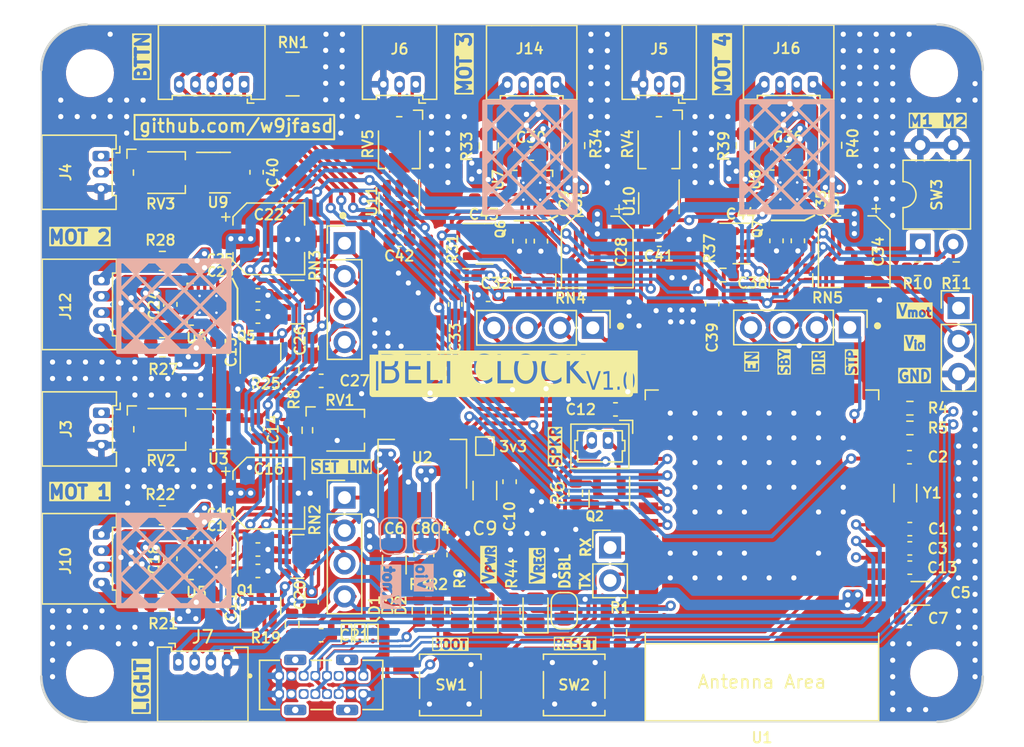
<source format=kicad_pcb>
(kicad_pcb (version 20221018) (generator pcbnew)
  (layers (0 "F.Cu" signal) (31 "B.Cu" signal) (34 "B.Paste" user) (35 "F.Paste" user) (36 "B.SilkS" user "B.Silkscreen") (37 "F.SilkS" user "F.Silkscreen") (38 "B.Mask" user) (39 "F.Mask" user) (44 "Edge.Cuts" user))
  (net 0 "")
  (net 1 "GND")
  (net 2 "/Vref")
  (net 3 "VBUS")
  (net 4 "/USB_D+")
  (net 5 "/USB_D-")
  (net 6 "/Button_4")
  (net 7 "/Button_3")
  (net 8 "/Button_2")
  (net 9 "/Button_1")
  (net 10 "+3V3")
  (net 11 "/MCU_PU")
  (net 12 "Net-(U1-GPIO15{slash}U0RTS{slash}ADC2_CH4{slash}XTAL_32K_P)")
  (net 13 "Net-(U1-GPIO16{slash}U0CTS{slash}ADC2_CH5{slash}XTAL_32K_N)")
  (net 14 "Net-(U1-GPIO19{slash}U1RTS{slash}ADC2_CH8{slash}CLK_OUT2{slash}USB_D-)")
  (net 15 "Net-(U1-GPIO20{slash}U1CTS{slash}ADC2_CH9{slash}CLK_OUT1{slash}USB_D+)")
  (net 16 "/Motor 1/EN{slash}FAULT")
  (net 17 "/Sensor_INT_1")
  (net 18 "/Sensor_INT_2")
  (net 19 "/Sensor_INT_3")
  (net 20 "/Sensor_INT_4")
  (net 21 "/Motor 2/EN{slash}FAULT")
  (net 22 "/Motor 3/EN{slash}FAULT")
  (net 23 "/BOOT")
  (net 25 "Net-(J17-Pin_1)")
  (net 27 "/DIR_B")
  (net 28 "/STEP_B")
  (net 29 "/Motor 1/STBY")
  (net 30 "/DIR_C")
  (net 31 "/STEP_C")
  (net 32 "/DIR_D")
  (net 33 "/STEP_D")
  (net 34 "/DIR_A")
  (net 35 "/STEP_A")
  (net 37 "VSS")
  (net 38 "Net-(D4-A)")
  (net 44 "Net-(J17-Pin_2)")
  (net 45 "VS")
  (net 46 "/MODE2")
  (net 47 "/MODE1")
  (net 48 "/Motor 1/SENSEB")
  (net 49 "/Motor 1/SENSEA")
  (net 50 "Net-(U5-TOFF)")
  (net 51 "/Motor 2/SENSEB")
  (net 52 "/Motor 2/SENSEA")
  (net 53 "Net-(U6-TOFF)")
  (net 54 "/Motor 3/SENSEB")
  (net 55 "/Motor 3/SENSEA")
  (net 56 "Net-(U7-TOFF)")
  (net 57 "/Motor 2/STBY")
  (net 59 "unconnected-(U1-GPIO5{slash}TOUCH5{slash}ADC1_CH4-Pad5)")
  (net 60 "/LIGHT_SCL")
  (net 61 "/LIGHT_SDA")
  (net 62 "/Motor 3/STBY")
  (net 63 "Net-(Q1-B)")
  (net 64 "/Motor 4/STBY")
  (net 65 "Net-(J1-CC1)")
  (net 67 "Net-(J1-CC2)")
  (net 69 "/Motor 1/OA1A")
  (net 70 "/Motor 1/OA2A")
  (net 71 "/Motor 1/OB2A")
  (net 72 "/Motor 1/OB1A")
  (net 73 "/Motor 2/OA1A")
  (net 74 "/Motor 2/OA2A")
  (net 75 "/Motor 2/OB2A")
  (net 76 "/Motor 2/OB1A")
  (net 77 "/Motor 3/OA1A")
  (net 78 "/Motor 3/OA2A")
  (net 79 "/Motor 3/OB2A")
  (net 80 "/Motor 3/OB1A")
  (net 81 "/Motor 4/OA1A")
  (net 82 "/Motor 4/OA2A")
  (net 83 "/Motor 4/OB2A")
  (net 84 "/Motor 4/OB1A")
  (net 85 "Net-(D4-K)")
  (net 86 "/Motor 4/EN{slash}FAULT")
  (net 87 "/STEP_EN_AUX_A")
  (net 88 "/STEP_EN_AUX_B")
  (net 89 "/STEP_EN_AUX_C")
  (net 90 "/STEP_EN_AUX_D")
  (net 91 "Net-(Q5-B)")
  (net 92 "Net-(Q6-B)")
  (net 93 "Net-(Q7-B)")
  (net 94 "Net-(D5-A)")
  (net 95 "Net-(U8-TOFF)")
  (net 96 "/Motor 4/SENSEB")
  (net 97 "/Motor 4/SENSEA")
  (net 98 "Net-(J6-Pin_2)")
  (net 99 "Net-(J5-Pin_2)")
  (net 100 "Net-(J4-Pin_2)")
  (net 101 "Net-(J3-Pin_2)")
  (net 102 "Net-(C39-Pad1)")
  (net 103 "Net-(C33-Pad1)")
  (net 104 "Net-(C27-Pad1)")
  (net 105 "Net-(C21-Pad1)")
  (net 106 "Net-(R8-Pad2)")
  (net 108 "/BUZZ")
  (net 109 "Net-(J18-Pin_1)")
  (net 112 "/Backlight_EN")
  (footprint "Capacitor_SMD:C_0603_1608Metric" (layer "F.Cu") (at 52.198801 43.611797)
    (fp_text reference "C25")
    (fp_text value "1n")
  )
  (footprint "Diode_SMD:D_SOD-923" (layer "F.Cu") (at 60.0456 69.85 -90)
    (fp_text reference "D3")
    (fp_text value "D_TVS")
  )
  (footprint "Resistor_SMD:R_0603_1608Metric" (layer "F.Cu") (at 55.0852 54.0258 -90)
    (fp_text reference "R8")
    (fp_text value "56k")
  )
  (footprint "LED_SMD:LED_0805_2012Metric" (layer "F.Cu") (at 69.741 67.948973 90)
    (fp_text reference "D4" hide)
    (fp_text value "LED")
  )
  (footprint "Resistor_SMD:R_0603_1608Metric" (layer "F.Cu") (at 102.4636 53.848)
    (fp_text reference "R5")
    (fp_text value "0r")
  )
  (footprint "Package_DFN_QFN:VQFN-16-1EP_3x3mm_P0.5mm_EP1.8x1.8mm_ThermalVias" (layer "F.Cu") (at 73.311598 35.599164 180)
    (fp_text reference "U7")
    (fp_text value "STSPIN220")
  )
  (footprint "Resistor_SMD:R_0805_2012Metric" (layer "F.Cu") (at 67.770202 67.975445 90)
    (fp_text reference "R9")
    (fp_text value "1k")
  )
  (footprint "Capacitor_SMD:C_0603_1608Metric" (layer "F.Cu") (at 92.1766 39.420801 -90)
    (fp_text reference "C35")
    (fp_text value "10n")
  )
  (footprint "Capacitor_SMD:C_1206_3216Metric" (layer "F.Cu") (at 103.269 66.5988)
    (fp_text reference "C5")
    (fp_text value "10u")
  )
  (footprint "Resistor_SMD:R_0603_1608Metric" (layer "F.Cu") (at 76.7006 58.8772 -90)
    (fp_text reference "R6")
    (fp_text value "10k")
  )
  (footprint "Capacitor_SMD:C_0603_1608Metric" (layer "F.Cu") (at 102.4562 64.6176)
    (fp_text reference "C13")
    (fp_text value "0.1u")
  )
  (footprint "Potentiometer_SMD:Potentiometer_Bourns_TC33X_Vertical" (layer "F.Cu") (at 63.0936 31.9532 -90)
    (fp_text reference "RV5")
    (fp_text value "TC33X-2-103E")
  )
  (footprint "Resistor_SMD:R_0603_1608Metric" (layer "F.Cu") (at 103.0536 41.575401 180)
    (fp_text reference "R10")
    (fp_text value "10k")
  )
  (footprint "Resistor_SMD:R_Array_Convex_4x0603" (layer "F.Cu") (at 55.244999 63.753998 180)
    (fp_text reference "RN2")
    (fp_text value "R_Network04_Split" hide)
  )
  (footprint "Package_TO_SOT_SMD:SOT-23" (layer "F.Cu") (at 52.400201 67.563998 90)
    (fp_text reference "Q1")
    (fp_text value "BC847B")
  )
  (footprint "Resistor_SMD:R_0805_2012Metric" (layer "F.Cu") (at 44.856301 47.624997 180)
    (fp_text reference "R27")
    (fp_text value "0.2")
  )
  (footprint "Connector_Molex:Molex_PicoBlade_53048-0310_1x03_P1.25mm_Horizontal" (layer "F.Cu") (at 84.389201 27.354 180)
    (fp_text reference "J5")
    (fp_text value "Conn_01x03_Pin")
  )
  (footprint "Capacitor_SMD:CP_Elec_5x5.8" (layer "F.Cu") (at 53.037 39.2684)
    (fp_text reference "C22")
    (fp_text value "22u")
  )
  (footprint "Capacitor_SMD:C_0603_1608Metric" (layer "F.Cu") (at 48.9874 67.538599 -90)
    (fp_text reference "C11")
    (fp_text value "0.1u")
  )
  (footprint "Capacitor_SMD:C_0603_1608Metric" (layer "F.Cu") (at 66.2686 63.627 -90)
    (fp_text reference "C4")
    (fp_text value "2.2u")
  )
  (footprint "MountingHole:MountingHole_3.2mm_M3" (layer "F.Cu") (at 104.329 26.5)
    (fp_text reference "H1" hide)
    (fp_text value "MountingHole_Pad")
  )
  (footprint "Package_TO_SOT_SMD:SOT-223" (layer "F.Cu") (at 64.8716 56.642 90)
    (fp_text reference "U2")
    (fp_text value "TLV1117-33")
  )
  (footprint "Capacitor_SMD:C_0603_1608Metric" (layer "F.Cu") (at 63.118999 39.3446 180)
    (fp_text reference "C42")
    (fp_text value "0.1u")
  )
  (footprint "Resistor_SMD:R_0805_2012Metric" (layer "F.Cu") (at 89.814401 32.078301 90)
    (fp_text reference "R39")
    (fp_text value "0.2")
  )
  (footprint "Capacitor_SMD:CP_Elec_5x5.8" (layer "F.Cu") (at 98.170999 40.259 -90)
    (fp_text reference "C34")
    (fp_text value "22u")
  )
  (footprint "Connector_Molex:Molex_PicoBlade_53048-0410_1x04_P1.25mm_Horizontal" (layer "F.Cu") (at 94.991401 27.354001 180)
    (fp_text reference "J16")
    (fp_text value "Conn_01x04_Pin")
  )
  (footprint "Capacitor_SMD:C_1206_3216Metric" (layer "F.Cu") (at 69.6976 58.674 -90)
    (fp_text reference "C9")
    (fp_text value "10u")
  )
  (footprint "Resistor_SMD:R_0805_2012Metric" (layer "F.Cu") (at 44.832801 40.970197 180)
    (fp_text reference "R28")
    (fp_text value "0.2")
  )
  (footprint "Potentiometer_SMD:Potentiometer_Bourns_TC33X_Vertical" (layer "F.Cu") (at 44.704 34.163001)
    (fp_text reference "RV3")
    (fp_text value "TC33X-2-103E")
  )
  (footprint "Capacitor_SMD:C_0603_1608Metric" (layer "F.Cu") (at 52.197 64.871598)
    (fp_text reference "C17")
    (fp_text value "10n")
  )
  (footprint "Connector_Molex:Molex_PicoBlade_53048-0410_1x04_P1.25mm_Horizontal" (layer "F.Cu") (at 40.1302 62.056798 -90)
    (fp_text reference "J10")
    (fp_text value "Conn_01x04_Pin")
  )
  (footprint "Package_TO_SOT_SMD:SOT-23" (layer "F.Cu") (at 79.2914 59.3067 -90)
    (fp_text reference "Q2")
    (fp_text value "MMFTN6001")
  )
  (footprint "Resistor_SMD:R_Array_Convex_4x0603" (layer "F.Cu") (at 73.482197 42.4942 90)
    (fp_text reference "RN4")
    (fp_text value "R_Network04_Split" hide)
  )
  (footprint "Capacitor_SMD:C_0603_1608Metric" (layer "F.Cu") (at 52.197 63.220597)
    (fp_text reference "C19")
    (fp_text value "1n")
  )
  (footprint "Connector_Molex:Molex_PicoBlade_53048-0310_1x03_P1.25mm_Horizontal" (layer "F.Cu") (at 40.1048 32.887601 -90)
    (fp_text reference "J4")
    (fp_text value "Conn_01x03_Pin")
  )
  (footprint "Crystal:Crystal_SMD_3215-2Pin_3.2x1.5mm" (layer "F.Cu") (at 102.1109 58.871308 90)
    (fp_text reference "Y1")
    (fp_text value "32.768k")
  )
  (footprint "Resistor_SMD:R_0805_2012Metric" (layer "F.Cu") (at 44.831 60.578997 180)
    (fp_text reference "R22")
    (fp_text value "0.2")
  )
  (footprint "Capacitor_SMD:C_0603_1608Metric" (layer "F.Cu") (at 89.509599 36.211201 180)
    (fp_text reference "C44")
    (fp_text value "0.1u")
  )
  (footprint "TestPoint:TestPoint_Pad_1.0x1.0mm" (layer "F.Cu") (at 69.6976 55.245)
    (fp_text reference "TP2" hide)
    (fp_text value "TestPoint")
  )
  (footprint "Capacitor_SMD:C_0603_1608Metric" (layer "F.Cu") (at 57.075601 50.215797)
    (fp_text reference "C27")
    (fp_text value "22n")
  )
  (footprint "Connector_PinHeader_2.54mm:PinHeader_1x04_P2.54mm_Vertical" (layer "F.Cu") (at 58.877199 59.217399)
    (fp_text reference "J9" hide)
    (fp_text value "Conn_01x04_Pin")
  )
  (footprint "MountingHole:MountingHole_3.2mm_M3" (layer "F.Cu") (at 39.25 26.5)
    (fp_text reference "H4" hide)
    (fp_text value "MountingHole_Pad")
  )
  (footprint "Capacitor_SMD:C_0603_1608Metric" (layer "F.Cu") (at 48.989201 47.929799 -90)
    (fp_text reference "C15")
    (fp_text value "0.1u")
  )
  (footprint "Connector_PinHeader_2.54mm:PinHeader_1x04_P2.54mm_Vertical" (layer "F.Cu") (at 78.018797 46.1264 -90)
    (fp_text reference "J13" hide)
    (fp_text value "Conn_01x04_Pin")
  )
  (footprint "Connector_Molex:Molex_PicoBlade_53048-0410_1x04_P1.25mm_Horizontal" (layer "F.Cu") (at 40.132001 42.447998 -90)
    (fp_text reference "J12")
    (fp_text value "Conn_01x04_Pin")
  )
  (footprint "Resistor_SMD:R_0603_1608Metric" (layer "F.Cu") (at 54.8386 68.998597 -90)
    (fp_text reference "R19")
    (fp_text value "1k")
  )
  (footprint "Connector_Molex:Molex_PicoBlade_53048-0310_1x03_P1.25mm_Horizontal" (layer "F.Cu") (at 64.369 27.354 180)
    (fp_text reference "J6")
    (fp_text value "Conn_01x03_Pin")
  )
  (footprint "Capacitor_SMD:C_0603_1608Metric" (layer "F.Cu") (at 102.430228 56.103961 180)
    (fp_text reference "C2")
    (fp_text value "12p")
  )
  (footprint "Package_TO_SOT_SMD:SOT-23-5" (layer "F.Cu") (at 63.0936 36.5252 -90)
    (fp_text reference "U11")
    (fp_text value "SN74LVC1G14DBV")
  )
  (footprint "Connector_Molex:Molex_PicoBlade_53047-0210_1x02_P1.25mm_Vertical" (layer "F.Cu") (at 79.1898 54.8132 180)
    (fp_text reference "J18" hide)
    (fp_text value "Conn_01x02_Pin")
  )
  (footprint "Resistor_SMD:R_0603_1608Metric" (layer "F.Cu") (at 66.078035 67.943171 90)
    (fp_text reference "R2")
    (fp_text value "5.1k")
  )
  (footprint "Resistor_SMD:R_0603_1608Metric" (layer "F.Cu") (at 88.049601 42.062401 180)
    (fp_text reference "R37")
    (fp_text value "1k")
  )
  (footprint "Capacitor_SMD:C_0603_1608Metric" (layer "F.Cu") (at 52.198801 45.262798)
    (fp_text reference "C23")
    (fp_text value "10n")
  )
  (footprint "Package_DFN_QFN:VQFN-16-1EP_3x3mm_P0.5mm_EP1.8x1.8mm_ThermalVias" (layer "F.Cu") (at 48.351764 44.315797 -90)
    (fp_text reference "U6")
    (fp_text value "STSPIN220")
  )
  (footprint "Connector_PinHeader_2.54mm:PinHeader_1x02_P2.54mm_Vertical" (layer "F.Cu") (at 79.3496 63.0632)
    (fp_text reference "J17" hide)
    (fp_text value "Conn_01x02_Pin")
  )
  (footprint "Resistor_SMD:R_0805_2012Metric" (layer "F.Cu") (at 76.657199 32.080201 90)
    (fp_text reference "R34")
    (fp_text value "0.2")
  )
  (footprint "Package_TO_SOT_SMD:SOT-23" (layer "F.Cu") (at 89.4842 39.624002)
    (fp_text reference "Q7")
    (fp_text value "BC847B")
  )
  (footprint "Diode_SMD:D_SOD-923" (layer "F.Cu") (at 59.0296 69.85 -90)
    (fp_text reference "D1")
    (fp_text value "D_TVS")
  )
  (footprint "Capacitor_SMD:C_0603_1608Metric" (layer "F.Cu") (at 57.0738 69.824597)
    (fp_text reference "C21")
    (fp_text value "22n")
  )
  (footprint "Diode_SMD:D_SOD-923" (layer "F.Cu") (at 61.0616 69.85 -90)
    (fp_text reference "D2")
    (fp_text value "D_TVS")
  )
  (footprint "Resistor_SMD:R_0805_2012Metric" (layer "F.Cu") (at 71.6714 67.972 90)
    (fp_text reference "R44")
    (fp_text value "1k")
  )
  (footprint "Potentiometer_SMD:Potentiometer_Bourns_TC33X_Vertical" (layer "F.Cu") (at 44.7312 53.9496)
    (fp_text reference "RV2")
    (fp_text value "TC33X-2-103E")
  )
  (footprint "Package_TO_SOT_SMD:SOT-23-5" (layer "F.Cu") (at 49.276 34.163001)
    (fp_text reference "U9")
    (fp_text value "SN74LVC1G14DBV")
  )
  (footprint "Resistor_SMD:R_0603_1608Metric" (layer "F.Cu") (at 106.0376 41.575401 180)
    (fp_text reference "R11")
    (fp_text value "10k")
  )
  (footprint "Button_Switch_SMD:SW_SPST_TL3305A" (layer "F.Cu") (at 67.0306 73.66 180)
    (fp_text reference "SW1")
    (fp_text value "SW_Push")
  )
  (footprint "Capacitor_SMD:C_0603_1608Metric" (layer "F.Cu") (at 67.411598 44.323001 -90)
    (fp_text reference "C33")
    (fp_text value "22n")
  )
  (footprint "Capacitor_SMD:C_0603_1608Metric" (layer "F.Cu") (at 89.7636 43.561001 180)
    (fp_text reference "C38")
    (fp_text value "0.1u")
  )
  (footprint "Potentiometer_SMD:Potentiometer_Bourns_TC33X_Vertical" (layer "F.Cu") (at 58.5142 54.0258)
    (fp_text reference "RV1")
    (fp_text value "TC33X-2-103E")
  )
  (footprint "Capacitor_SMD:CP_Elec_5x5.8" (layer "F.Cu") (at 53.035199 58.8772)
    (fp_text reference "C16")
    (fp_text value "22u")
  )
  (footprint "Resistor_SMD:R_0805_2012Metric" (layer "F.Cu") (at 70.002398 32.103701 90)
    (fp_text reference "R33")
    (fp_text value "0.2")
  )
  (footprint "Resistor_SMD:R_Array_Convex_4x0603" (layer "F.Cu") (at 93.2942 42.4688 90)
    (fp_text reference "RN5")
    (fp_text value "R_Network04_Split" hide)
  )
  (footprint "Capacitor_SMD:C_0603_1608Metric" (layer "F.Cu") (at 72.364597 39.446201 -90)
    (fp_text reference "C29")
    (fp_text value "10n")
  )
  (footprint "Connector_PinHeader_2.54mm:PinHeader_1x04_P2.54mm_Vertical" (layer "F.Cu") (at 58.879 39.608599)
    (fp_text reference "J11" hide)
    (fp_text value "Conn_01x04_Pin")
  )
  (footprint "Resistor_SMD:R_Array_Convex_4x0603" (layer "F.Cu") (at 54.871 26.5684)
    (fp_text reference "RN1")
    (fp_text value "4.7k")
  )
  (footprint "Resistor_SMD:R_0603_1608Metric" (layer "F.Cu") (at 54.840401 49.389797 -90)
    (fp_text reference "R25")
    (fp_text value "1k")
  )
  (footprint "Capacitor_SMD:C_0603_1608Metric" (layer "F.Cu") (at 93.116401 32.670964 180)
    (fp_text reference "C36")
    (fp_text value "2.2u")
  )
  (footprint "Capacitor_SMD:C_0603_1608Metric" (layer "F.Cu") (at 69.697596 36.236601 180)
    (fp_text reference "C43")
    (fp_text value "0.1u")
  )
  (footprint "Capacitor_SMD:C_0603_1608Metric" (layer "F.Cu") (at 71.601404 57.992567 -90)
    (fp_text reference "C10")
    (fp_text value "0.1u")
  )
  (footprint "Capacitor_SMD:C_1206_3216Metric" (layer "F.Cu") (at 62.7126 64.389 -90)
    (fp_text reference "C6")
    (fp_text value "10u")
  )
  (footprint "Potentiometer_SMD:Potentiometer_Bourns_TC33X_Vertical" (layer "F.Cu") (at 83.113801 31.9532 -90)
    (fp_text reference "RV4")
    (fp_text value "TC33X-2-103E")
  )
  (footprint "Connector_Molex:Molex_PicoBlade_53048-0410_1x04_P1.25mm_Horizontal" (layer "F.Cu") (at 46.0728 71.9092)
    (fp_text reference "J7")
    (fp_text value "Conn_01x04_Pin")
  )
  (footprint "Capacitor_SMD:C_0603_1608Metric" (layer "F.Cu") (at 74.015598 39.446201 -90)
    (fp_text reference "C31")
    (fp_text value "1n")
  )
  (footprint "Button_Switch_SMD:SW_SPST_TL3305A" (layer "F.Cu") (at 76.581 73.66 180)
    (fp_text reference "SW2")
    (fp_text value "SW_Push")
  )
  (footprint "Capacitor_SMD:C_0603_1608Metric" (layer "F.Cu") (at 52.1226 53.924202 -90)
    (fp_text reference "C14")
    (fp_text value "0.1u")
  )
  (footprint "Capacitor_SMD:C_0603_1608Metric" (layer "F.Cu") (at 52.0954 34.137603 -90)
    (fp_text reference "C40")
    (fp_text value "0.1u")
  )
  (footprint "Capacitor_SMD:C_0603_1608Metric" (layer "F.Cu") (at 93.827601 39.420801 -90)
    (fp_text reference "C37")
    (fp_text value "1n")
  )
  (footprint "LED_SMD:LED_0805_2012Metric" (layer "F.Cu") (at 73.6018 67.957841 90)
    (fp_text reference "D5" hide)
    (fp_text value "LED")
  )
  (footprint "Resistor_SMD:R_0805_2012Metric" (layer "F.Cu") (at 44.8545 67.233797 180)
    (fp_text reference "R21")
    (fp_text value "0.2")
  )
  (footprint "Espressif:ESP32-S3-WROOM-1" (layer "F.Cu") (at 91.059 60.673 180)
    (fp_text reference "U1")
    (fp_text value "ESP32-S3-WROOM-1")
  )
  (footprint "Capacitor_SMD:C_0603_1608Metric" (layer "F.Cu") (at 83.1392 39.3446 180)
    (fp_text reference "C41")
    (fp_text value "0.1u")
  )
  (footprint "Resistor_SMD:R_0603_1608Metric" (layer "F.Cu") (at 68.237598 42.087801 180)
    (fp_text reference "R31")
    (fp_text value "1k")
  )
  (footprint "Resistor_SMD:R_0603_1608Metric" (layer "F.Cu") (at 64.6176 67.945 -90)
    (fp_text reference "R3")
    (fp_text value "5.1k")
  )
  (footprint "Connector_Molex:Molex_PicoBlade_53048-0510_1x05_P1.25mm_Horizontal" (layer "F.Cu") (at 51.1356 27.354 180)
    (fp_text reference "J8" hide)
    (fp_text value "Button_Board_Header")
  )
  (footprint "Capacitor_SMD:C_0603_1608Metric" (layer "F.Cu") (at 56.3372 67.284598 -90)
    (fp_text reference "C20")
    (fp_text value "0.1u")
  )
  (footprint "Package_DFN_QFN:VQFN-16-1EP_3x3mm_P0.5mm_EP1.8x1.8mm_ThermalVias" (layer "F.Cu") (at 48.349963 63.924597 -90)
    (fp_text reference "U5")
    (fp_text value "STSPIN220")
  )
  (footprint "Package_TO_SOT_SMD:SOT-23-5" (layer "F.Cu") (at 83.113801 36.5252 -90)
    (fp_text reference "U10")
    (fp_text value "SN74LVC1G14DBV")
  )
  (footprint "Package_TO_SOT_SMD:SOT-23" (layer "F.Cu") (at 69.672197 39.649402)
    (fp_text reference "Q6")
    (fp_text value "BC847B")
  )
  (footprint "Jumper:SolderJumper-2_P1.3mm_Bridged_RoundedPad1.0x1.5mm" (layer "F.Cu") (at 75.816263 67.936604 90)
    (fp_text reference "JP2" hide)
    (fp_text value "Jumper_2_Bridged")
  )
  (footprint "Capacitor_SMD:C_0603_1608Metric" (layer "F.Cu") (at 56.339001 47.675798 -90)
    (fp_text reference "C26")
    (fp_text value "0.1u")
  )
  (footprint "Resistor_SMD:R_0603_1608Metric" (layer "F.Cu") (at 80.1042 69.6346 -90)
    (fp_text reference "R1")
    (fp_text value "10k")
  )
  (footprint "Package_DIP:DIP-4_W7.62mm" (layer "F.Cu") (at 103.264 39.670401 90)
    (fp_text reference "SW3")
    (fp_text value "SW_DIP_x02")
  )
  (footprint "Capacitor_SMD:C_0603_1608Metric" (layer "F.Cu") (at 102.4562 68.5292)
    (fp_text reference "C7")
    (fp_text value "0.1u")
  )
  (footprint "Capacitor_SMD:C_0603_1608Metric" (layer "F.Cu") (at 87.223601 44.297601 -90)
    (fp_text reference "C39")
    (fp_text value "22n")
  )
  (footprint "Package_TO_SOT_SMD:SOT-23" (layer "F.Cu") (at 52.402002 47.955198 90)
    (fp_text reference "Q5")
    (fp_text value "BC847B")
  )
  (footprint "Capacitor_SMD:CP_Elec_5x5.8" (layer "F.Cu") (at 78.358996 40.2844 -90)
    (fp_text reference "C28")
    (fp_text value "22u")
  )
  (footprint "Capacitor_SMD:C_0603_1608Metric" (layer "F.Cu") (at 102.45598 63.134318)
    (fp_text reference "C3")
    (fp_text value "1u")
  )
  (footprint "MountingHole:MountingHole_3.2mm_M3" (layer "F.Cu") (at 104.329 72.75)
    (fp_text reference "H2" hide)
    (fp_text value "MountingHole_Pad")
  )
  (footprint "Capacitor_SMD:C_0603_1608Metric" (layer "F.Cu") (at 64.7446 63.627 -90)
    (fp_text reference "C8")
    (fp_text value "0.1u")
  )
  (footprint "Capacitor_SMD:C_0603_1608Metric" (layer "F.Cu") (at 69.951597 43.586401 180)
    (fp_text reference "C32")
    (fp_text value "0.1u")
  )
  (footprint "Connector_Molex:Molex_PicoBlade_53048-0310_1x03_P1.25mm_Horizontal" (layer "F.Cu") (at 40.132 52.6742 -90)
    (fp_text reference "J3")
    (fp_text value "Conn_01x03_Pin")
  )
  (footprint "MountingHole:MountingHole_3.2mm_M3" (layer "F.Cu") (at 39.25 72.75)
    (fp_text reference "H3" hide)
    (fp_text value "MountingHole_Pad")
  )
  (footprint "Resistor_SMD:R_Array_Convex_4x0603" (layer "F.Cu") (at 55.2468 44.145198 180)
    (fp_text reference "RN3")
    (fp_text value "R_Network04_Split" hide)
  )
  (footprint "Connector_PinHeader_2.54mm:PinHeader_1x04_P2.54mm_Vertical" (layer "F.Cu") (at 97.8308 46.101 -90)
    (fp_text reference "J15" hide)
    (fp_text value "Conn_01x04_Pin")
  )
  (footprint "Resistor_SMD:R_0603_1608Metric" (layer "F.Cu") (at 102.4636 52.324)
    (fp_text reference "R4")
    (fp_text value "0r")
  )
  (footprint "Capacitor_SMD:C_0603_1608Metric" (layer "F.Cu") (at 45.447163 63.931797 -90)
    (fp_text reference "C18")
    (fp_text value "2.2u")
  )
  (footprint "Capacitor_SMD:C_0603_1608Metric" (layer "F.Cu") (at 102.45598 61.645839 180)
    (fp_text reference "C1")
    (fp_text value "12p")
  )
  (footprint "Library:CUI_UJ20-C-V-C-2-SMT-TR" (layer "F.Cu") (at 57.0776 73.6596)
    (fp_text reference "J1" hide)
    (fp_text value "USB_C_Receptacle_USB2.0")
    (fp_line (start -2.7 -1.73) (end -2.7 -2.13) (stroke (width 0.01)) (layer "Edge.Cuts"))
    (fp_line (start -2.7 2.13) (end -2.7 1.73) (stroke (width 0.01)) (layer "Edge.Cuts"))
    (fp_line (start -2.65 -2.18) (end -1.35 -2.18) (stroke (width 0.01)) (layer "Edge.Cuts"))
    (fp_line (start -2.65 1.68) (end -1.35 1.68) (stroke (width 0.01)) (layer "Edge.Cuts"))
    (fp_line (start -1.35 -1.68) (end -2.65 -1.68) (stroke (width 0.01)) (layer "Edge.Cuts"))
    (fp_line (start -1.35 2.18) (end -2.65 2.18) (stroke (width 0.01)) (layer "Edge.Cuts"))
    (fp_line (start -1.3 -2.13) (end -1.3 -1.73) (stroke (width 0.01)) (layer "Edge.Cuts"))
    (fp_line (start -1.3 1.73) (end -1.3 2.13) (stroke (width 0.01)) (layer "Edge.Cuts"))
    (fp_line (start 1.3 -1.73) (end 1.3 -2.13) (stroke (width 0.01)) (layer "Edge.Cuts"))
    (fp_line (start 1.3 2.13) (end 1.3 1.73) (stroke (width 0.01)) (layer "Edge.Cuts"))
    (fp_line (start 1.35 -2.18) (end 2.65 -2.18) (stroke (width 0.01)) (layer "Edge.Cuts"))
    (fp_line (start 1.35 1.68) (end 2.65 1.68) (stroke (width 0.01)) (layer "Edge.Cuts"))
    (fp_line (start 2.65 -1.68) (end 1.35 -1.68) (stroke (width 0.01)) (layer "Edge.Cuts"))
    (fp_line (start 2.65 2.18) (end 1.35 2.18) (stroke (width 0.01)) (layer "Edge.Cuts"))
    (fp_line (start 2.7 -2.13) (end 2.7 -1.73) (stroke (width 0.01)) (layer "Edge.Cuts"))
    (fp_line (start 2.7 1.73) (end 2.7 2.13) (stroke (width 0.01)) (layer "Edge.Cuts"))
    (fp_arc (start -2.7 -2.13) (mid -2.685355 -2.165355) (end -2.65 -2.18) (stroke (width 0.01)) (layer "Edge.Cuts"))
    (fp_arc (start -2.7 1.73) (mid -2.685355 1.694645) (end -2.65 1.68) (stroke (width 0.01)) (layer "Edge.Cuts"))
    (fp_arc (start -2.65 -1.68) (mid -2.685355 -1.694645) (end -2.7 -1.73) (stroke (width 0.01)) (layer "Edge.Cuts"))
    (fp_arc (start -2.65 2.18) (mid -2.685355 2.165355) (end -2.7 2.13) (stroke (width 0.01)) (layer "Edge.Cuts"))
    (fp_arc (start -1.35 -2.18) (mid -1.314645 -2.165355) (end -1.3 -2.13) (stroke (width 0.01)) (layer "Edge.Cuts"))
    (fp_arc (start -1.35 1.68) (mid -1.314645 1.694645) (end -1.3 1.73) (stroke (width 0.01)) (layer "Edge.Cuts"))
    (fp_arc (start -1.3 -1.73) (mid -1.314645 -1.694645) (end -1.35 -1.68) (stroke (width 0.01)) (layer "Edge.Cuts"))
    (fp_arc (start -1.3 2.13) (mid -1.314645 2.165355) (end -1.35 2.18) (stroke (width 0.01)) (layer "Edge.Cuts"))
    (fp_arc (start 1.3 -2.13) (mid 1.314645 -2.165355) (end 1.35 -2.18) (stroke (width 0.01)) (layer "Edge.Cuts"))
    (fp_arc (start 1.3 1.73) (mid 1.314645 1.694645) (end 1.35 1.68) (stroke (width 0.01)) (layer "Edge.Cuts"))
    (fp_arc (start 1.35 -1.68) (mid 1.314645 -1.694645) (end 1.3 -1.73) (stroke (width 0.01)) (layer "Edge.Cuts"))
    (fp_arc (start 1.35 2.18) (mid 1.314645 2.165355) (end 1.3 2.13) (stroke (width 0.01)) (layer "Edge.Cuts"))
    (fp_arc (start 2.65 -2.18) (mid 2.685355 -2.165355) (end 2.7 -2.13) (stroke (width 0.01)) (layer "Edge.Cuts"))
    (fp_arc (start 2.65 1.68) (mid 2.685355 1.694645) (end 2.7 1.73) (stroke (width 0.01)) (layer "Edge.Cuts"))
    (fp_arc (start 2.7 -1.73) (mid 2.685355 -1.694645) (end 2.65 -1.68) (stroke (width 0.01)) (layer "Edge.Cuts"))
    (fp_arc (start 2.7 2.13) (mid 2.685355 2.165355) (end 2.65 2.18) (stroke (width 0.01)) (layer "Edge.Cuts"))
  )
  (footprint "Package_DFN_QFN:VQFN-16-1EP_3x3mm_P0.5mm_EP1.8x1.8mm_ThermalVias" (layer "F.Cu") (at 93.123601 35.573764 180)
    (fp_text reference "U8")
    (fp_text value "STSPIN220")
  )
  (footprint "Connector_Molex:Molex_PicoBlade_53048-0410_1x04_P1.25mm_Horizontal" (layer "F.Cu") (at 75.179398 27.379401 180)
    (fp_text reference "J14")
    (fp_text value "Conn_01x04_Pin")
  )
  (footprint "Package_TO_SOT_SMD:SOT-23-5" (layer "F.Cu") (at 49.3032 53.9496)
    (fp_text reference "U3")
    (fp_text value "SN74LVC1G14DBV")
  )
  (footprint "Capacitor_SMD:C_0603_1608Metric" (layer "F.Cu") (at 73.304398 32.696364 180)
    (fp_text reference "C30")
    (fp_text value "2.2u")
  )
  (footprint "Capacitor_SMD:C_0603_1608Metric" (layer "F.Cu") (at 79.766028 52.417601 180)
    (fp_text reference "C12")
    (fp_text value "0.1u")
  )
  (footprint "Connector_PinHeader_2.54mm:PinHeader_1x03_P2.54mm_Vertical" (layer "F.Cu") (at 106.2154 44.6024)
    (fp_text reference "J2" hide)
    (fp_text value "Conn_01x03_Pin")
  )
  (footprint "Capacitor_SMD:C_0603_1608Metric" (layer "F.Cu") (at 45.448964 44.322997 -90)
    (fp_text reference "C24")
    (fp_text value "2.2u")
  )
  (footprint "Resistor_SMD:R_0805_2012Metric" (layer "F.Cu") (at 96.469202 32.054801 90)
    (fp_text reference "R40")
    (fp_text value "0.2")
  )
  (footprint "Jumper:SolderJumper-2_P1.3mm_Bridged2Bar_RoundedPad1.0x1.5mm" (layer "B.Cu") (at 65.169 62.1792 -90)
    (fp_text reference "JP1" hide)
    (fp_text value "Jumper_2_Bridged")
  )
  (footprint "Jumper:SolderJumper-2_P1.3mm_Bridged2Bar_RoundedPad1.0x1.5mm" (layer "B.Cu") (at 62.629 62.1792 -90)
    (fp_text reference "JP3" hide)
    (fp_text value "Jumper_2_Bridged")
  )
  (gr_line (start 50.6222 65.252599) (end 50.6222 62.712599) (stroke (width 0.15)) (layer "F.SilkS"))
  (gr_circle (center 99.967 45.974001) (end 100.167 45.974001) (stroke (width 0.15)) (fill solid) (layer "F.SilkS"))
  (gr_line (start 50.624001 45.643799) (end 50.624001 43.103799) (stroke (width 0.15)) (layer "F.SilkS"))
  (gr_line (start 58.6486 68.707) (end 61.3156 68.707) (stroke (width 0.15)) (layer "F.SilkS"))
  (gr_line (start 91.7956 37.846001) (end 94.3356 37.846001) (stroke (width 0.15)) (layer "F.SilkS"))
  (gr_line (start 50.6222 62.712599) (end 50.2412 61.950599) (stroke (width 0.15)) (layer "F.SilkS"))
  (gr_rect (start 42.69 29.718) (end 58.0824 31.5976) (stroke (width 0.15)) (fill none) (layer "F.SilkS"))
  (gr_line (start 94.3356 37.846001) (end 95.0976 37.465001) (stroke (width 0.15)) (layer "F.SilkS"))
  (gr_line (start 50.624001 43.103799) (end 50.243001 42.341799) (stroke (width 0.15)) (layer "F.SilkS"))
  (gr_line (start 74.523597 37.871401) (end 75.285597 37.490401) (stroke (width 0.15)) (layer "F.SilkS"))
  (gr_line (start 61.3156 68.707) (end 61.5696 68.453) (stroke (width 0.15)) (layer "F.SilkS"))
  (gr_circle (center 80.154997 45.999401) (end 80.354997 45.999401) (stroke (width 0.15)) (fill solid) (layer "F.SilkS"))
  (gr_circle (center 58.7502 57.081199) (end 58.7502 56.881199) (stroke (width 0.15)) (fill solid) (layer "F.SilkS"))
  (gr_rect (start 61.0542 48.446101) (end 80.8662 51.214701) (stroke (width 0.5)) (fill none) (layer "F.SilkS"))
  (gr_circle (center 58.752001 37.472399) (end 58.752001 37.272399) (stroke (width 0.15)) (fill solid) (layer "F.SilkS"))
  (gr_line (start 71.983597 37.871401) (end 74.523597 37.871401) (stroke (width 0.15)) (layer "F.SilkS"))
  (gr_arc (start 108.079003 73.000003) (mid 107.053877 75.474877) (end 104.579003 76.500003) (stroke (width 0.2)) (layer "Edge.Cuts"))
  (gr_line (start 104.579 22.75) (end 39 22.75) (stroke (width 0.1)) (layer "Edge.Cuts"))
  (gr_arc (start 104.579 22.75) (mid 107.053874 23.775126) (end 108.079 26.25) (stroke (width 0.2)) (layer "Edge.Cuts"))
  (gr_line (start 35.5 26.25) (end 35.499997 73.000003) (stroke (width 0.1)) (layer "Edge.Cuts"))
  (gr_line (start 108.079 26.25) (end 108.079003 73.000003) (stroke (width 0.1)) (layer "Edge.Cuts"))
  (gr_arc (start 39.000003 76.500003) (mid 36.525129 75.474877) (end 35.500003 73.000003) (stroke (width 0.2)) (layer "Edge.Cuts"))
  (gr_arc (start 35.5 26.25) (mid 36.525126 23.775126) (end 39 22.75) (stroke (width 0.2)) (layer "Edge.Cuts"))
  (gr_line (start 39.000003 76.500003) (end 104.579003 76.500003) (stroke (width 0.1)) (layer "Edge.Cuts"))
  (gr_text "V_{mot}" (at 61.867 67.818 270) (layer "B.SilkS" knockout) (effects (font (size 1 1) (thickness 0.25) bold) (justify left bottom mirror)))
  (gr_text "V_{io}" (at 64.407 66.4718 270) (layer "B.SilkS" knockout) (effects (font (size 1 1) (thickness 0.2) bold) (justify left bottom mirror)))
  (gr_text "SPKR" (at 75.583 56.896 90) (layer "F.SilkS" knockout) (effects (font (size 0.75 0.75) (thickness 0.1875) bold) (justify left bottom)))
  (gr_text " V_{io} " (at 101.4222 47.752) (layer "F.SilkS" knockout) (effects (font (size 0.8 0.75) (thickness 0.175) bold) (justify left bottom)))
  (gr_text "RESET" (at 74.9046 70.9168) (layer "F.SilkS" knockout) (effects (font (size 0.7 0.7) (thickness 0.175) bold) (justify left bottom)))
  (gr_text "3v3" (at 70.7136 55.753) (layer "F.SilkS") (effects (font (size 0.8 0.8) (thickness 0.15) bold) (justify left bottom)))
  (gr_text "MOT 4" (at 88.6386 28.3464 90) (layer "F.SilkS" knockout) (effects (font (size 1 1) (thickness 0.25) bold) (justify left bottom)))
  (gr_text "EN" (at 90.7722 49.6316 90) (layer "F.SilkS" knockout) (effects (font (size 0.8 0.8) (thickness 0.175) bold) (justify left bottom)))
  (gr_text "GND" (at 101.473 50.3174) (layer "F.SilkS" knockout) (effects (font (size 0.8 0.8) (thickness 0.2) bold) (justify left bottom)))
  (gr_text "STP" (at 98.4176 49.8348 90) (layer "F.SilkS" knockout) (effects (font (size 0.7 0.7) (thickness 0.175) bold) (justify left bottom)))
  (gr_text "DSBL" (at 76.327 66.3448 90) (layer "F.SilkS") (effects (font (size 0.8 0.7) (thickness 0.175) bold) (justify left bottom)))
  (gr_text "github.com/w9jfasd" (at 42.944 31.1404) (layer "F.SilkS") (effects (font (size 1 1) (thickness 0.175) bold) (justify left bottom)))
  (gr_text "V_{PWR}" (at 70.441922 65.840043 90) (layer "F.SilkS" knockout) (effects (font (size 0.8 0.8) (thickness 0.2) bold) (justify left bottom)))
  (gr_text "MOT 1" (at 35.959 59.3852) (layer "F.SilkS" knockout) (effects (font (size 1 1) (thickness 0.25) bold) (justify left bottom)))
  (gr_text "V_{mot}" (at 101.4222 45.2628) (layer "F.SilkS" knockout) (effects (font (size 0.8 0.82) (thickness 0.1875) bold) (justify left bottom)))
  (gr_text "BELT CLOCK_{V1.0}" (at 61.4606 50.782901) (layer "F.SilkS" knockout) (effects (font (size 2.2 1.9)) (justify left bottom)))
  (gr_text "BOOT" (at 65.5246 70.9676) (layer "F.SilkS" knockout) (effects (font (size 0.7 0.7) (thickness 0.175) bold) (justify left bottom)))
  (gr_text "SBY" (at 93.2106 49.8094 90) (layer "F.SilkS" knockout) (effects (font (size 0.7 0.65) (thickness 0.1625) bold) (justify left bottom)))
  (gr_text "BTTN" (at 43.8838 27.178 90) (layer "F.SilkS" knockout) (effects (font (size 1 1) (thickness 0.25) bold) (justify left bottom)))
  (gr_text "DIR" (at 95.8522 49.8094 90) (layer "F.SilkS" knockout) (effects (font (size 0.7 0.7) (thickness 0.175) bold) (justify left bottom)))
  (gr_text "RX" (at 77.9198 63.9064 90) (layer "F.SilkS") (effects (font (size 0.75 0.75) (thickness 0.175) bold) (justify left bottom)))
  (gr_text "SET LIM" (at 56.2282 57.3278) (layer "F.SilkS" knockout) (effects (font (size 0.8 0.8) (thickness 0.175) bold) (justify left bottom)))
  (gr_text "MOT 2" (at 35.959 39.7256) (layer "F.SilkS" knockout) (effects (font (size 1 1) (thickness 0.25) bold) (justify left bottom)))
  (gr_text "V_{REG}" (at 74.188061 65.855336 90) (layer "F.SilkS" knockout) (effects (font (size 0.8 0.8) (thickness 0.2) bold) (justify left bottom)))
  (gr_text "LIGHT" (at 43.833 76.0476 90) (layer "F.SilkS" knockout) (effects (font (size 1 1) (thickness 0.25) bold) (justify left bottom)))
  (gr_text "M1 M2" (at 102.2276 30.653401) (layer "F.SilkS" knockout) (effects (font (size 0.8 0.9) (thickness 0.2) bold) (justify left bottom)))
  (gr_text "TX" (at 77.869 66.3956 90) (layer "F.SilkS") (effects (font (size 0.75 0.75) (thickness 0.175) bold) (justify left bottom)))
  (gr_text "MOT 3" (at 68.725 28.2956 90) (layer "F.SilkS" knockout) (effects (font (size 1 1) (thickness 0.25) bold) (justify left bottom)))
  (segment (start 62.7936 36.943093) (end 62.7936 38.894999) (width 0.3) (layer "F.Cu") (net 1))
  (segment (start 43.26706 44.722932) (end 43.26706 44.655696) (width 0.5) (layer "F.Cu") (net 1))
  (segment (start 72.904464 29.673764) (end 72.339196 30.239032) (width 0.5) (layer "F.Cu") (net 1))
  (segment (start 92.716467 30.48906) (end 92.783703 30.48906) (width 0.5) (layer "F.Cu") (net 1))
  (segment (start 42.426364 44.722932) (end 43.26706 44.722932) (width 0.5) (layer "F.Cu") (net 1))
  (segment (start 94.7934 42.418) (end 95.0442 42.6688) (width 0.2) (layer "F.Cu") (net 1))
  (segment (start 94.405147 44.6532) (end 93.4138 44.6532) (width 0.2) (layer "F.Cu") (net 1))
  (segment (start 73.405997 28.886364) (end 72.904465 29.673764) (width 0.8) (layer "F.Cu") (net 1))
  (segment (start 72.904465 29.673764) (end 72.904465 30.51446) (width 0.5) (layer "F.Cu") (net 1))
  (segment (start 55.044999 62.244801) (end 55.285802 62.003998) (width 0.2) (layer "F.Cu") (net 1))
  (segment (start 82.813801 36.943093) (end 82.813801 38.894999) (width 0.3) (layer "F.Cu") (net 1))
  (segment (start 42.424563 64.331732) (end 43.265259 64.331732) (width 0.5) (layer "F.Cu") (net 1))
  (segment (start 55.044999 62.956001) (end 55.044999 62.244801) (width 0.2) (layer "F.Cu") (net 1))
  (segment (start 61.6638 49.7332) (end 65.427094 49.7332) (width 0.3) (layer "F.Cu") (net 1))
  (segment (start 48.558107 35.113001) (end 48.1385 35.113001) (width 0.3) (layer "F.Cu") (net 1))
  (segment (start 43.26706 44.655695) (end 42.426364 43.814999) (width 0.8) (layer "F.Cu") (net 1))
  (segment (start 63.7974 58.5662) (end 62.5716 59.792) (width 0.3) (layer "F.Cu") (net 1))
  (segment (start 73.882197 40.354601) (end 73.882197 41.594201) (width 0.3) (layer "F.Cu") (net 1))
  (segment (start 42.426364 44.722931) (end 43.26706 44.722931) (width 0.5) (layer "F.Cu") (net 1))
  (segment (start 72.904465 30.51446) (end 72.971701 30.51446) (width 0.5) (layer "F.Cu") (net 1))
  (segment (start 46.003175 44.569188) (end 46.871364 44.569188) (width 0.3) (layer "F.Cu") (net 1))
  (segment (start 47.264416 44.565797) (end 47.701764 44.128449) (width 0.2) (layer "F.Cu") (net 1))
  (segment (start 43.265259 64.264495) (end 42.424563 63.423799) (width 0.8) (layer "F.Cu") (net 1))
  (segment (start 54.344999 63.353998) (end 54.647002 63.353998) (width 0.2) (layer "F.Cu") (net 1))
  (segment (start 54.647002 63.353998) (end 55.044999 62.956001) (width 0.2) (layer "F.Cu") (net 1))
  (segment (start 46.003175 44.569189) (end 46.871364 44.569189) (width 0.3) (layer "F.Cu") (net 1))
  (segment (start 67.193451 45.316148) (end 65.276033 45.316148) (width 0.3) (layer "F.Cu") (net 1))
  (segment (start 74.015597 40.221201) (end 73.882197 40.354601) (width 0.3) (layer "F.Cu") (net 1))
  (segment (start 66.078035 67.118171) (end 64.619429 67.118171) (width 0.3) (layer "F.Cu") (net 1))
  (segment (start 53.107201 43.745199) (end 54.346801 43.745199) (width 0.3) (layer "F.Cu") (net 1))
  (segment (start 73.058208 33.250575) (end 73.058208 34.118764) (width 0.3) (layer "F.Cu") (net 1))
  (segment (start 93.6244 29.648364) (end 93.218 28.860964) (width 0.8) (layer "F.Cu") (net 1))
  (segment (start 47.701764 44.128449) (end 47.701764 43.665797) (width 0.2) (layer "F.Cu") (net 1))
  (segment (start 82.813801 38.894999) (end 82.3642 39.3446) (width 0.3) (layer "F.Cu") (net 1))
  (segment (start 92.783704 30.48906) (end 93.6244 29.648364) (width 0.8) (layer "F.Cu") (net 1))
  (segment (start 45.474364 45.097999) (end 46.003175 44.569188) (width 0.3) (layer "F.Cu") (net 1))
  (segment (start 58.243397 69.43) (end 57.8488 69.824597) (width 0.3) (layer "F.Cu") (net 1))
  (segment (start 72.904464 30.51446) (end 72.9717 30.51446) (width 0.5) (layer "F.Cu") (net 1))
  (segment (start 43.265259 64.264496) (end 42.424563 63.4238) (width 0.8) (layer "F.Cu") (net 1))
  (segment (start 92.306343 47.3536) (end 91.5508 46.598057) (width 0.3) (layer "F.Cu") (net 1))
  (segment (start 72.339196 30.239032) (end 72.339196 32.531564) (width 0.5) (layer "F.Cu") (net 1))
  (segment (start 72.529396 32.721764) (end 73.058207 33.250575) (width 0.3) (layer "F.Cu") (net 1))
  (segment (start 93.927599 47.503798) (end 93.777401 47.3536) (width 0.3) (layer "F.Cu") (net 1))
  (segment (start 57.8488 69.824597) (end 56.959797 70.7136) (width 0.3) (layer "F.Cu") (net 1))
  (segment (start 55.285802 62.003998) (end 56.713398 62.003998) (width 0.2) (layer "F.Cu") (net 1))
  (segment (start 45.474364 45.098) (end 46.003175 44.569189) (width 0.3) (layer "F.Cu") (net 1))
  (segment (start 45.472563 64.706799) (end 46.001374 64.177988) (width 0.3) (layer "F.Cu") (net 1))
  (segment (start 92.341399 32.696364) (end 92.87021 33.225175) (width 0.3) (layer "F.Cu") (net 1))
  (segment (start 42.424563 63.423799) (end 41.637163 63.830199) (width 0.8) (layer "F.Cu") (net 1))
  (segment (start 41.637163 63.8302) (end 42.424563 64.331732) (width 0.8) (layer "F.Cu") (net 1))
  (segment (start 62.0194 39.669199) (end 62.343999 39.3446) (width 0.3) (layer "F.Cu") (net 1))
  (segment (start 61.0616 69.43) (end 58.243397 69.43) (width 0.3) (layer "F.Cu") (net 1))
  (segment (start 75.075 65.2272) (end 74.313 65.9892) (width 0.3) (layer "F.Cu") (net 1))
  (segment (start 73.058207 33.250575) (end 73.058207 34.118764) (width 0.3) (layer "F.Cu") (net 1))
  (segment (start 92.716467 29.648364) (end 92.716467 30.48906) (width 0.5) (layer "F.Cu") (net 1))
  (segment (start 93.624399 29.648364) (end 93.217999 28.860964) (width 0.8) (layer "F.Cu") (net 1))
  (segment (start 91.5508 46.598057) (end 91.5508 45.743943) (width 0.3) (layer "F.Cu") (net 1))
  (segment (start 60.727399 46.053599) (end 61.2066 46.5328) (width 0.25) (layer "F.Cu") (net 1))
  (segment (start 42.426364 43.814999) (end 41.638964 44.221399) (width 0.8) (layer "F.Cu") (net 1))
  (segment (start 93.6942 42.1688) (end 93.9434 42.418) (width 0.2) (layer "F.Cu") (net 1))
  (segment (start 58.4962 65.565828) (end 59.2582 65.565828) (width 0.3) (layer "F.Cu") (net 1))
  (segment (start 56.713398 62.003998) (end 57.3966 62.6872) (width 0.2) (layer "F.Cu") (net 1))
  (segment (start 55.489002 42.395198) (end 56.788202 42.395198) (width 0.2) (layer "F.Cu") (net 1))
  (segment (start 90.328599 44.901) (end 88.9886 43.561001) (width 0.3) (layer "F.Cu") (net 1))
  (segment (start 82.163801 35.3877) (end 82.163801 36.293093) (width 0.3) (layer "F.Cu") (net 1))
  (segment (start 74.313 65.9892) (end 67.207006 65.9892) (width 0.3) (layer "F.Cu") (net 1))
  (segment (start 75.2782 42.740203) (end 75.2782 43.8912) (width 0.2) (layer "F.Cu") (net 1))
  (segment (start 43.265259 64.331731) (end 43.265259 64.264495) (width 0.5) (layer "F.Cu") (net 1))
  (segment (start 92.870211 33.225175) (end 92.870211 34.093364) (width 0.3) (layer "F.Cu") (net 1))
  (segment (start 56.788202 42.395198) (end 57.3966 43.003596) (width 0.2) (layer "F.Cu") (net 1))
  (segment (start 72.904464 29.673764) (end 72.904464 30.51446) (width 0.5) (layer "F.Cu") (net 1))
  (segment (start 51.645798 34.463001) (end 49.208107 34.463001) (width 0.3) (layer "F.Cu") (net 1))
  (segment (start 92.716468 29.648364) (end 92.716468 30.48906) (width 0.5) (layer "F.Cu") (net 1))
  (segment (start 67.207006 65.9892) (end 66.078035 67.118171) (width 0.3) (layer "F.Cu") (net 1))
  (segment (start 47.701764 44.965797) (end 47.701764 43.665797) (width 0.2) (layer "F.Cu") (net 1))
  (segment (start 49.208107 34.463001) (end 48.558107 35.113001) (width 0.3) (layer "F.Cu") (net 1))
  (segment (start 66.5406 50.846706) (end 66.5406 50.9011) (width 0.3) (layer "F.Cu") (net 1))
  (segment (start 56.959797 70.7136) (end 56.1266 70.7136) (width 0.3) (layer "F.Cu") (net 1))
  (segment (start 74.854397 42.3164) (end 75.2782 42.740203) (width 0.2) (layer "F.Cu") (net 1))
  (segment (start 72.9717 30.51446) (end 73.812396 29.673764) (width 0.8) (layer "F.Cu") (net 1))
  (segment (start 67.5058 52.5262) (end 67.5058 53.1368) (width 0.3) (layer "F.Cu") (net 1))
  (segment (start 55.7892 53.9508) (end 53.054512 53.9508) (width 0.3) (layer "F.Cu") (net 1))
  (segment (start 92.151199 30.213632) (end 92.151199 32.506164) (width 0.5) (layer "F.Cu") (net 1))
  (segment (start 56.7142 53.0258) (end 55.7892 53.9508) (width 0.3) (layer "F.Cu") (net 1))
  (segment (start 54.3468 43.745198) (end 54.7968 43.745198) (width 0.2) (layer "F.Cu") (net 1))
  (segment (start 57.704 47.085799) (end 57.704 46.741898) (width 0.25) (layer "F.Cu") (net 1))
  (segment (start 73.882197 41.5942) (end 73.882197 41.885597) (width 0.2) (layer "F.Cu") (net 1))
  (segment (start 43.26706 44.722931) (end 43.26706 44.655695) (width 0.5) (layer "F.Cu") (net 1))
  (segment (start 62.1436 35.3877) (end 62.1436 36.293093) (width 0.3) (layer "F.Cu") (net 1))
  (segment (start 73.812397 29.673764) (end 73.405997 28.886364) (width 0.8) (layer "F.Cu") (net 1))
  (segment (start 92.3414 32.696364) (end 92.870211 33.225175) (width 0.3) (layer "F.Cu") (net 1))
  (segment (start 90.707857 44.901) (end 90.328599 44.901) (width 0.3) (layer "F.Cu") (net 1))
  (segment (start 42.426364 43.815) (end 41.638964 44.2214) (width 0.8) (layer "F.Cu") (net 1))
  (segment (start 41.638964 44.221399) (end 42.426364 44.722931) (width 0.8) (layer "F.Cu") (net 1))
  (segment (start 57.704 46.741898) (end 58.392299 46.053599) (width 0.25) (layer "F.Cu") (net 1))
  (segment (start 65.427094 49.7332) (end 66.5406 50.846706) (width 0.3) (layer "F.Cu") (net 1))
  (segment (start 56.339001 48.450798) (end 57.704 47.085799) (width 0.25) (layer "F.Cu") (net 1))
  (segment (start 78.991028 52.417601) (end 78.206727 51.6333) (width 0.3) (layer "F.Cu") (net 1))
  (segment (start 42.424563 64.331731) (end 43.265259 64.331731) (width 0.5) (layer "F.Cu") (net 1))
  (segment (start 74.313 42.3164) (end 74.854397 42.3164) (width 0.2) (layer "F.Cu") (net 1))
  (segment (start 57.3966 43.003596) (end 57.3966 44.0944) (width 0.2) (layer "F.Cu") (net 1))
  (segment (start 95.0442 44.014147) (end 94.405147 44.6532) (width 0.2) (layer "F.Cu") (net 1))
  (segment (start 93.777401 47.3536) (end 92.306343 47.3536) (width 0.3) (layer "F.Cu") (net 1))
  (segment (start 93.8276 40.195801) (end 93.827601 40.195801) (width 0.3) (layer "F.Cu") (net 1))
  (segment (start 46.864264 44.565797) (end 47.264416 44.565797) (width 0.2) (layer "F.Cu") (net 1))
  (segment (start 93.9434 42.418) (end 94.7934 42.418) (width 0.2) (layer "F.Cu") (net 1))
  (segment (start 45.472563 64.7068) (end 46.001374 64.177989) (width 0.3) (layer "F.Cu") (net 1))
  (segment (start 93.6942 41.5688) (end 93.6942 42.1688) (width 0.2) (layer "F.Cu") (net 1))
  (segment (start 73.405996 28.886364) (end 72.904464 29.673764) (width 0.8) (layer "F.Cu") (net 1))
  (segment (start 91.5508 45.743943) (end 90.707857 44.901) (width 0.3) (layer "F.Cu") (net 1))
  (segment (start 62.1436 36.293093) (end 62.7936 36.943093) (width 0.3) (layer "F.Cu") (net 1))
  (segment (start 93.827601 40.195801) (end 93.6942 40.329202) (width 0.3) (layer "F.Cu") (net 1))
  (segment (start 55.1106 42.7736) (end 55.489002 42.395198) (width 0.2) (layer "F.Cu") (net 1))
  (segment (start 55.1106 43.431398) (end 55.1106 42.7736) (width 0.2) (layer "F.Cu") (net 1))
  (segment (start 41.638964 44.2214) (end 42.426364 44.722932) (width 0.8) (layer "F.Cu") (net 1))
  (segment (start 42.424563 64.331732) (end 42.989831 64.897) (width 0.5) (layer "F.Cu") (net 1))
  (segment (start 67.411598 45.098001) (end 67.193451 45.316148) (width 0.3) (layer "F.Cu") (net 1))
  (segment (start 93.218 28.860964) (end 92.716468 29.648364) (width 0.8) (layer "F.Cu") (net 1))
  (segment (start 95.0442 42.6688) (end 95.0442 44.014147) (width 0.2) (layer "F.Cu") (net 1))
  (segment (start 93.6942 40.329202) (end 93.6942 41.568801) (width 0.3) (layer "F.Cu") (net 1))
  (segment (start 60.1906 51.2064) (end 61.6638 49.7332) (width 0.3) (layer "F.Cu") (net 1))
  (segment (start 72.971701 30.51446) (end 73.812397 29.673764) (width 0.8) (layer "F.Cu") (net 1))
  (segment (start 52.0954 34.912603) (end 51.645798 34.463001) (width 0.3) (layer "F.Cu") (net 1))
  (segment (start 53.054512 53.9508) (end 52.1226 54.882712) (width 0.3) (layer "F.Cu") (net 1))
  (segment (start 73.812396 29.673764) (end 73.405996 28.886364) (width 0.8) (layer "F.Cu") (net 1))
  (segment (start 43.265259 64.331732) (end 43.265259 64.264496) (width 0.5) (layer "F.Cu") (net 1))
  (segment (start 53.1054 63.353999) (end 54.345 63.353999) (width 0.3) (layer "F.Cu") (net 1))
  (segment (start 78.206727 51.6333) (end 76.1418 51.6333) (width 0.3) (layer "F.Cu") (net 1))
  (segment (start 46.001374 64.177988) (end 46.869563 64.177988) (width 0.3) (layer "F.Cu") (net 1))
  (segment (start 43.26706 44.655696) (end 42.426364 43.815) (width 0.8) (layer "F.Cu") (net 1))
  (segment (start 64.619429 67.118171) (end 64.6176 67.12) (width 0.3) (layer "F.Cu") (net 1))
  (segment (start 73.882197 41.885597) (end 74.313 42.3164) (width 0.2) (layer "F.Cu") (net 1))
  (segment (start 47.301764 44.565797) (end 47.701764 44.965797) (width 0.2) (layer "F.Cu") (net 1))
  (segment (start 42.424563 63.4238) (end 41.637163 63.8302) (width 0.8) (layer "F.Cu") (net 1))
  (segment (start 41.637163 63.830199) (end 42.424563 64.331731) (width 0.8) (layer "F.Cu") (net 1))
  (segment (start 52.972 63.220599) (end 53.1054 63.353999) (width 0.3) (layer "F.Cu") (net 1))
  (segment (start 82.163801 36.293093) (end 82.813801 36.943093) (width 0.3) (layer "F.Cu") (net 1))
  (segment (start 75.2782 43.8912) (end 74.5162 44.6532) (width 0.2) (layer "F.Cu") (net 1))
  (segment (start 46.001374 64.177989) (end 46.869563 64.177989) (width 0.3) (layer "F.Cu") (net 1))
  (segment (start 54.7968 43.745198) (end 55.1106 43.431398) (width 0.2) (layer "F.Cu") (net 1))
  (segment (start 42.991632 45.2882) (end 45.284164 45.2882) (width 0.5) (layer "F.Cu") (net 1))
  (segment (start 92.716467 29.648364) (end 92.151199 30.213632) (width 0.5) (layer "F.Cu") (net 1))
  (segment (start 57.3966 62.6872) (end 57.3966 63.5) (width 0.2) (layer "F.Cu") (net 1))
  (segment (start 93.217999 28.860964) (end 92.716467 29.648364) (width 0.8) (layer "F.Cu") (net 1))
  (segment (start 65.276033 45.316148) (end 62.0194 42.059515) (width 0.3) (layer "F.Cu") (net 1))
  (segment (start 92.87021 33.225175) (end 92.87021 34.093364) (width 0.3) (layer "F.Cu") (net 1))
  (segment (start 58.392299 46.053599) (end 60.727399 46.053599) (width 0.25) (layer "F.Cu") (net 1))
  (segment (start 46.864264 44.565797) (end 47.301764 44.565797) (width 0.2) (layer "F.Cu") (net 1))
  (segment (start 42.426364 44.722932) (end 42.991632 45.2882) (width 0.5) (layer "F.Cu") (net 1))
  (segment (start 63.7974 58.0136) (end 63.7974 58.5662) (width 0.3) (layer "F.Cu") (net 1))
  (segment (start 42.989831 64.897) (end 45.282363 64.897) (width 0.5) (layer "F.Cu") (net 1))
  (segment (start 74.5162 44.6532) (end 73.4494 44.6532) (width 0.2) (layer "F.Cu") (net 1))
  (segment (start 52.973801 43.611799) (end 53.107201 43.745199) (width 0.3) (layer "F.Cu") (net 1))
  (segment (start 71.670368 45.745401) (end 71.670368 46.507401) (width 0.3) (layer "F.Cu") (net 1))
  (segment (start 62.0194 42.059515) (end 62.0194 39.669199) (width 0.3) (layer "F.Cu") (net 1))
  (segment (start 92.716468 30.48906) (end 92.783704 30.48906) (width 0.5) (layer "F.Cu") (net 1))
  (segment (start 72.529397 32.721764) (end 73.058208 33.250575) (width 0.3) (layer "F.Cu") (net 1))
  (segment (start 62.7936 38.894999) (end 62.343999 39.3446) (width 0.3) (layer "F.Cu") (net 1))
  (segment (start 92.783703 30.48906) (end 93.624399 29.648364) (width 0.8) (layer "F.Cu") (net 1))
  (via (at 41.638964 44.2214) (size 0.8) (drill 0.4) (layers "F.Cu" "B.Cu") (net 1))
  (via (at 79.139 27.305) (size 0.8) (drill 0.4) (layers "F.Cu" "B.Cu") (net 1))
  (via (at 101.1354 34.925) (size 0.8) (drill 0.4) (layers "F.Cu" "B.Cu") (net 1))
  (via (at 99.8654 33.655) (size 0.8) (drill 0.4) (layers "F.Cu" "B.Cu") (net 1))
  (via (at 92.716467 30.48906) (size 0.8) (drill 0.4) (layers "F.Cu" "B.Cu") (net 1))
  (via (at 84.8794 45.6692) (size 0.8) (drill 0.4) (layers "F.Cu" "B.Cu") (net 1))
  (via (at 106.2154 69.215) (size 0.8) (drill 0.4) (layers "F.Cu" "B.Cu") (net 1))
  (via (at 87.8004 58.42) (size 0.8) (drill 0.4) (layers "F.Cu" "B.Cu") (net 1))
  (via (at 87.8004 54.61) (size 0.8) (drill 0.4) (layers "F.Cu" "B.Cu") (net 1))
  (via (at 107.4854 59.055) (size 0.8) (drill 0.4) (layers "F.Cu" "B.Cu") (net 1))
  (via (at 101.1354 33.655) (size 0.8) (drill 0.4) (layers "F.Cu" "B.Cu") (net 1))
  (via (at 99.8654 31.115) (size 0.8) (drill 0.4) (layers "F.Cu" "B.Cu") (net 1))
  (via (at 85.8954 32.385) (size 0.8) (drill 0.4) (layers "F.Cu" "B.Cu") (net 1))
  (via (at 79.139 28.575) (size 0.8) (drill 0.4) (layers "F.Cu" "B.Cu") (net 1))
  (via (at 75.2274 63.246) (size 0.8) (drill 0.4) (layers "F.Cu" "B.Cu") (net 1))
  (via (at 37.0004 29.845) (size 0.8) (drill 0.4) (layers "F.Cu" "B.Cu") (net 1))
  (via (at 63.7974 58.0136) (size 0.8) (drill 0.4) (layers "F.Cu" "B.Cu") (net 1))
  (via (at 66.8454 32.385) (size 0.8) (drill 0.4) (layers "F.Cu" "B.Cu") (net 1))
  (via (at 87.8004 63.5) (size 0.8) (drill 0.4) (layers "F.Cu" "B.Cu") (net 1))
  (via (at 99.8654 28.575) (size 0.8) (drill 0.4) (layers "F.Cu" "B.Cu") (net 1))
  (via (at 101.1354 73.025) (size 0.8) (drill 0.4) (layers "F.Cu" "B.Cu") (net 1))
  (via (at 42.0804 29.845) (size 0.8) (drill 0.4) (layers "F.Cu" "B.Cu") (net 1))
  (via (at 107.4854 27.305) (size 0.8) (drill 0.4) (layers "F.Cu" "B.Cu") (net 1))
  (via (at 39.5404 29.845) (size 0.8) (drill 0.4) (layers "F.Cu" "B.Cu") (net 1))
  (via (at 40.8104 28.575) (size 0.8) (drill 0.4) (layers "F.Cu" "B.Cu") (net 1))
  (via (at 97.3254 27.305) (size 0.8) (drill 0.4) (layers "F.Cu" "B.Cu") (net 1))
  (via (at 73.812397 29.673764) (size 0.8) (drill 0.4) (layers "F.Cu" "B.Cu") (net 1))
  (via (at 57.4474 23.495) (size 0.8) (drill 0.4) (layers "F.Cu" "B.Cu") (net 1))
  (via (at 52.972 63.220599) (size 0.8) (drill 0.4) (layers "F.Cu" "B.Cu") (net 1))
  (via (at 107.4854 61.595) (size 0.8) (drill 0.4) (layers "F.Cu" "B.Cu") (net 1))
  (via (at 98.5954 29.845) (size 0.8) (drill 0.4) (layers "F.Cu" "B.Cu") (net 1))
  (via (at 42.7154 48.768) (size 0.8) (drill 0.4) (layers "F.Cu" "B.Cu") (net 1))
  (via (at 41.4454 70.485) (size 0.8) (drill 0.4) (layers "F.Cu" "B.Cu") (net 1))
  (via (at 45.2554 50.038) (size 0.8) (drill 0.4) (layers "F.Cu" "B.Cu") (net 1))
  (via (at 92.716467 29.648364) (size 0.8) (drill 0.4) (layers "F.Cu" "B.Cu") (net 1))
  (via (at 40.1754 67.945) (size 0.8) (drill 0.4) (layers "F.Cu" "B.Cu") (net 1))
  (via (at 92.716468 29.648364) (size 0.8) (drill 0.4) (layers "F.Cu" "B.Cu") (net 1))
  (via (at 55.263 39.3192) (size 0.8) (drill 0.4) (layers "F.Cu" "B.Cu") (net 1))
  (via (at 80.8154 45.212) (size 0.8) (drill 0.4) (layers "F.Cu" "B.Cu") (net 1))
  (via (at 60.1906 51.2064) (size 0.8) (drill 0.4) (layers "F.Cu" "B.Cu") (net 1))
  (via (at 87.8004 56.515) (size 0.8) (drill 0.4) (layers "F.Cu" "B.Cu") (net 1))
  (via (at 74.015597 40.221201) (size 0.8) (drill 0.4) (layers "F.Cu" "B.Cu") (net 1))
  (via (at 98.5954 28.575) (size 0.8) (drill 0.4) (layers "F.Cu" "B.Cu") (net 1))
  (via (at 107.4854 62.865) (size 0.8) (drill 0.4) (layers "F.Cu" "B.Cu") (net 1))
  (via (at 95.4204 56.515) (size 0.8) (drill 0.4) (layers "F.Cu" "B.Cu") (net 1))
  (via (at 66.8454 29.845) (size 0.8) (drill 0.4) (layers "F.Cu" "B.Cu") (net 1))
  (via (at 72.904465 30.51446) (size 0.8) (drill 0.4) (layers "F.Cu" "B.Cu") (net 1))
  (via (at 91.6104 56.515) (size 0.8) (drill 0.4) (layers "F.Cu" "B.Cu") (net 1))
  (via (at 100.1194 43.9928) (size 0.8) (drill 0.4) (layers "F.Cu" "B.Cu") (net 1))
  (via (at 43.4266 57.0992) (size 0.8) (drill 0.4) (layers "F.Cu" "B.Cu") (net 1))
  (via (at 73.405996 28.886364) (size 0.8) (drill 0.4) (layers "F.Cu" "B.Cu") (net 1))
  (via (at 45.9666 57.0992) (size 0.8) (drill 0.4) (layers "F.Cu" "B.Cu") (net 1))
  (via (at 106.2154 60.325) (size 0.8) (drill 0.4) (layers "F.Cu" "B.Cu") (net 1))
  (via (at 75.075 75.1332) (size 0.8) (drill 0.4) (layers "F.Cu" "B.Cu") (net 1))
  (via (at 106.2154 64.135) (size 0.8) (drill 0.4) (layers "F.Cu" "B.Cu") (net 1))
  (via (at 46.5254 51.308) (size 0.8) (drill 0.4) (layers "F.Cu" "B.Cu") (net 1))
  (via (at 63.0354 41.91) (size 0.8) (drill 0.4) (layers "F.Cu" "B.Cu") (net 1))
  (via (at 101.1354 27.305) (size 0.8) (drill 0.4) (layers "F.Cu" "B.Cu") (net 1))
  (via (at 36.3654 48.768) (size 0.8) (drill 0.4) (layers "F.Cu" "B.Cu") (net 1))
  (via (at 42.0804 28.575) (size 0.8) (drill 0.4) (layers "F.Cu" "B.Cu") (net 1))
  (via (at 85.8954 60.325) (size 0.8) (drill 0.4) (layers "F.Cu" "B.Cu") (net 1))
  (via (at 95.4204 60.325) (size 0.8) (drill 0.4) (layers "F.Cu" "B.Cu") (net 1))
  (via (at 66.8454 31.115) (size 0.8) (drill 0.4) (layers "F.Cu" "B.Cu") (net 1))
  (via (at 79.139 34.9504) (size 0.8) (drill 0.4) (layers "F.Cu" "B.Cu") (net 1))
  (via (at 48.5066 58.3692) (size 0.8) (drill 0.4) (layers "F.Cu" "B.Cu") (net 1))
  (via (at 107.4854 67.945) (size 0.8) (drill 0.4) (layers "F.Cu" "B.Cu") (net 1))
  (via (at 42.426364 43.815) (size 0.8) (drill 0.4) (layers "F.Cu" "B.Cu") (net 1))
  (via (at 87.1654 33.655) (size 0.8) (drill 0.4) (layers "F.Cu" "B.Cu") (net 1))
  (via (at 97.3254 54.61) (size 0.8) (drill 0.4) (layers "F.Cu" "B.Cu") (net 1))
  (via (at 42.424563 64.331731) (size 0.8) (drill 0.4) (layers "F.Cu" "B.Cu") (net 1))
  (via (at 87.1654 32.385) (size 0.8) (drill 0.4) (layers "F.Cu" "B.Cu") (net 1))
  (via (at 98.5954 27.305) (size 0.8) (drill 0.4) (layers "F.Cu" "B.Cu") (net 1))
  (via (at 93.218 28.860964) (size 0.8) (drill 0.4) (layers "F.Cu" "B.Cu") (net 1))
  (via (at 99.8654 23.495) (size 0.8) (drill 0.4) (layers "F.Cu" "B.Cu") (net 1))
  (via (at 85.8954 52.705) (size 0.8) (drill 0.4) (layers "F.Cu" "B.Cu") (net 1))
  (via (at 47.7954 51.308) (size 0.8) (drill 0.4) (layers "F.Cu" "B.Cu") (net 1))
  (via (at 46.5254 50.038) (size 0.8) (drill 0.4) (layers "F.Cu" "B.Cu") (net 1))
  (via (at 93.5154 65.405) (size 0.8) (drill 0.4) (layers "F.Cu" "B.Cu") (net 1))
  (via (at 73.405997 28.886364) (size 0.8) (drill 0.4) (layers "F.Cu" "B.Cu") (net 1))
  (via (at 97.3254 26.035) (size 0.8) (drill 0.4) (layers "F.Cu" "B.Cu") (net 1))
  (via (at 73.812396 29.673764) (size 0.8) (drill 0.4) (layers "F.Cu" "B.Cu") (net 1))
  (via (at 91.6104 52.705) (size 0.8) (drill 0.4) (layers "F.Cu" "B.Cu") (net 1))
  (via (at 97.3254 60.325) (size 0.8) (drill 0.4) (layers "F.Cu" "B.Cu") (net 1))
  (via (at 42.426364 44.722932) (size 0.8) (drill 0.4) (layers "F.Cu" "B.Cu") (net 1))
  (via (at 87.1654 31.115) (size 0.8) (drill 0.4) (layers "F.Cu" "B.Cu") (net 1))
  (via (at 58.5904 31.115) (size 0.8) (drill 0.4) (layers "F.Cu" "B.Cu") (net 1))
  (via (at 95.4204 52.705) (size 0.8) (drill 0.4) (layers "F.Cu" "B.Cu") (net 1))
  (via (at 77.869 29.845) (size 0.8) (drill 0.4) (layers "F.Cu" "B.Cu") (net 1))
  (via (at 95.4204 63.5) (size 0.8) (drill 0.4) (layers "F.Cu" "B.Cu") (net 1))
  (via (at 74.059 59.5376) (size 0.8) (drill 0.4) (layers "F.Cu" "B.Cu") (net 1))
  (via (at 83.9904 65.405) (size 0.8) (drill 0.4) (layers "F.Cu" "B.Cu") (net 1))
  (via (at 36.3654 73.025) (size 0.8) (drill 0.4) (layers "F.Cu" "B.Cu") (net 1))
  (via (at 97.3254 28.575) (size 0.8) (drill 0.4) (layers "F.Cu" "B.Cu") (net 1))
  (via (at 102.4054 70.485) (size 0.8) (drill 0.4) (layers "F.Cu" "B.Cu") (net 1))
  (via (at 51.5546 56.896) (size 0.8) (drill 0.4) (layers "F.Cu" "B.Cu") (net 1))
  (via (at 41.638964 44.221399) (size 0.8) (drill 0.4) (layers "F.Cu" "B.Cu") (net 1))
  (via (at 92.716468 30.48906) (size 0.8) (drill 0.4) (layers "F.Cu" "B.Cu") (net 1))
  (via (at 36.3654 70.485) (size 0.8) (drill 0.4) (layers "F.Cu" "B.Cu") (net 1))
  (via (at 57.422 26.0096) (size 0.8) (drill 0.4) (layers "F.Cu" "B.Cu") (net 1))
  (via (at 89.7054 56.515) (size 0.8) (drill 0.4) (layers "F.Cu" "B.Cu") (net 1))
  (via (at 72.904464 30.51446) (size 0.8) (drill 0.4) (layers "F.Cu" "B.Cu") (net 1))
  (via (at 87.8004 60.325) (size 0.8) (drill 0.4) (layers "F.Cu" "B.Cu") (net 1))
  (via (at 61.0034 60.2488) (size 0.8) (drill 0.4) (layers "F.Cu" "B.Cu") (net 1))
  (via (at 73.297 60.198) (size 0.8) (drill 0.4) (layers "F.Cu" "B.Cu") (net 1))
  (via (at 89.7054 54.61) (size 0.8) (drill 0.4) (layers "F.Cu" "B.Cu") (net 1))
  (via (at 106.2154 55.245) (size 0.8) (drill 0.4) (layers "F.Cu" "B.Cu") (net 1))
  (via (at 98.5954 24.765) (size 0.8) (drill 0.4) (layers "F.Cu" "B.Cu") (net 1))
  (via (at 99.8654 26.035) (size 0.8) (drill 0.4) (layers "F.Cu" "B.Cu") (net 1))
  (via (at 85.8954 31.115) (size 0.8) (drill 0.4) (layers "F.Cu" "B.Cu") (net 1))
  (via (at 42.7154 50.038) (size 0.8) (drill 0.4) (layers "F.Cu" "B.Cu") (net 1))
  (via (at 37.0004 28.575) (size 0.8) (drill 0.4) (layers "F.Cu" "B.Cu") (net 1))
  (via (at 36.3654 71.755) (size 0.8) (drill 0.4) (layers "F.Cu" "B.Cu") (net 1))
  (via (at 42.1566 57.0992) (size 0.8) (drill 0.4) (layers "F.Cu" "B.Cu") (net 1))
  (via (at 85.7684 44.7548) (size 0.8) (drill 0.4) (layers "F.Cu" "B.Cu") (net 1))
  (via (at 76.7006 61.6712) (size 0.8) (drill 0.4) (layers "F.Cu" "B.Cu") (net 1))
  (via (at 73.3478 58.7248) (size 0.8) (drill 0.4) (layers "F.Cu" "B.Cu") (net 1))
  (via (at 41.4454 69.215) (size 0.8) (drill 0.4) (layers "F.Cu" "B.Cu") (net 1))
  (via (at 42.7154 70.485) (size 0.8) (drill 0.4) (layers "F.Cu" "B.Cu") (net 1))
  (via (at 98.5954 23.495) (size 0.8) (drill 0.4) (layers "F.Cu" "B.Cu") (net 1))
  (via (at 63.2386 47.5488) (size 0.8) (drill 0.4) (layers "F.Cu" "B.Cu") (net 1))
  (via (at 91.6104 65.405) (size 0.8) (drill 0.4) (layers "F.Cu" "B.Cu") (net 1))
  (via (at 101.1354 36.195) (size 0.8) (drill 0.4) (layers "F.Cu" "B.Cu") (net 1))
  (via (at 89.7054 58.42) (size 0.8) (drill 0.4) (layers "F.Cu" "B.Cu") (net 1))
  (via (at 99.8654 32.385) (size 0.8) (drill 0.4) (layers "F.Cu" "B.Cu") (net 1))
  (via (at 87.1654 34.925) (size 0.8) (drill 0.4) (layers "F.Cu" "B.Cu") (net 1))
  (via (at 43.26706 44.722931) (size 0.8) (drill 0.4) (layers "F.Cu" "B.Cu") (net 1))
  (via (at 72.9414 61.976) (size 0.8) (drill 0.4) (layers "F.Cu" "B.Cu") (net 1))
  (via (at 68.471 75.1332) (size 0.8) (drill 0.4) (layers "F.Cu" "B.Cu") (net 1))
  (via (at 93.5154 56.515) (size 0.8) (drill 0.4) (layers "F.Cu" "B.Cu") (net 1))
  (via (at 93.5154 54.61) (size 0.8) (drill 0.4) (layers "F.Cu" "B.Cu") (net 1))
  (via (at 98.5954 34.925) (size 0.8) (drill 0.4) (layers "F.Cu" "B.Cu") (net 1))
  (via (at 79.139 31.1404) (size 0.8) (drill 0.4) (layers "F.Cu" "B.Cu") (net 1))
  (via (at 85.8954 58.42) (size 0.8) (drill 0.4) (layers "F.Cu" "B.Cu") (net 1))
  (via (at 101.1354 74.295) (size 0.8) (drill 0.4) (layers "F.Cu" "B.Cu") (net 1))
  (via (at 37.6354 50.038) (size 0.8) (drill 0.4) (layers "F.Cu" "B.Cu") (net 1))
  (via (at 75.075 65.2272) (size 0.8) (drill 0.4) (layers "F.Cu" "B.Cu") (net 1))
  (via (at 42.7154 69.215) (size 0.8) (drill 0.4) (layers "F.Cu" "B.Cu") (net 1))
  (via (at 89.7054 63.5) (size 0.8) (drill 0.4) (layers "F.Cu" "B.Cu") (net 1))
  (via (at 101.1354 26.035) (size 0.8) (drill 0.4) (layers "F.Cu" "B.Cu") (net 1))
  (via (at 91.6104 54.61) (size 0.8) (drill 0.4) (layers "F.Cu" "B.Cu") (net 1))
  (via (at 41.4454 50.038) (size 0.8) (drill 0.4) (layers "F.Cu" "B.Cu") (net 1))
  (via (at 101.1354 23.495) (size 0.8) (drill 0.4) (layers "F.Cu" "B.Cu") (net 1))
  (via (at 93.217999 28.860964) (size 0.8) (drill 0.4) (layers "F.Cu" "B.Cu") (net 1))
  (via (at 85.8954 33.655) (size 0.8) (drill 0.4) (layers "F.Cu" "B.Cu") (net 1))
  (via (at 107.4854 52.705) (size 0.8) (drill 0.4) (layers "F.Cu" "B.Cu") (net 1))
  (via (at 58.692 29.8196) (size 0.8) (drill 0.4) (layers "F.Cu" "B.Cu") (net 1))
  (via (at 107.4854 66.675) (size 0.8) (drill 0.4) (layers "F.Cu" "B.Cu") (net 1))
  (via (at 77.869 23.495) (size 0.8) (drill 0.4) (layers "F.Cu" "B.Cu") (net 1))
  (via (at 38.2704 29.845) (size 0.8) (drill 0.4) (layers "F.Cu" "B.Cu") (net 1))
  (via (at 50.6402 50.8508) (size 0.8) (drill 0.4) (layers "F.Cu" "B.Cu") (net 1))
  (via (at 40.1754 69.215) (size 0.8) (drill 0.4) (layers "F.Cu" "B.Cu") (net 1))
  (via (at 74.8972 71.9328) (size 0.8) (drill 0.4) (layers "F.Cu" "B.Cu") (net 1))
  (via (at 76.1418 51.6333) (size 0.8) (drill 0.4) (layers "F.Cu" "B.Cu") (net 1))
  (via (at 80.8154 44.1452) (size 0.8) (drill 0.4) (layers "F.Cu" "B.Cu") (net 1))
  (via (at 93.5154 52.705) (size 0.8) (drill 0.4) (layers "F.Cu" "B.Cu") (net 1))
  (via (at 43.26706 44.722932) (size 0.8) (drill 0.4) (layers "F.Cu" "B.Cu") (net 1))
  (via (at 101.1354 37.465) (size 0.8) (drill 0.4) (layers "F.Cu" "B.Cu") (net 1))
  (via (at 85.743 45.6692) (size 0.8) (drill 0.4) (layers "F.Cu" "B.Cu") (net 1))
  (via (at 101.1354 31.115) (size 0.8) (drill 0.4) (layers "F.Cu" "B.Cu") (net 1))
  (via (at 61.2066 45.5168) (size 0.8) (drill 0.4) (layers "F.Cu" "B.Cu") (net 1))
  (via (at 79.139 24.765) (size 0.8) (drill 0.4) (layers "F.Cu" "B.Cu") (net 1))
  (via (at 43.4266 58.3692) (size 0.8) (drill 0.4) (layers "F.Cu" "B.Cu") (net 1))
  (via (at 48.5066 57.0992) (size 0.8) (drill 0.4) (layers "F.Cu" "B.Cu") (net 1))
  (via (at 65.423 75.1332) (size 0.8) (drill 0.4) (layers "F.Cu" "B.Cu") (net 1))
  (via (at 38.9054 50.038) (size 0.8) (drill 0.4) (layers "F.Cu" "B.Cu") (net 1))
  (via (at 83.965 44.7548) (size 0.8) (drill 0.4) (layers "F.Cu" "B.Cu") (net 1))
  (via (at 77.869 28.575) (size 0.8) (drill 0.4) (layers "F.Cu" "B.Cu") (net 1))
  (via (at 102.4054 28.575) (size 0.8) (drill 0.4) (layers "F.Cu" "B.Cu") (net 1))
  (via (at 43.9854 51.308) (size 0.8) (drill 0.4) (layers "F.Cu" "B.Cu") (net 1))
  (via (at 44.6966 58.3692) (size 0.8) (drill 0.4) (layers "F.Cu" "B.Cu") (net 1))
  (via (at 81.5774 45.974) (size 0.8) (drill 0.4) (layers "F.Cu" "B.Cu") (net 1))
  (via (at 89.7054 65.405) (size 0.8) (drill 0.4) (layers "F.Cu" "B.Cu") (net 1))
  (via (at 106.2154 67.945) (size 0.8) (drill 0.4) (layers "F.Cu" "B.Cu") (net 1))
  (via (at 88.4354 29.845) (size 0.8) (drill 0.4) (layers "F.Cu" "B.Cu") (net 1))
  (via (at 101.1354 32.385) (size 0.8) (drill 0.4) (layers "F.Cu" "B.Cu") (net 1))
  (via (at 52.972 64.871599) (size 0.8) (drill 0.4) (layers "F.Cu" "B.Cu") (net 1))
  (via (at 57.422 28.5496) (size 0.8) (drill 0.4) (layers "F.Cu" "B.Cu") (net 1))
  (via (at 87.8004 65.405) (size 0.8) (drill 0.4) (layers "F.Cu" "B.Cu") (net 1))
  (via (at 87.8004 52.705) (size 0.8) (drill 0.4) (layers "F.Cu" "B.Cu") (net 1))
  (via (at 38.9054 48.768) (size 0.8) (drill 0.4) (layers "F.Cu" "B.Cu") (net 1))
  (via (at 65.5754 31.115) (size 0.8) (drill 0.4) (layers "F.Cu" "B.Cu") (net 1))
  (via (at 101.1354 70.485) (size 0.8) (drill 0.4) (layers "F.Cu" "B.Cu") (net 1))
  (via (at 43.9854 50.038) (size 0.8) (drill 0.4) (layers "F.Cu" "B.Cu") (net 1))
  (via (at 36.3654 67.945) (size 0.8) (drill 0.4) (layers "F.Cu" "B.Cu") (net 1))
  (via (at 71.6714 61.976) (size 0.8) (drill 0.4) (layers "F.Cu" "B.Cu") (net 1))
  (via (at 56.2282 58.8772) (size 0.8) (drill 0.4) (layers "F.Cu" "B.Cu") (net 1))
  (via (at 42.426364 44.722931) (size 0.8) (drill 0.4) (layers "F.Cu" "B.Cu") (net 1))
  (via (at 67.7598 65.1764) (size 0.8) (drill 0.4) (layers "F.Cu" "B.Cu") (net 1))
  (via (at 57.422 27.2796) (size 0.8) (drill 0.4) (layers "F.Cu" "B.Cu") (net 1))
  (via (at 102.4054 75.565) (size 0.8) (drill 0.4) (layers "F.Cu" "B.Cu") (net 1))
  (via (at 40.1754 50.038) (size 0.8) (drill 0.4) (layers "F.Cu" "B.Cu") (net 1))
  (via (at 99.8654 29.845) (size 0.8) (drill 0.4) (layers "F.Cu" "B.Cu") (net 1))
  (via (at 41.637163 63.8302) (size 0.8) (drill 0.4) (layers "F.Cu" "B.Cu") (net 1))
  (via (at 93.5154 58.42) (size 0.8) (drill 0.4) (layers "F.Cu" "B.Cu") (net 1))
  (via (at 42.424563 64.331732) (size 0.8) (drill 0.4) (layers "F.Cu" "B.Cu") (net 1))
  (via (at 101.1354 75.565) (size 0.8) (drill 0.4) (layers "F.Cu" "B.Cu") (net 1))
  (via (at 42.426364 43.814999) (size 0.8) (drill 0.4) (layers "F.Cu" "B.Cu") (net 1))
  (via (at 99.8654 24.765) (size 0.8) (drill 0.4) (layers "F.Cu" "B.Cu") (net 1))
  (via (at 44.6966 57.0992) (size 0.8) (drill 0.4) (layers "F.Cu" "B.Cu") (net 1))
  (via (at 106.2154 59.055) (size 0.8) (drill 0.4) (layers "F.Cu" "B.Cu") (net 1))
  (via (at 79.139 32.4104) (size 0.8) (drill 0.4) (layers "F.Cu" "B.Cu") (net 1))
  (via (at 106.2154 65.405) (size 0.8) (drill 0.4) (layers "F.Cu" "B.Cu") (net 1))
  (via (at 106.2154 28.575) (size 0.8) (drill 0.4) (layers "F.Cu" "B.Cu") (net 1))
  (via (at 64.5594 43.434) (size 0.8) (drill 0.4) (layers "F.Cu" "B.Cu") (net 1))
  (via (at 37.6354 67.945) (size 0.8) (drill 0.4) (layers "F.Cu" "B.Cu") (net 1))
  (via (at 72.904464 29.673764) (size 0.8) (drill 0.4) (layers "F.Cu" "B.Cu") (net 1))
  (via (at 97.3254 29.845) (size 0.8) (drill 0.4) (layers "F.Cu" "B.Cu") (net 1))
  (via (at 98.5954 33.655) (size 0.8) (drill 0.4) (layers "F.Cu" "B.Cu") (net 1))
  (via (at 106.2154 62.865) (size 0.8) (drill 0.4) (layers "F.Cu" "B.Cu") (net 1))
  (via (at 52.973801 43.611799) (size 0.8) (drill 0.4) (layers "F.Cu" "B.Cu") (net 1))
  (via (at 68.1154 29.845) (size 0.8) (drill 0.4) (layers "F.Cu" "B.Cu") (net 1))
  (via (at 38.9054 67.945) (size 0.8) (drill 0.4) (layers "F.Cu" "B.Cu") (net 1))
  (via (at 66.8454 34.925) (size 0.8) (drill 0.4) (layers "F.Cu" "B.Cu") (net 1))
  (via (at 61.2066 46.5328) (size 0.8) (drill 0.4) (layers "F.Cu" "B.Cu") (net 1))
  (via (at 97.3254 58.42) (size 0.8) (drill 0.4) (layers "F.Cu" "B.Cu") (net 1))
  (via (at 58.692 24.7396) (size 0.8) (drill 0.4) (layers "F.Cu" "B.Cu") (net 1))
  (via (at 107.4854 56.515) (size 0.8) (drill 0.4) (layers "F.Cu" "B.Cu") (net 1))
  (via (at 87.1654 29.845) (size 0.8) (drill 0.4) (layers "F.Cu" "B.Cu") (net 1))
  (via (at 43.3504 28.575) (size 0.8) (drill 0.4) (layers "F.Cu" "B.Cu") (net 1))
  (via (at 79.139 29.845) (size 0.8) (drill 0.4) (layers "F.Cu" "B.Cu") (net 1))
  (via (at 93.827601 40.195801) (size 0.8) (drill 0.4) (layers "F.Cu" "B.Cu") (net 1))
  (via (at 107.4854 65.405) (size 0.8) (drill 0.4) (layers "F.Cu" "B.Cu") (net 1))
  (via (at 106.2154 70.485) (size 0.8) (drill 0.4) (layers "F.Cu" "B.Cu") (net 1))
  (via (at 55.3138 58.8772) (size 0.8) (drill 0.4) (layers "F.Cu" "B.Cu") (net 1))
  (via (at 72.364597 40.221201) (size 0.8) (drill 0.4) (layers "F.Cu" "B.Cu") (net 1))
  (via (at 40.1754 48.768) (size 0.8) (drill 0.4) (layers "F.Cu" "B.Cu") (net 1))
  (via (at 101.1354 29.845) (size 0.8) (drill 0.4) (layers "F.Cu" "B.Cu") (net 1))
  (via (at 40.8104 29.845) (size 0.8) (drill 0.4) (layers "F.Cu" "B.Cu") (net 1))
  (via (at 38.9054 69.215) (size 0.8) (drill 0.4) (layers "F.Cu" "B.Cu") (net 1))
  (via (at 95.4204 54.61) (size 0.8) (drill 0.4) (layers "F.Cu" "B.Cu") (net 1))
  (via (at 45.2554 51.308) (size 0.8) (drill 0.4) (layers "F.Cu" "B.Cu") (net 1))
  (via (at 58.692 28.5496) (size 0.8) (drill 0.4) (layers "F.Cu" "B.Cu") (net 1))
  (via (at 85.8954 63.5) (size 0.8) (drill 0.4) (layers "F.Cu" "B.Cu") (net 1))
  (via (at 41.637163 63.830199) (size 0.8) (drill 0.4) (layers "F.Cu" "B.Cu") (net 1))
  (via (at 68.6234 72.0852) (size 0.8) (drill 0.4) (layers "F.Cu" "B.Cu") (net 1))
  (via (at 84.8794 44.7548) (size 0.8) (drill 0.4) (layers "F.Cu" "B.Cu") (net 1))
  (via (at 92.1766 40.195801) (size 0.8) (drill 0.4) (layers "F.Cu" "B.Cu") (net 1))
  (via (at 106.2154 57.785) (size 0.8) (drill 0.4) (layers "F.Cu" "B.Cu") (net 1))
  (via (at 43.9854 70.485) (size 0.8) (drill 0.4) (layers "F.Cu" "B.Cu") (net 1))
  (via (at 85.8954 54.61) (size 0.8) (drill 0.4) (layers "F.Cu" "B.Cu") (net 1))
  (via (at 58.692 27.2796) (size 0.8) (drill 0.4) (layers "F.Cu" "B.Cu") (net 1))
  (via (at 62.2226 47.5488) (size 0.8) (drill 0.4) (layers "F.Cu" "B.Cu") (net 1))
  (via (at 68.3694 61.976) (size 0.8) (drill 0.4) (layers "F.Cu" "B.Cu") (net 1))
  (via (at 77.869 26.035) (size 0.8) (drill 0.4) (layers "F.Cu" "B.Cu") (net 1))
  (via (at 84.0158 45.6692) (size 0.8) (drill 0.4) (layers "F.Cu" "B.Cu") (net 1))
  (via (at 93.624399 29.648364) (size 0.8) (drill 0.4) (layers "F.Cu" "B.Cu") (net 1))
  (via (at 107.4854 71.755) (size 0.8) (drill 0.4) (layers "F.Cu" "B.Cu") (net 1))
  (via (at 99.8654 34.925) (size 0.8) (drill 0.4) (layers "F.Cu" "B.Cu") (net 1))
  (via (at 106.2154 61.595) (size 0.8) (drill 0.4) (layers "F.Cu" "B.Cu") (net 1))
  (via (at 85.8954 34.925) (size 0.8) (drill 0.4) (layers "F.Cu" "B.Cu") (net 1))
  (via (at 89.7054 60.325) (size 0.8) (drill 0.4) (layers "F.Cu" "B.Cu") (net 1))
  (via (at 85.4382 39.3192) (size 0.8) (drill 0.4) (layers "F.Cu" "B.Cu") (net 1))
  (via (at 80.7138 51.054) (size 0.8) (drill 0.4) (layers "F.Cu" "B.Cu") (net 1))
  (via (at 52.973801 45.262799) (size 0.8) (drill 0.4) (layers "F.Cu" "B.Cu") (net 1))
  (via (at 107.4854 60.325) (size 0.8) (drill 0.4) (layers "F.Cu" "B.Cu") (net 1))
  (via (at 63.7974 42.672) (size 0.8) (drill 0.4) (layers "F.Cu" "B.Cu") (net 1))
  (via (at 107.4854 70.485) (size 0.8) (drill 0.4) (layers "F.Cu" "B.Cu") (net 1))
  (via (at 93.927599 47.503798) (size 0.8) (drill 0.4) (layers "F.Cu" "B.Cu") (net 1))
  (via (at 84.1174 42.2656) (size 0.8) (drill 0.4) (layers "F.Cu" "B.Cu") (net 1))
  (via (at 59.8604 29.845) (size 0.8) (drill 0.4) (layers "F.Cu" "B.Cu") (net 1))
  (via (at 71.8238 50.9016) (size 0.8) (drill 0.4) (layers "F.Cu" "B.Cu") (net 1))
  (via (at 101.1354 24.765) (size 0.8) (drill 0.4) (layers "F.Cu" "B.Cu") (net 1))
  (via (at 79.139 23.495) (size 0.8) (drill 0.4) (layers "F.Cu" "B.Cu") (net 1))
  (via (at 77.869 27.305) (size 0.8) (drill 0.4) (layers "F.Cu" "B.Cu") (net 1))
  (via (at 107.4854 57.785) (size 0.8) (drill 0.4) (layers "F.Cu" "B.Cu") (net 1))
  (via (at 58.692 26.0096) (size 0.8) (drill 0.4) (layers "F.Cu" "B.Cu") (net 1))
  (via (at 58.7174 23.495) (size 0.8) (drill 0.4) (layers "F.Cu" "B.Cu") (net 1))
  (via (at 107.4854 53.975) (size 0.8) (drill 0.4) (layers "F.Cu" "B.Cu") (net 1))
  (via (at 107.4854 28.575) (size 0.8) (drill 0.4) (layers "F.Cu" "B.Cu") (net 1))
  (via (at 61.2066 47.5488) (size 0.8) (drill 0.4) (layers "F.Cu" "B.Cu") (net 1))
  (via (at 78.123 75.1332) (size 0.8) (drill 0.4) (layers "F.Cu" "B.Cu") (net 1))
  (via (at 102.4054 23.495) (size 0.8) (drill 0.4) (layers "F.Cu" "B.Cu") (net 1))
  (via (at 57.422 24.7396) (size 0.8) (drill 0.4) (layers "F.Cu" "B.Cu") (net 1))
  (via (at 107.4854 55.245) (size 0.8) (drill 0.4) (layers "F.Cu" "B.Cu") (net 1))
  (via (at 78.1992 71.9328) (size 0.8) (drill 0.4) (layers "F.Cu" "B.Cu") (net 1))
  (via (at 42.424563 63.4238) (size 0.8) (drill 0.4) (layers "F.Cu" "B.Cu") (net 1))
  (via (at 65.5754 32.385) (size 0.8) (drill 0.4) (layers "F.Cu" "B.Cu") (net 1))
  (via (at 97.3254 23.495) (size 0.8) (drill 0.4) (layers "F.Cu" "B.Cu") (net 1))
  (via (at 83.9904 63.5) (size 0.8) (drill 0.4) (layers "F.Cu" "B.Cu") (net 1))
  (via (at 97.3254 24.765) (size 0.8) (drill 0.4) (layers "F.Cu" "B.Cu") (net 1))
  (via (at 85.8954 56.515) (size 0.8) (drill 0.4) (layers "F.Cu" "B.Cu") (net 1))
  (via (at 106.2154 56.515) (size 0.8) (drill 0.4) (layers "F.Cu" "B.Cu") (net 1))
  (via (at 62.2226 46.5328) (size 0.8) (drill 0.4) (layers "F.Cu" "B.Cu") (net 1))
  (via (at 77.869 24.765) (size 0.8) (drill 0.4) (layers "F.Cu" "B.Cu") (net 1))
  (via (at 107.4854 64.135) (size 0.8) (drill 0.4) (layers "F.Cu" "B.Cu") (net 1))
  (via (at 41.4454 48.768) (size 0.8) (drill 0.4) (layers "F.Cu" "B.Cu") (net 1))
  (via (at 91.6104 58.42) (size 0.8) (drill 0.4) (layers "F.Cu" "B.Cu") (net 1))
  (via (at 99.8654 36.195) (size 0.8) (drill 0.4) (layers "F.Cu" "B.Cu") (net 1))
  (via (at 42.1566 59.6392) (size 0.8) (drill 0.4) (layers "F.Cu" "B.Cu") (net 1))
  (via (at 83.9904 54.61) (size 0.8) (drill 0.4) (layers "F.Cu" "B.Cu") (net 1))
  (via (at 74.2114 61.976) (size 0.8) (drill 0.4) (layers "F.Cu" "B.Cu") (net 1))
  (via (at 93.6244 29.648364) (size 0.8) (drill 0.4) (layers "F.Cu" "B.Cu") (net 1))
  (via (at 36.3654 69.215) (size 0.8) (drill 0.4) (layers "F.Cu" "B.Cu") (net 1))
  (via (at 85.0826 42.2656) (size 0.8) (drill 0.4) (layers "F.Cu" "B.Cu") (net 1))
  (via (at 36.3654 50.038) (size 0.8) (drill 0.4) (layers "F.Cu" "B.Cu") (net 1))
  (via (at 69.176597 43.586401) (size 0.8) (drill 0.4) (layers "F.Cu" "B.Cu") (net 1))
  (via (at 71.6714 63.246) (size 0.8) (drill 0.4) (layers "F.Cu" "B.Cu") (net 1))
  (via (at 47.2366 57.0992) (size 0.8) (drill 0.4) (layers "F.Cu" "B.Cu") (net 1))
  (via (at 47.2366 58.3692) (size 0.8) (drill 0.4) (layers "F.Cu" "B.Cu") (net 1))
  (via (at 40.8104 23.495) (size 0.8) (drill 0.4) (layers "F.Cu" "B.Cu") (net 1))
  (via (at 42.0804 31.115) (size 0.8) (drill 0.4) (layers "F.Cu" "B.Cu") (net 1))
  (via (at 43.265259 64.331731) (size 0.8) (drill 0.4) (layers "F.Cu" "B.Cu") (net 1))
  (via (at 42.7154 51.308) (size 0.8) (drill 0.4) (layers "F.Cu" "B.Cu") (net 1))
  (via (at 45.9666 58.3692) (size 0.8) (drill 0.4) (layers "F.Cu" "B.Cu") (net 1))
  (via (at 42.424563 63.423799) (size 0.8) (drill 0.4) (layers "F.Cu" "B.Cu") (net 1))
  (via (at 99.8654 27.305) (size 0.8) (drill 0.4) (layers "F.Cu" "B.Cu") (net 1))
  (via (at 47.7954 50.038) (size 0.8) (drill 0.4) (layers "F.Cu" "B.Cu") (net 1))
  (via (at 65.5754 29.845) (size 0.8) (drill 0.4) (layers "F.Cu" "B.Cu") (net 1))
  (via (at 43.265259 64.331732) (size 0.8) (drill 0.4) (layers "F.Cu" "B.Cu") (net 1))
  (via (at 42.1566 58.3692) (size 0.8) (drill 0.4) (layers "F.Cu" "B.Cu") (net 1))
  (via (at 37.6354 69.215) (size 0.8) (drill 0.4) (layers "F.Cu" "B.Cu") (net 1))
  (via (at 98.5954 26.035) (size 0.8) (drill 0.4) (layers "F.Cu" "B.Cu") (net 1))
  (via (at 72.904465 29.673764) (size 0.8) (drill 0.4) (layers "F.Cu" "B.Cu") (net 1))
  (via (at 65.5754 33.655) (size 0.8) (drill 0.4) (layers "F.Cu" "B.Cu") (net 1))
  (via (at 37.6354 48.768) (size 0.8) (drill 0.4) (layers "F.Cu" "B.Cu") (net 1))
  (via (at 89.7054 52.705) (size 0.8) (drill 0.4) (layers "F.Cu" "B.Cu") (net 1))
  (via (at 101.1354 71.755) (size 0.8) (drill 0.4) (layers "F.Cu" "B.Cu") (net 1))
  (via (at 54.501 39.3192) (size 0.8) (drill 0.4) (layers "F.Cu" "B.Cu") (net 1))
  (via (at 107.4854 69.215) (size 0.8) (drill 0.4) (layers "F.Cu" "B.Cu") (net 1))
  (via (at 85.8954 65.405) (size 0.8) (drill 0.4) (layers "F.Cu" "B.Cu") (net 1))
  (via (at 83.9904 52.705) (size 0.8) (drill 0.4) (layers "F.Cu" "B.Cu") (net 1))
  (via (at 79.139 26.035) (size 0.8) (drill 0.4) (layers "F.Cu" "B.Cu") (net 1))
  (via (at 79.139 33.6804) (size 0.8) (drill 0.4) (layers "F.Cu" "B.Cu") (net 1))
  (via (at 85.8954 29.845) (size 0.8) (drill 0.4) (layers "F.Cu" "B.Cu") (net 1))
  (via (at 58.311 54.8132) (size 0.8) (drill 0.4) (layers "F.Cu" "B.Cu") (net 1))
  (via (at 101.1354 28.575) (size 0.8) (drill 0.4) (layers "F.Cu" "B.Cu") (net 1))
  (via (at 82.8982 44.8056) (size 0.8) (drill 0.4) (layers "F.Cu" "B.Cu") (net 1))
  (via (at 37.6354 70.485) (size 0.8) (drill 0.4) (layers "F.Cu" "B.Cu") (net 1))
  (via (at 107.4854 73.025) (size 0.8) (drill 0.4) (layers "F.Cu" "B.Cu") (net 1))
  (via (at 103.6754 75.565) (size 0.8) (drill 0.4) (layers "F.Cu" "B.Cu") (net 1))
  (via (at 66.8454 33.655) (size 0.8) (drill 0.4) (layers "F.Cu" "B.Cu") (net 1))
  (segment (start 49.8064 67.153194) (end 50.908 68.254794) (width 0.25) (layer "B.Cu") (net 1))
  (segment (start 49.001764 45.560902) (end 50.1202 46.679338) (width 0.3) (layer "B.Cu") (net 1))
  (segment (start 49.8064 65.926091) (end 49.8064 67.153194) (width 0.25) (layer "B.Cu") (net 1))
  (segment (start 85.119999 39.637401) (end 85.4382 39.3192) (width 0.3) (layer "B.Cu") (net 1))
  (segment (start 50.908 68.254794) (end 50.908 68.855404) (width 0.25) (layer "B.Cu") (net 1))
  (segment (start 50.860892 64.871599) (end 49.8064 65.926091) (width 0.25) (layer "B.Cu") (net 1))
  (segment (start 50.1202 46.679338) (end 50.1202 50.3308) (width 0.3) (layer "B.Cu") (net 1))
  (segment (start 45.181 69.2894) (end 43.9854 70.485) (width 0.25) (layer "B.Cu") (net 1))
  (segment (start 49.001764 44.965797) (end 49.001764 45.560902) (width 0.3) (layer "B.Cu") (net 1))
  (segment (start 84.1174 42.2656) (end 83.5426 41.6908) (width 0.3) (layer "B.Cu") (net 1))
  (segment (start 83.5426 41.6908) (end 75.485196 41.6908) (width 0.3) (layer "B.Cu") (net 1))
  (segment (start 50.1202 50.3308) (end 50.6402 50.8508) (width 0.3) (layer "B.Cu") (net 1))
  (segment (start 50.474004 69.2894) (end 45.181 69.2894) (width 0.25) (layer "B.Cu") (net 1))
  (segment (start 77.797726 39.637401) (end 85.119999 39.637401) (width 0.3) (layer "B.Cu") (net 1))
  (segment (start 73.961598 36.249164) (end 74.409489 36.249164) (width 0.3) (layer "B.Cu") (net 1))
  (segment (start 52.972 64.871599) (end 50.860892 64.871599) (width 0.25) (layer "B.Cu") (net 1))
  (segment (start 74.409489 36.249164) (end 77.797726 39.637401) (width 0.3) (layer "B.Cu") (net 1))
  (segment (start 75.485196 41.6908) (end 74.015597 40.221201) (width 0.3) (layer "B.Cu") (net 1))
  (segment (start 50.908 68.855404) (end 50.474004 69.2894) (width 0.25) (layer "B.Cu") (net 1))
  (segment (start 56.979197 51.040797) (end 54.413584 51.040797) (width 0.3) (layer "F.Cu") (net 2))
  (segment (start 69.523597 37.1856) (end 70.472596 36.236601) (width 0.3) (layer "F.Cu") (net 2))
  (segment (start 54.413584 51.040797) (end 53.852986 50.480199) (width 0.3) (layer "F.Cu") (net 2))
  (segment (start 59.9642 54.0258) (end 56.979197 51.040797) (width 0.3) (layer "F.Cu") (net 2))
  (segment (start 50.183 68.555099) (end 50.183 67.959199) (width 0.25) (layer "F.Cu") (net 2))
  (segment (start 48.989201 47.154799) (end 48.989201 46.626242) (width 0.25) (layer "F.Cu") (net 2))
  (segment (start 67.147197 37.853097) (end 67.814694 37.1856) (width 0.3) (layer "F.Cu") (net 2))
  (segment (start 48.9874 66.235042) (end 48.599963 65.847605) (width 0.25) (layer "F.Cu") (net 2))
  (segment (start 50.183 67.959199) (end 48.9874 66.763599) (width 0.25) (layer "F.Cu") (net 2))
  (segment (start 48.9874 66.763599) (end 48.9874 66.235042) (width 0.25) (layer "F.Cu") (net 2))
  (segment (start 90.672036 35.823764) (end 91.636101 35.823764) (width 0.3) (layer "F.Cu") (net 2))
  (segment (start 66.34684 39.070022) (end 66.34684 44.390008) (width 0.3) (layer "F.Cu") (net 2))
  (segment (start 86.398601 39.377494) (end 87.752093 38.024002) (width 0.3) (layer "F.Cu") (net 2))
  (segment (start 67.814694 37.1856) (end 69.523597 37.1856) (width 0.3) (layer "F.Cu") (net 2))
  (segment (start 51.588599 50.480199) (end 50.259201 49.150801) (width 0.3) (layer "F.Cu") (net 2))
  (segment (start 66.389864 39.026998) (end 67.147197 38.269665) (width 0.3) (layer "F.Cu") (net 2))
  (segment (start 88.471798 38.024002) (end 90.284599 36.211201) (width 0.3) (layer "F.Cu") (net 2))
  (segment (start 66.389864 39.026998) (end 66.34684 39.070022) (width 0.3) (layer "F.Cu") (net 2))
  (segment (start 50.259201 47.623199) (end 49.790801 47.154799) (width 0.3) (layer "F.Cu") (net 2))
  (segment (start 71.824098 35.849164) (end 70.860033 35.849164) (width 0.25) (layer "F.Cu") (net 2))
  (segment (start 90.284599 36.211201) (end 90.672036 35.823764) (width 0.3) (layer "F.Cu") (net 2))
  (segment (start 59.9642 53.3632) (end 59.9642 54.0258) (width 0.3) (layer "F.Cu") (net 2))
  (segment (start 49.790801 47.154799) (end 48.989201 47.154799) (width 0.3) (layer "F.Cu") (net 2))
  (segment (start 62.1718 51.1556) (end 59.9642 53.3632) (width 0.3) (layer "F.Cu") (net 2))
  (segment (start 65.4738 51.1556) (end 62.1718 51.1556) (width 0.3) (layer "F.Cu") (net 2))
  (segment (start 48.599963 65.847605) (end 48.599963 65.412097) (width 0.25) (layer "F.Cu") (net 2))
  (segment (start 87.752093 38.024002) (end 88.471798 38.024002) (width 0.3) (layer "F.Cu") (net 2))
  (segment (start 53.852986 50.480199) (end 51.588599 50.480199) (width 0.3) (layer "F.Cu") (net 2))
  (segment (start 48.601764 46.238805) (end 48.601764 45.803297) (width 0.25) (layer "F.Cu") (net 2))
  (segment (start 86.398601 42.852) (end 86.398601 39.377494) (width 0.3) (layer "F.Cu") (net 2))
  (segment (start 50.208899 68.5292) (end 50.3354 68.5292) (width 0.25) (layer "F.Cu") (net 2))
  (segment (start 70.860033 35.849164) (end 70.472596 36.236601) (width 0.25) (layer "F.Cu") (net 2))
  (segment (start 67.147197 38.269665) (end 67.147197 37.853097) (width 0.3) (layer "F.Cu") (net 2))
  (segment (start 66.34684 44.390008) (end 66.1707 44.566148) (width 0.3) (layer "F.Cu") (net 2))
  (segment (start 50.259201 49.150801) (end 50.259201 47.623199) (width 0.3) (layer "F.Cu") (net 2))
  (segment (start 48.989201 46.626242) (end 48.601764 46.238805) (width 0.25) (layer "F.Cu") (net 2))
  (segment (start 50.183 68.555099) (end 50.208899 68.5292) (width 0.25) (layer "F.Cu") (net 2))
  (segment (start 86.149101 43.1015) (end 86.398601 42.852) (width 0.3) (layer "F.Cu") (net 2))
  (via (at 65.4738 51.1556) (size 0.8) (drill 0.4) (layers "F.Cu" "B.Cu") (net 2))
  (via (at 66.1707 44.566148) (size 0.8) (drill 0.4) (layers "F.Cu" "B.Cu") (net 2))
  (via (at 86.149101 43.1015) (size 0.8) (drill 0.4) (layers "F.Cu" "B.Cu") (net 2))
  (via (at 51.877759 50.396958) (size 0.8) (drill 0.4) (layers "F.Cu" "B.Cu") (net 2))
  (via (at 66.389864 39.026998) (size 0.8) (drill 0.4) (layers "F.Cu" "B.Cu") (net 2))
  (via (at 50.183 68.555099) (size 0.8) (drill 0.4) (layers "F.Cu" "B.Cu") (net 2))
  (segment (start 69.268467 40.880333) (end 71.101722 40.880333) (width 0.25) (layer "B.Cu") (net 2))
  (segment (start 83.8054 43.376) (end 85.874601 43.376) (width 0.25) (layer "B.Cu") (net 2))
  (segment (start 49.3564 67.728499) (end 49.3564 65.739695) (width 0.25) (layer "B.Cu") (net 2))
  (segment (start 85.874601 43.376) (end 86.149101 43.1015) (width 0.25) (layer "B.Cu") (net 2))
  (segment (start 50.183 68.555099) (end 49.3564 67.728499) (width 0.25) (layer "B.Cu") (net 2))
  (segment (start 67.396906 39.008772) (end 69.268467 40.880333) (width 0.25) (layer "B.Cu") (net 2))
  (segment (start 66.4202 44.815648) (end 66.1707 44.566148) (width 0.3) (layer "B.Cu") (net 2))
  (segment (start 50.5894 61.255848) (end 52.388472 59.456776) (width 0.25) (layer "B.Cu") (net 2))
  (segment (start 72.597889 42.3765) (end 82.8059 42.3765) (width 0.25) (layer "B.Cu") (net 2))
  (segment (start 50.5894 64.506695) (end 50.5894 61.255848) (width 0.25) (layer "B.Cu") (net 2))
  (segment (start 66.389864 39.026998) (end 66.40809 39.008772) (width 0.25) (layer "B.Cu") (net 2))
  (segment (start 52.388472 59.456776) (end 52.388472 55.198528) (width 0.25) (layer "B.Cu") (net 2))
  (segment (start 51.877759 50.638546) (end 51.877759 50.396958) (width 0.25) (layer "B.Cu") (net 2))
  (segment (start 82.8059 42.3765) (end 83.8054 43.376) (width 0.25) (layer "B.Cu") (net 2))
  (segment (start 65.4738 51.1556) (end 66.4202 50.2092) (width 0.3) (layer "B.Cu") (net 2))
  (segment (start 52.388472 55.198528) (end 51.2887 54.098754) (width 0.25) (layer "B.Cu") (net 2))
  (segment (start 51.2887 54.098754) (end 51.2887 51.227605) (width 0.25) (layer "B.Cu") (net 2))
  (segment (start 71.101722 40.880333) (end 72.597889 42.3765) (width 0.25) (layer "B.Cu") (net 2))
  (segment (start 49.3564 65.739695) (end 50.5894 64.506695) (width 0.25) (layer "B.Cu") (net 2))
  (segment (start 51.2887 51.227605) (end 51.877759 50.638546) (width 0.25) (layer "B.Cu") (net 2))
  (segment (start 66.4202 50.2092) (end 66.4202 44.815648) (width 0.3) (layer "B.Cu") (net 2))
  (segment (start 66.40809 39.008772) (end 67.396906 39.008772) (width 0.25) (layer "B.Cu") (net 2))
  (segment (start 61.9432 69.194684) (end 61.9432 71.3052) (width 0.8) (layer "F.Cu") (net 3))
  (segment (start 60.822178 62.187081) (end 60.8002 62.165103) (width 0.8) (layer "F.Cu") (net 3))
  (segment (start 60.822178 63.0428) (end 61.2126 63.433222) (width 0.8) (layer "F.Cu") (net 3))
  (segment (start 62.7746 62.852) (end 61.2126 64.414) (width 0.8) (layer "F.Cu") (net 3))
  (segment (start 68.4536 61.074) (end 67.1716 59.792) (width 0.3) (layer "F.Cu") (net 3))
  (segment (start 77.9398 54.853077) (end 75.3756 57.417277) (width 0.3) (layer "F.Cu") (net 3))
  (segment (start 60.822178 63.0428) (end 60.822178 62.187081) (width 0.8) (layer "F.Cu") (net 3))
  (segment (start 61.658513 68.018171) (end 61.2126 68.464084) (width 0.3) (layer "F.Cu") (net 3))
  (segment (start 60.8002 62.165103) (end 60.8002 61.3156) (width 0.8) (layer "F.Cu") (net 3))
  (segment (start 67.1716 61.949) (end 67.1716 59.792) (width 0.8) (layer "F.Cu") (net 3))
  (segment (start 66.2686 62.852) (end 62.7746 62.852) (width 0.8) (layer "F.Cu") (net 3))
  (segment (start 61.2126 63.433222) (end 61.2126 64.7192) (width 0.8) (layer "F.Cu") (net 3))
  (segment (start 66.2686 62.852) (end 67.1716 61.949) (width 0.8) (layer "F.Cu") (net 3))
  (segment (start 61.0616 70.27) (end 61.9426 70.27) (width 0.2) (layer "F.Cu") (net 3))
  (segment (start 75.3756 57.417277) (end 75.3756 59.901494) (width 0.3) (layer "F.Cu") (net 3))
  (segment (start 66.900428 68.018171) (end 61.658513 68.018171) (width 0.3) (layer "F.Cu") (net 3))
  (segment (start 67.770202 68.887945) (end 66.900428 68.018171) (width 0.3) (layer "F.Cu") (net 3))
  (segment (start 61.2126 68.464084) (end 61.9432 69.194684) (width 0.8) (layer "F.Cu") (net 3))
  (segment (start 77.9398 54.8132) (end 77.9398 54.853077) (width 0.3) (layer "F.Cu") (net 3))
  (segment (start 75.3756 59.901494) (end 74.203094 61.074) (width 0.3) (layer "F.Cu") (net 3))
  (segment (start 74.203094 61.074) (end 68.4536 61.074) (width 0.3) (layer "F.Cu") (net 3))
  (segment (start 61.9432 71.3052) (end 61.3156 71.9328) (width 0.8) (layer "F.Cu") (net 3))
  (segment (start 61.2126 64.7192) (end 61.2126 68.464084) (width 0.8) (layer "F.Cu") (net 3))
  (segment (start 61.9426 70.27) (end 62.0306 70.358) (width 0.2) (layer "F.Cu") (net 3))
  (segment (start 61.2126 64.414) (end 61.2126 64.7192) (width 0.8) (layer "F.Cu") (net 3))
  (via (at 60.822178 63.0428) (size 0.8) (drill 0.4) (layers "F.Cu" "B.Cu") (net 3))
  (via (at 60.8002 62.165103) (size 0.8) (drill 0.4) (layers "F.Cu" "B.Cu") (net 3))
  (via (at 60.8002 61.3156) (size 0.8) (drill 0.4) (layers "F.Cu" "B.Cu") (net 3))
  (segment (start 60.8002 63.020822) (end 60.822178 63.0428) (width 0.8) (layer "B.Cu") (net 3))
  (segment (start 61.464297 62.8292) (end 62.629 62.8292) (width 0.8) (layer "B.Cu") (net 3))
  (segment (start 62.629 62.8292) (end 61.035778 62.8292) (width 0.8) (layer "B.Cu") (net 3))
  (segment (start 60.8002 61.3156) (end 60.8002 63.020822) (width 0.8) (layer "B.Cu") (net 3))
  (segment (start 61.035778 62.8292) (end 60.822178 63.0428) (width 0.8) (layer "B.Cu") (net 3))
  (segment (start 60.8002 62.165103) (end 61.464297 62.8292) (width 0.8) (layer "B.Cu") (net 3))
  (segment (start 56.8526 72.673) (end 56.6276 72.898) (width 0.2) (layer "F.Cu") (net 4))
  (segment (start 59.0296 70.27) (end 58.6876 70.612) (width 0.2) (layer "F.Cu") (net 4))
  (segment (start 103.5426 52.578) (end 103.2886 52.324) (width 0.2) (layer "F.Cu") (net 4))
  (segment (start 57.9554 70.612) (end 57.1276 71.4398) (width 0.2) (layer "F.Cu") (net 4))
  (segment (start 105.809 52.578) (end 103.5426 52.578) (width 0.2) (layer "F.Cu") (net 4))
  (segment (start 57.1276 72.335171) (end 56.8526 72.610171) (width 0.2) (layer "F.Cu") (net 4))
  (segment (start 56.8526 72.610171) (end 56.8526 72.673) (width 0.2) (layer "F.Cu") (net 4))
  (segment (start 56.6276 72.898) (end 56.6276 73.26446) (width 0.3) (layer "F.Cu") (net 4))
  (segment (start 58.6876 70.612) (end 57.9554 70.612) (width 0.2) (layer "F.Cu") (net 4))
  (segment (start 56.6276 73.26446) (end 57.5276 74.16446) (width 0.3) (layer "F.Cu") (net 4))
  (segment (start 57.5276 74.16446) (end 57.5276 74.298) (width 0.3) (layer "F.Cu") (net 4))
  (segment (start 57.1276 71.4398) (end 57.1276 72.335171) (width 0.2) (layer "F.Cu") (net 4))
  (via (at 105.809 52.578) (size 0.8) (drill 0.4) (layers "F.Cu" "B.Cu") (net 4))
  (segment (start 99.989514 69.973) (end 64.631651 69.973) (width 0.2) (layer "B.Cu") (net 4))
  (segment (start 105.5042 52.8828) (end 105.348612 52.8828) (width 0.2) (layer "B.Cu") (net 4))
  (segment (start 105.348612 52.8828) (end 105.109 53.122412) (width 0.2) (layer "B.Cu") (net 4))
  (segment (start 105.109 64.853514) (end 99.989514 69.973) (width 0.2) (layer "B.Cu") (net 4))
  (segment (start 105.809 52.578) (end 105.5042 52.8828) (width 0.2) (layer "B.Cu") (net 4))
  (segment (start 64.631651 69.973) (end 63.952413 70.652238) (width 0.2) (layer "B.Cu") (net 4))
  (segment (start 56.8632 71.688925) (end 56.8632 72.6624) (width 0.2) (layer "B.Cu") (net 4))
  (segment (start 57.882525 70.6696) (end 56.8632 71.688925) (width 0.2) (layer "B.Cu") (net 4))
  (segment (start 63.156126 70.6696) (end 57.882525 70.6696) (width 0.2) (layer "B.Cu") (net 4))
  (segment (start 105.109 53.122412) (end 105.109 64.853514) (width 0.2) (layer "B.Cu") (net 4))
  (segment (start 63.952413 70.652238) (end 63.173488 70.652238) (width 0.2) (layer "B.Cu") (net 4))
  (segment (start 56.8632 72.6624) (end 56.6276 72.898) (width 0.2) (layer "B.Cu") (net 4))
  (segment (start 63.173488 70.652238) (end 63.156126 70.6696) (width 0.2) (layer "B.Cu") (net 4))
  (segment (start 58.114686 71.0184) (end 57.5276 71.605486) (width 0.2) (layer "F.Cu") (net 5))
  (segment (start 59.2972 71.0184) (end 58.114686 71.0184) (width 0.2) (layer "F.Cu") (net 5))
  (segment (start 60.0456 70.27) (end 59.2972 71.0184) (width 0.2) (layer "F.Cu") (net 5))
  (segment (start 103.559097 53.577503) (end 103.2886 53.848) (width 0.2) (layer "F.Cu") (net 5))
  (segment (start 57.5276 71.605486) (end 57.5276 72.898) (width 0.2) (layer "F.Cu") (net 5))
  (segment (start 105.809 53.577503) (end 103.559097 53.577503) (width 0.2) (layer "F.Cu") (net 5))
  (via (at 105.809 53.577503) (size 0.8) (drill 0.4) (layers "F.Cu" "B.Cu") (net 5))
  (segment (start 56.6276 74.16446) (end 56.6276 74.298) (width 0.3) (layer "B.Cu") (net 5))
  (segment (start 64.797337 70.373) (end 64.100737 71.0696) (width 0.2) (layer "B.Cu") (net 5))
  (segment (start 105.809 53.577503) (end 105.514297 53.2828) (width 0.2) (layer "B.Cu") (net 5))
  (segment (start 57.5276 73.26446) (end 56.6276 74.16446) (width 0.3) (layer "B.Cu") (net 5))
  (segment (start 57.5276 72.898) (end 57.5276 73.26446) (width 0.3) (layer "B.Cu") (net 5))
  (segment (start 57.5276 71.660893) (end 57.5276 72.898) (width 0.2) (layer "B.Cu") (net 5))
  (segment (start 105.514297 65.013903) (end 100.155199 70.373) (width 0.2) (layer "B.Cu") (net 5))
  (segment (start 105.514297 53.2828) (end 105.514297 65.013903) (width 0.2) (layer "B.Cu") (net 5))
  (segment (start 100.155199 70.373) (end 64.797337 70.373) (width 0.2) (layer "B.Cu") (net 5))
  (segment (start 58.118893 71.0696) (end 57.5276 71.660893) (width 0.2) (layer "B.Cu") (net 5))
  (segment (start 64.100737 71.0696) (end 58.118893 71.0696) (width 0.2) (layer "B.Cu") (net 5))
  (segment (start 83.7592 57.503) (end 83.7618 57.5056) (width 0.3) (layer "F.Cu") (net 6))
  (segment (start 53.271 27.7684) (end 53.971 27.7684) (width 0.3) (layer "F.Cu") (net 6))
  (segment (start 60.365037 36.296533) (end 60.365037 36.000719) (width 0.3) (layer "F.Cu") (net 6))
  (segment (start 51.817 26.3144) (end 53.271 27.7684) (width 0.3) (layer "F.Cu") (net 6))
  (segment (start 82.309 57.503) (end 83.7592 57.503) (width 0.3) (layer "F.Cu") (net 6))
  (segment (start 49.8856 28.4554) (end 49.8856 27.354) (width 0.3) (layer "F.Cu") (net 6))
  (segment (start 54.175918 29.8116) (end 51.2418 29.8116) (width 0.3) (layer "F.Cu") (net 6))
  (segment (start 49.8856 27.354) (end 49.8856 26.904) (width 0.3) (layer "F.Cu") (net 6))
  (segment (start 49.8856 26.904) (end 50.4752 26.3144) (width 0.3) (layer "F.Cu") (net 6))
  (segment (start 51.2418 29.8116) (end 49.8856 28.4554) (width 0.3) (layer "F.Cu") (net 6))
  (segment (start 60.365037 36.000719) (end 54.175918 29.8116) (width 0.3) (layer "F.Cu") (net 6))
  (segment (start 50.4752 26.3144) (end 51.817 26.3144) (width 0.3) (layer "F.Cu") (net 6))
  (via (at 60.365037 36.296533) (size 0.8) (drill 0.4) (layers "F.Cu" "B.Cu") (net 6))
  (via (at 83.7618 57.5056) (size 0.8) (drill 0.4) (layers "F.Cu" "B.Cu") (net 6))
  (segment (start 76.407518 57.682) (end 83.5854 57.682) (width 0.3) (layer "B.Cu") (net 6))
  (segment (start 60.365037 36.296533) (end 61.092651 36.296533) (width 0.3) (layer "B.Cu") (net 6))
  (segment (start 83.5854 57.682) (end 83.7618 57.5056) (width 0.3) (layer "B.Cu") (net 6))
  (segment (start 68.4202 43.624082) (end 68.4202 49.694682) (width 0.3) (layer "B.Cu") (net 6))
  (segment (start 68.4202 49.694682) (end 76.407518 57.682) (width 0.3) (layer "B.Cu") (net 6))
  (segment (start 61.092651 36.296533) (end 68.4202 43.624082) (width 0.3) (layer "B.Cu") (net 6))
  (segment (start 59.545461 35.888249) (end 53.968812 30.3116) (width 0.3) (layer "F.Cu") (net 7))
  (segment (start 82.309 58.773) (end 83.7592 58.773) (width 0.3) (layer "F.Cu") (net 7))
  (segment (start 53.178106 26.9684) (end 52.024107 25.8144) (width 0.3) (layer "F.Cu") (net 7))
  (segment (start 53.968812 30.3116) (end 50.8782 30.3116) (width 0.3) (layer "F.Cu") (net 7))
  (segment (start 83.7592 58.773) (end 83.7618 58.7756) (width 0.3) (layer "F.Cu") (net 7))
  (segment (start 49.7252 25.8144) (end 48.6356 26.904) (width 0.3) (layer "F.Cu") (net 7))
  (segment (start 48.6356 26.904) (end 48.6356 27.354) (width 0.3) (layer "F.Cu") (net 7))
  (segment (start 53.971 26.9684) (end 53.178106 26.9684) (width 0.3) (layer "F.Cu") (net 7))
  (segment (start 48.6356 28.069) (end 48.6356 27.354) (width 0.3) (layer "F.Cu") (net 7))
  (segment (start 59.545461 36.8679) (end 59.545461 35.888249) (width 0.3) (layer "F.Cu") (net 7))
  (segment (start 50.8782 30.3116) (end 48.6356 28.069) (width 0.3) (layer "F.Cu") (net 7))
  (segment (start 52.024107 25.8144) (end 49.7252 25.8144) (width 0.3) (layer "F.Cu") (net 7))
  (via (at 83.7618 58.7756) (size 0.8) (drill 0.4) (layers "F.Cu" "B.Cu") (net 7))
  (via (at 59.545461 36.8679) (size 0.8) (drill 0.4) (layers "F.Cu" "B.Cu") (net 7))
  (segment (start 83.1682 58.182) (end 83.7618 58.7756) (width 0.3) (layer "B.Cu") (net 7))
  (segment (start 76.200412 58.182) (end 83.1682 58.182) (width 0.3) (layer "B.Cu") (net 7))
  (segment (start 59.724094 37.046533) (end 61.135545 37.046533) (width 0.3) (layer "B.Cu") (net 7))
  (segment (start 67.9202 43.831188) (end 67.9202 49.901788) (width 0.3) (layer "B.Cu") (net 7))
  (segment (start 59.545461 36.8679) (end 59.724094 37.046533) (width 0.3) (layer "B.Cu") (net 7))
  (segment (start 67.9202 49.901788) (end 76.200412 58.182) (width 0.3) (layer "B.Cu") (net 7))
  (segment (start 61.135545 37.046533) (end 67.9202 43.831188) (width 0.3) (layer "B.Cu") (net 7))
  (segment (start 53.971 26.1684) (end 53.085213 26.1684) (width 0.3) (layer "F.Cu") (net 8))
  (segment (start 58.621692 36.296033) (end 58.621692 35.671586) (width 0.3) (layer "F.Cu") (net 8))
  (segment (start 82.309 60.043) (end 83.7592 60.043) (width 0.3) (layer "F.Cu") (net 8))
  (segment (start 53.761706 30.8116) (end 50.413 30.8116) (width 0.3) (layer "F.Cu") (net 8))
  (segment (start 47.3856 27.7842) (end 47.3856 27.354) (width 0.3) (layer "F.Cu") (net 8))
  (segment (start 58.621692 35.671586) (end 53.761706 30.8116) (width 0.3) (layer "F.Cu") (net 8))
  (segment (start 48.9752 25.3144) (end 47.3856 26.904) (width 0.3) (layer "F.Cu") (net 8))
  (segment (start 83.7592 60.043) (end 83.7618 60.0456) (width 0.3) (layer "F.Cu") (net 8))
  (segment (start 50.413 30.8116) (end 47.3856 27.7842) (width 0.3) (layer "F.Cu") (net 8))
  (segment (start 53.085213 26.1684) (end 52.231214 25.3144) (width 0.3) (layer "F.Cu") (net 8))
  (segment (start 52.231214 25.3144) (end 48.9752 25.3144) (width 0.3) (layer "F.Cu") (net 8))
  (segment (start 47.3856 26.904) (end 47.3856 27.354) (width 0.3) (layer "F.Cu") (net 8))
  (via (at 83.7618 60.0456) (size 0.8) (drill 0.4) (layers "F.Cu" "B.Cu") (net 8))
  (via (at 58.621692 36.296033) (size 0.8) (drill 0.4) (layers "F.Cu" "B.Cu") (net 8))
  (segment (start 58.621692 37.004792) (end 59.2597 37.6428) (width 0.3) (layer "B.Cu") (net 8))
  (segment (start 67.4202 50.108894) (end 75.993306 58.682) (width 0.3) (layer "B.Cu") (net 8))
  (segment (start 61.024706 37.6428) (end 67.4202 44.038294) (width 0.3) (layer "B.Cu") (net 8))
  (segment (start 59.2597 37.6428) (end 61.024706 37.6428) (width 0.3) (layer "B.Cu") (net 8))
  (segment (start 82.3982 58.682) (end 83.7618 60.0456) (width 0.3) (layer "B.Cu") (net 8))
  (segment (start 58.621692 36.585053) (end 58.621692 37.004792) (width 0.3) (layer "B.Cu") (net 8))
  (segment (start 75.993306 58.682) (end 82.3982 58.682) (width 0.3) (layer "B.Cu") (net 8))
  (segment (start 67.4202 44.038294) (end 67.4202 50.108894) (width 0.3) (layer "B.Cu") (net 8))
  (segment (start 52.438321 24.8144) (end 52.992321 25.3684) (width 0.3) (layer "F.Cu") (net 9))
  (segment (start 48.2252 24.8144) (end 52.438321 24.8144) (width 0.3) (layer "F.Cu") (net 9))
  (segment (start 53.5546 31.3116) (end 49.9986 31.3116) (width 0.3) (layer "F.Cu") (net 9))
  (segment (start 49.9986 31.3116) (end 46.1356 27.4486) (width 0.3) (layer "F.Cu") (net 9))
  (segment (start 83.7592 61.313) (end 83.7618 61.3156) (width 0.3) (layer "F.Cu") (net 9))
  (segment (start 46.1356 27.4486) (end 46.1356 27.354) (width 0.3) (layer "F.Cu") (net 9))
  (segment (start 57.809701 36.888471) (end 57.809701 35.566701) (width 0.3) (layer "F.Cu") (net 9))
  (segment (start 82.309 61.313) (end 83.7592 61.313) (width 0.3) (layer "F.Cu") (net 9))
  (segment (start 57.809701 35.566701) (end 53.5546 31.3116) (width 0.3) (layer "F.Cu") (net 9))
  (segment (start 46.1356 27.354) (end 46.1356 26.904) (width 0.3) (layer "F.Cu") (net 9))
  (segment (start 46.1356 26.904) (end 48.2252 24.8144) (width 0.3) (layer "F.Cu") (net 9))
  (segment (start 52.992321 25.3684) (end 53.971 25.3684) (width 0.3) (layer "F.Cu") (net 9))
  (via (at 83.7618 61.3156) (size 0.8) (drill 0.4) (layers "F.Cu" "B.Cu") (net 9))
  (via (at 57.809701 36.888471) (size 0.8) (drill 0.4) (layers "F.Cu" "B.Cu") (net 9))
  (segment (start 75.7862 59.182) (end 81.806 59.182) (width 0.3) (layer "B.Cu") (net 9))
  (segment (start 57.809701 36.888471) (end 57.809701 36.899907) (width 0.3) (layer "B.Cu") (net 9))
  (segment (start 57.809701 36.899907) (end 59.052594 38.1428) (width 0.3) (layer "B.Cu") (net 9))
  (segment (start 66.9202 50.316) (end 75.7862 59.182) (width 0.3) (layer "B.Cu") (net 9))
  (segment (start 60.8176 38.1428) (end 66.9202 44.2454) (width 0.3) (layer "B.Cu") (net 9))
  (segment (start 59.052594 38.1428) (end 60.8176 38.1428) (width 0.3) (layer "B.Cu") (net 9))
  (segment (start 66.9202 44.2454) (end 66.9202 50.316) (width 0.3) (layer "B.Cu") (net 9))
  (segment (start 81.806 59.182) (end 83.7618 61.1378) (width 0.3) (layer "B.Cu") (net 9))
  (segment (start 83.7618 61.1378) (end 83.7618 61.3156) (width 0.3) (layer "B.Cu") (net 9))
  (segment (start 79.95021 67.0532) (end 80.1042 67.20719) (width 0.3) (layer "F.Cu") (net 10))
  (segment (start 90.596188 42.736001) (end 91.3516 42.736001) (width 0.3) (layer "F.Cu") (net 10))
  (segment (start 63.893999 39.3446) (end 63.893999 37.812301) (width 0.25) (layer "F.Cu") (net 10))
  (segment (start 101.6812 66.753152) (end 101.814776 66.619576) (width 0.25) (layer "F.Cu") (net 10))
  (segment (start 72.172397 43.394201) (end 72.282197 43.394201) (width 0.3) (layer "F.Cu") (net 10))
  (segment (start 76.241355 69.750445) (end 72.917215 69.750445) (width 0.3) (layer "F.Cu") (net 10))
  (segment (start 100.7298 67.663) (end 101.794 66.5988) (width 0.8) (layer "F.Cu") (net 10))
  (segment (start 64.8746 57.5564) (end 64.8642 57.5564) (width 0.8) (layer "F.Cu") (net 10))
  (segment (start 97.707246 67.443) (end 98.459 67.443) (width 0.8) (layer "F.Cu") (net 10))
  (segment (start 72.05127 68.8845) (end 71.6714 68.8845) (width 0.3) (layer "F.Cu") (net 10))
  (segment (start 51.972998 53.18311) (end 49.535307 53.18311) (width 0.3) (layer "F.Cu") (net 10))
  (segment (start 65.169 59.4946) (end 65.169 57.8508) (width 0.8) (layer "F.Cu") (net 10))
  (segment (start 77.4243 67.0537) (end 77.6738 67.3032) (width 0.3) (layer "F.Cu") (net 10))
  (segment (start 98.459 67.443) (end 98.679 67.663) (width 0.8) (layer "F.Cu") (net 10))
  (segment (start 50.563101 33.362602) (end 50.4135 33.213001) (width 0.25) (layer "F.Cu") (net 10))
  (segment (start 52.0954 33.362602) (end 50.563101 33.362602) (width 0.25) (layer "F.Cu") (net 10))
  (segment (start 70.10502 42.105333) (end 70.761088 42.761401) (width 0.3) (layer "F.Cu") (net 10))
  (segment (start 98.4435 66.7137) (end 97.681 66.7137) (width 0.8) (layer "F.Cu") (net 10))
  (segment (start 56.145 65.063799) (end 56.145 64.953999) (width 0.3) (layer "F.Cu") (net 10))
  (segment (start 43.479 32.588001) (end 49.7885 32.588001) (width 0.25) (layer "F.Cu") (net 10))
  (segment (start 64.8642 57.5564) (end 65.2706 57.15) (width 0.8) (layer "F.Cu") (net 10))
  (segment (start 84.229242 37.828141) (end 84.063801 37.6627) (width 0.3) (layer "F.Cu") (net 10))
  (segment (start 84.113801 27.6294) (end 84.113801 30.1532) (width 0.25) (layer "F.Cu") (net 10))
  (segment (start 70.761088 42.761401) (end 71.539597 42.761401) (width 0.3) (layer "F.Cu") (net 10))
  (segment (start 40.4074 52.9496) (end 42.9312 52.9496) (width 0.25) (layer "F.Cu") (net 10))
  (segment (start 64.0936 27.6294) (end 64.0936 30.1532) (width 0.25) (layer "F.Cu") (net 10))
  (segment (start 64.0936 37.438428) (end 64.6686 36.863428) (width 0.25) (layer "F.Cu") (net 10))
  (segment (start 65.060737 38.405553) (end 65.060737 38.093337) (width 0.3) (layer "F.Cu") (net 10))
  (segment (start 98.459 66.7292) (end 98.459 67.443) (width 0.8) (layer "F.Cu") (net 10))
  (segment (start 49.535307 53.18311) (end 48.885307 52.53311) (width 0.3) (layer "F.Cu") (net 10))
  (segment (start 64.7626 57.165) (end 64.7776 57.15) (width 0.8) (layer "F.Cu") (net 10))
  (segment (start 64.8642 57.5564) (end 64.7626 57.4548) (width 0.8) (layer "F.Cu") (net 10))
  (segment (start 64.6686 36.863428) (end 64.6686 30.7282) (width 0.25) (layer "F.Cu") (net 10))
  (segment (start 84.688801 30.7282) (end 84.113801 30.1532) (width 0.25) (layer "F.Cu") (net 10))
  (segment (start 99.809 67.663) (end 100.7298 67.663) (width 0.8) (layer "F.Cu") (net 10))
  (segment (start 64.7626 57.4548) (end 64.7626 57.165) (width 0.8) (layer "F.Cu") (net 10))
  (segment (start 52.1226 53.332711) (end 50.590301 53.332711) (width 0.25) (layer "F.Cu") (net 10))
  (segment (start 97.681 67.469246) (end 97.681 66.7137) (width 0.8) (layer "F.Cu") (net 10))
  (segment (start 97.659023 67.491223) (end 97.681 67.469246) (width 0.8) (layer "F.Cu") (net 10))
  (segment (start 51.1356 28.8418) (end 51.1356 27.354) (width 0.3) (layer "F.Cu") (net 10))
  (segment (start 69.6486 57.15) (end 69.6976 57.199) (width 0.8) (layer "F.Cu") (net 10))
  (segment (start 82.4793 43.101) (end 82.4793 40.7795) (width 0.25) (layer "F.Cu") (net 10))
  (segment (start 63.893999 37.812301) (end 64.0436 37.6627) (width 0.25) (layer "F.Cu") (net 10))
  (segment (start 52.272202 53.18311) (end 51.972998 53.18311) (width 0.3) (layer "F.Cu") (net 10))
  (segment (start 84.063801 37.6627) (end 84.688801 37.0377) (width 0.25) (layer "F.Cu") (net 10))
  (segment (start 84.389201 27.354) (end 84.113801 27.6294) (width 0.25) (layer "F.Cu") (net 10))
  (segment (start 43.5312 52.3496) (end 42.9312 52.9496) (width 0.3) (layer "F.Cu") (net 10))
  (segment (start 85.266501 37.828141) (end 84.229242 37.828141) (width 0.3) (layer "F.Cu") (net 10))
  (segment (start 65.169 57.8508) (end 65.5754 57.4444) (width 0.8) (layer "F.Cu") (net 10))
  (segment (start 56.753202 35.650428) (end 54.90758 35.650428) (width 0.25) (layer "F.Cu") (net 10))
  (segment (start 65.169 57.8508) (end 64.8746 57.5564) (width 0.8) (layer "F.Cu") (net 10))
  (segment (start 91.3516 42.736001) (end 91.9844 43.368801) (width 0.3) (layer "F.Cu") (net 10))
  (segment (start 55.5122 66.475108) (end 55.5122 65.696599) (width 0.3) (layer "F.Cu") (net 10))
  (segment (start 52.9637 52.068029) (end 52.9637 52.491612) (width 0.3) (layer "F.Cu") (net 10))
  (segment (start 56.1468 45.345198) (end 56.146801 45.345199) (width 0.3) (layer "F.Cu") (net 10))
  (segment (start 65.060737 38.093337) (end 64.6301 37.6627) (width 0.3) (layer "F.Cu") (net 10))
  (segment (start 55.5122 65.696599) (end 56.145 65.063799) (width 0.3) (layer "F.Cu") (net 10))
  (segment (start 98.679 67.663) (end 99.809 67.663) (width 0.8) (layer "F.Cu") (net 10))
  (segment (start 91.9844 43.368801) (end 92.0942 43.368801) (width 0.3) (layer "F.Cu") (net 10))
  (segment (start 40.3802 33.163001) (end 42.904 33.163001) (width 0.25) (layer "F.Cu") (net 10))
  (segment (start 49.7885 32.588001) (end 50.4135 33.213001) (width 0.25) (layer "F.Cu") (net 10))
  (segment (start 51.972998 53.18311) (end 50.4407 53.18311) (width 0.3) (layer "F.Cu") (net 10))
  (segment (start 82.4793 40.7795) (end 83.9142 39.3446) (width 0.25) (layer "F.Cu") (net 10))
  (segment (start 51.6054 29.3116) (end 51.1356 28.8418) (width 0.3) (layer "F.Cu") (net 10))
  (segment (start 83.9142 37.812301) (end 84.063801 37.6627) (width 0.25) (layer "F.Cu") (net 10))
  (segment (start 72.917215 69.750445) (end 72.05127 68.8845) (width 0.3) (layer "F.Cu") (net 10))
  (segment (start 84.688801 37.0377) (end 84.688801 30.7282) (width 0.25) (layer "F.Cu") (net 10))
  (segment (start 60.8002 34.7472) (end 59.818624 34.7472) (width 0.3) (layer "F.Cu") (net 10))
  (segment (start 65.5754 57.4444) (end 65.5754 57.165) (width 0.8) (layer "F.Cu") (net 10))
  (segment (start 40.1048 32.887601) (end 40.3802 33.163001) (width 0.25) (layer "F.Cu") (net 10))
  (segment (start 65.5754 57.165) (end 65.5604 57.15) (width 0.8) (layer "F.Cu") (net 10))
  (segment (start 65.5604 57.15) (end 65.2706 57.15) (width 0.8) (layer "F.Cu") (net 10))
  (segment (start 50.590301 53.332711) (end 50.4407 53.18311) (width 0.25) (layer "F.Cu") (net 10))
  (segment (start 80.1042 67.20719) (end 80.1042 68.8096) (width 0.3) (layer "F.Cu") (net 10))
  (segment (start 64.8716 59.792) (end 65.169 59.4946) (width 0.8) (layer "F.Cu") (net 10))
  (segment (start 52.619755 33.362603) (end 52.0954 33.362603) (width 0.25) (layer "F.Cu") (net 10))
  (segment (start 89.874878 42.014691) (end 90.596188 42.736001) (width 0.3) (layer "F.Cu") (net 10))
  (segment (start 83.9142 39.3446) (end 83.9142 37.812301) (width 0.25) (layer "F.Cu") (net 10))
  (segment (start 98.4435 66.7137) (end 98.459 66.7292) (width 0.8) (layer "F.Cu") (net 10))
  (segment (start 52.9637 52.491612) (end 52.272202 53.18311) (width 0.3) (layer "F.Cu") (net 10))
  (segment (start 59.818624 34.7472) (end 54.383024 29.3116) (width 0.3) (layer "F.Cu") (net 10))
  (segment (start 64.6301 37.6627) (end 64.0436 37.6627) (width 0.3) (layer "F.Cu") (net 10))
  (segment (start 65.2706 57.15) (end 71.581466 57.15) (width 0.8) (layer "F.Cu") (net 10))
  (segment (start 97.659023 67.491223) (end 97.707246 67.443) (width 0.8) (layer "F.Cu") (net 10))
  (segment (start 71.581466 57.15) (end 71.649033 57.217567) (width 0.8) (layer "F.Cu") (net 10))
  (segment (start 64.369 27.354) (end 64.0936 27.6294) (width 0.25) (layer "F.Cu") (net 10))
  (segment (start 77.6738 68.318) (end 76.241355 69.750445) (width 0.3) (layer "F.Cu") (net 10))
  (segment (start 71.539597 42.761401) (end 72.172397 43.394201) (width 0.3) (layer "F.Cu") (net 10))
  (segment (start 64.7776 57.15) (end 69.6486 57.15) (width 0.8) (layer "F.Cu") (net 10))
  (segment (start 40.132 52.6742) (end 40.4074 52.9496) (width 0.25) (layer "F.Cu") (net 10))
  (segment (start 54.383024 29.3116) (end 51.6054 29.3116) (width 0.3) (layer "F.Cu") (net 10))
  (segment (start 77.6738 67.3032) (end 77.6738 68.318) (width 0.3) (layer "F.Cu") (net 10))
  (segment (start 101.6812 68.5292) (end 101.6812 66.753152) (width 0.25) (layer "F.Cu") (net 10))
  (segment (start 42.904 33.163001) (end 43.479 32.588001) (width 0.25) (layer "F.Cu") (net 10))
  (segment (start 48.885307 52.3496) (end 43.5312 52.3496) (width 0.3) (layer "F.Cu") (net 10))
  (segment (start 69.6976 55.245) (end 69.6976 57.199) (width 0.8) (layer "F.Cu") (net 10))
  (segment (start 54.90758 35.650428) (end 52.619755 33.362603) (width 0.25) (layer "F.Cu") (net 10))
  (segment (start 54.856132 67.131176) (end 55.5122 66.475108) (width 0.3) (layer "F.Cu") (net 10))
  (segment (start 64.6686 30.7282) (end 64.0936 30.1532) (width 0.25) (layer "F.Cu") (net 10))
  (via (at 65.169 57.8508) (size 0.8) (drill 0.4) (layers "F.Cu" "B.Cu") (net 10))
  (via (at 54.856132 67.131176) (size 0.8) (drill 0.4) (layers "F.Cu" "B.Cu") (net 10))
  (via (at 98.4435 66.7137) (size 0.8) (drill 0.4) (layers "F.Cu" "B.Cu") (net 10))
  (via (at 89.874878 42.014691) (size 0.8) (drill 0.4) (layers "F.Cu" "B.Cu") (net 10))
  (via (at 70.10502 42.105333) (size 0.8) (drill 0.4) (layers "F.Cu" "B.Cu") (net 10))
  (via (at 97.659023 67.491223) (size 0.8) (drill 0.4) (layers "F.Cu" "B.Cu") (net 10))
  (via (at 52.9637 52.068029) (size 0.8) (drill 0.4) (layers "F.Cu" "B.Cu") (net 10))
  (via (at 82.4793 43.101) (size 0.8) (drill 0.4) (layers "F.Cu" "B.Cu") (net 10))
  (via (at 56.753202 35.650428) (size 0.8) (drill 0.4) (layers "F.Cu" "B.Cu") (net 10))
  (via (at 65.5754 57.165) (size 0.8) (drill 0.4) (layers "F.Cu" "B.Cu") (net 10))
  (via (at 60.8002 34.7472) (size 0.8) (drill 0.4) (layers "F.Cu" "B.Cu") (net 10))
  (via (at 85.4393 37.828141) (size 0.8) (drill 0.4) (layers "F.Cu" "B.Cu") (net 10))
  (via (at 56.1468 45.345198) (size 0.8) (drill 0.4) (layers "F.Cu" "B.Cu") (net 10))
  (via (at 64.7626 57.165) (size 0.8) (drill 0.4) (layers "F.Cu" "B.Cu") (net 10))
  (via (at 79.95021 67.0532) (size 0.8) (drill 0.4) (layers "F.Cu" "B.Cu") (net 10))
  (via (at 77.4243 67.0537) (size 0.8) (drill 0.4) (layers "F.Cu" "B.Cu") (net 10))
  (via (at 65.060737 38.405553) (size 0.8) (drill 0.4) (layers "F.Cu" "B.Cu") (net 10))
  (via (at 97.681 66.7137) (size 0.8) (drill 0.4) (layers "F.Cu" "B.Cu") (net 10))
  (segment (start 56.560649 35.842981) (end 56.560649 37.500167) (width 0.3) (layer "B.Cu") (net 10))
  (segment (start 98.4435 66.7137) (end 98.436546 66.7137) (width 0.8) (layer "B.Cu") (net 10))
  (segment (start 57.0998 44.392198) (end 56.1468 45.345198) (width 0.3) (layer "B.Cu") (net 10))
  (segment (start 55.8904 45.601598) (end 55.8904 48.787776) (width 0.3) (layer "B.Cu") (net 10))
  (segment (start 97.681 67.469246) (end 97.681 66.7137) (width 0.8) (layer "B.Cu") (net 10))
  (segment (start 65.060737 38.757831) (end 68.158239 41.855333) (width 0.3) (layer "B.Cu") (net 10))
  (segment (start 89.5176 41.657413) (end 89.5176 38.2678) (width 0.3) (layer "B.Cu") (net 10))
  (segment (start 56.781601 67.23594) (end 56.77486 67.229199) (width 0.3) (layer "B.Cu") (net 10))
  (segment (start 62.546 67.3032) (end 60.880199 65.637399) (width 0.3) (layer "B.Cu") (net 10))
  (segment (start 65.967528 61.5292) (end 71.492028 67.0537) (width 0.8) (layer "B.Cu") (net 10))
  (segment (start 53.899 64.631338) (end 55.032977 65.765315) (width 0.3) (layer "B.Cu") (net 10))
  (segment (start 65.060737 38.405553) (end 65.060737 38.757831) (width 0.3) (layer "B.Cu") (net 10))
  (segment (start 56.753202 35.650428) (end 56.560649 35.842981) (width 0.3) (layer "B.Cu") (net 10))
  (segment (start 55.032977 65.765315) (end 55.032977 66.954331) (width 0.3) (layer "B.Cu") (net 10))
  (segment (start 77.4248 67.0532) (end 77.4243 67.0537) (width 0.8) (layer "B.Cu") (net 10))
  (segment (start 60.880199 65.637399) (end 58.380142 65.637399) (width 0.3) (layer "B.Cu") (net 10))
  (segment (start 82.4793 43.101) (end 82.2048 42.8265) (width 0.25) (layer "B.Cu") (net 10))
  (segment (start 56.560649 37.500167) (end 57.0998 38.039318) (width 0.3) (layer "B.Cu") (net 10))
  (segment (start 56.1468 45.345198) (end 55.8904 45.601598) (width 0.3) (layer "B.Cu") (net 10))
  (segment (start 85.515606 37.579036) (end 85.266501 37.828141) (width 0.3) (layer "B.Cu") (net 10))
  (segment (start 61.271106 34.9682) (end 64.708459 38.405553) (width 0.3) (layer "B.Cu") (net 10))
  (segment (start 83.102086 67.0532) (end 83.601586 66.5537) (width 0.8) (layer "B.Cu") (net 10))
  (segment (start 54.856132 67.131176) (end 52.222908 69.7644) (width 0.3) (layer "B.Cu") (net 10))
  (segment (start 68.158239 41.855333) (end 69.85502 41.855333) (width 0.3) (layer "B.Cu") (net 10))
  (segment (start 97.659023 67.491223) (end 97.681 67.469246) (width 0.8) (layer "B.Cu") (net 10))
  (segment (start 85.265401 37.827041) (end 85.265401 37.7698) (width 0.3) (layer "B.Cu") (net 10))
  (segment (start 51.1356 27.6478) (end 51.1356 27.354) (width 0.3) (layer "B.Cu") (net 10))
  (segment (start 54.954155 67.229199) (end 54.856132 67.131176) (width 0.3) (layer "B.Cu") (net 10))
  (segment (start 83.601586 66.5537) (end 84.430014 66.5537) (width 0.8) (layer "B.Cu") (net 10))
  (segment (start 52.9382 53.733) (end 53.899 54.6938) (width 0.3) (layer "B.Cu") (net 10))
  (segment (start 65.169 61.5292) (end 65.967528 61.5292) (width 0.8) (layer "B.Cu") (net 10))
  (segment (start 69.85502 41.855333) (end 70.10502 42.105333) (width 0.3) (layer "B.Cu") (net 10))
  (segment (start 56.77486 67.229199) (end 54.954155 67.229199) (width 0.3) (layer "B.Cu") (net 10))
  (segment (start 52.9637 51.714476) (end 52.9637 52.068029) (width 0.3) (layer "B.Cu") (net 10))
  (segment (start 85.367537 67.491223) (end 97.659023 67.491223) (width 0.8) (layer "B.Cu") (net 10))
  (segment (start 65.5754 57.165) (end 65.5754 57.4444) (width 0.8) (layer "B.Cu") (net 10))
  (segment (start 46.0728 70.963) (end 46.0728 71.9092) (width 0.3) (layer "B.Cu") (net 10))
  (segment (start 65.169 57.5714) (end 65.169 61.5292) (width 0.8) (layer "B.Cu") (net 10))
  (segment (start 57.65643 34.7472) (end 60.8002 34.7472) (width 0.3) (layer "B.Cu") (net 10))
  (segment (start 98.436546 66.7137) (end 97.659023 67.491223) (width 0.8) (layer "B.Cu") (net 10))
  (segment (start 58.380142 65.637399) (end 56.781601 67.23594) (width 0.3) (layer "B.Cu") (net 10))
  (segment (start 55.8904 48.787776) (end 52.9637 51.714476) (width 0.3) (layer "B.Cu") (net 10))
  (segment (start 57.0998 38.039318) (end 57.0998 44.392198) (width 0.3) (layer "B.Cu") (net 10))
  (segment (start 65.5754 57.165) (end 64.7626 57.165) (width 0.8) (layer "B.Cu") (net 10))
  (segment (start 89.5176 38.2678) (end 88.828836 37.579036) (width 0.3) (layer "B.Cu") (net 10))
  (segment (start 61.0212 34.9682) (end 61.271106 34.9682) (width 0.3) (layer "B.Cu") (net 10))
  (segment (start 64.7626 57.4444) (end 65.169 57.8508) (width 0.8) (layer "B.Cu") (net 10))
  (segment (start 70.826187 42.8265) (end 70.10502 42.105333) (width 0.25) (layer "B.Cu") (net 10))
  (segment (start 60.8002 34.7472) (end 61.0212 34.9682) (width 0.3) (layer "B.Cu") (net 10))
  (segment (start 52.222908 69.7644) (end 47.2714 69.7644) (width 0.3) (layer "B.Cu") (net 10))
  (segment (start 52.9637 52.068029) (end 52.9382 52.093529) (width 0.3) (layer "B.Cu") (net 10))
  (segment (start 65.5754 57.4444) (end 65.169 57.8508) (width 0.8) (layer "B.Cu") (net 10))
  (segment (start 64.708459 38.405553) (end 65.060737 38.405553) (width 0.3) (layer "B.Cu") (net 10))
  (segment (start 88.828836 37.579036) (end 85.688405 37.579036) (width 0.3) (layer "B.Cu") (net 10))
  (segment (start 89.874878 42.014691) (end 89.5176 41.657413) (width 0.3) (layer "B.Cu") (net 10))
  (segment (start 77.4243 67.0537) (end 77.1748 67.3032) (width 0.3) (layer "B.Cu") (net 10))
  (segment (start 84.430014 66.5537) (end 85.367537 67.491223) (width 0.8) (layer "B.Cu") (net 10))
  (segment (start 71.492028 67.0537) (end 77.4243 67.0537) (width 0.8) (layer "B.Cu") (net 10))
  (segment (start 55.032977 66.954331) (end 54.856132 67.131176) (width 0.3) (layer "B.Cu") (net 10))
  (segment (start 79.95021 67.0532) (end 77.4248 67.0532) (width 0.8) (layer "B.Cu") (net 10))
  (segment (start 77.1748 67.3032) (end 62.546 67.3032) (width 0.3) (layer "B.Cu") (net 10))
  (segment (start 79.95021 67.0532) (end 83.102086 67.0532) (width 0.8) (layer "B.Cu") (net 10))
  (segment (start 56.753202 35.650428) (end 57.65643 34.7472) (width 0.3) (layer "B.Cu") (net 10))
  (segment (start 52.9382 52.093529) (end 52.9382 53.733) (width 0.3) (layer "B.Cu") (net 10))
  (segment (start 64.7626 57.165) (end 64.7626 57.4444) (width 0.8) (layer "B.Cu") (net 10))
  (segment (start 45.9686 71.632) (end 45.9686 71.882) (width 0.3) (layer "B.Cu") (net 10))
  (segment (start 47.2714 69.7644) (end 46.0728 70.963) (width 0.3) (layer "B.Cu") (net 10))
  (segment (start 85.266501 37.828141) (end 85.265401 37.827041) (width 0.3) (layer "B.Cu") (net 10))
  (segment (start 82.2048 42.8265) (end 70.826187 42.8265) (width 0.25) (layer "B.Cu") (net 10))
  (segment (start 53.899 54.6938) (end 53.899 64.631338) (width 0.3) (layer "B.Cu") (net 10))
  (segment (start 81.979401 70.104) (end 91.5342 70.104) (width 0.25) (layer "F.Cu") (net 11))
  (segment (start 101.6812 64.6176) (end 101.6812 63.134538) (width 0.25) (layer "F.Cu") (net 11))
  (segment (start 91.5342 70.104) (end 95.649 65.9892) (width 0.25) (layer "F.Cu") (net 11))
  (segment (start 95.649 65.9892) (end 99.4052 65.9892) (width 0.25) (layer "F.Cu") (net 11))
  (segment (start 80.137 70.657) (end 79.9518 70.4718) (width 0.3) (layer "F.Cu") (net 11))
  (segment (start 101.6812 63.134538) (end 101.68098 63.134318) (width 0.25) (layer "F.Cu") (net 11))
  (segment (start 100.211627 66.393) (end 101.6812 64.923427) (width 0.25) (layer "F.Cu") (net 11))
  (segment (start 99.809 66.393) (end 100.211627 66.393) (width 0.25) (layer "F.Cu") (net 11))
  (segment (start 101.6812 64.923427) (end 101.6812 64.6176) (width 0.25) (layer "F.Cu") (net 11))
  (segment (start 80.137 72.8218) (end 80.137 70.657) (width 0.3) (layer "F.Cu") (net 11))
  (segment (start 72.981 71.906) (end 73.8968 72.8218) (width 0.3) (layer "F.Cu") (net 11))
  (segment (start 99.4052 65.9892) (end 99.809 66.393) (width 0.25) (layer "F.Cu") (net 11))
  (segment (start 80.181 72.16) (end 80.181 71.902401) (width 0.25) (layer "F.Cu") (net 11))
  (segment (start 73.8968 72.8218) (end 80.137 72.8218) (width 0.3) (layer "F.Cu") (net 11))
  (segment (start 80.181 71.902401) (end 81.979401 70.104) (width 0.25) (layer "F.Cu") (net 11))
  (segment (start 101.359 60.043) (end 101.68098 60.36498) (width 0.8) (layer "F.Cu") (net 12))
  (segment (start 101.68098 60.551228) (end 102.1109 60.121308) (width 0.25) (layer "F.Cu") (net 12))
  (segment (start 99.809 60.043) (end 101.359 60.043) (width 0.8) (layer "F.Cu") (net 12))
  (segment (start 101.68098 60.36498) (end 101.68098 61.645839) (width 0.8) (layer "F.Cu") (net 12))
  (segment (start 101.655228 58.476772) (end 101.655228 56.103961) (width 0.8) (layer "F.Cu") (net 13))
  (segment (start 99.809 58.773) (end 101.359 58.773) (width 0.8) (layer "F.Cu") (net 13))
  (segment (start 101.359 58.773) (end 101.655228 58.476772) (width 0.8) (layer "F.Cu") (net 13))
  (segment (start 99.964 53.848) (end 99.809 53.693) (width 0.3) (layer "F.Cu") (net 14))
  (segment (start 101.6386 53.848) (end 99.964 53.848) (width 0.3) (layer "F.Cu") (net 14))
  (segment (start 99.8488 52.4628) (end 99.809 52.423) (width 0.3) (layer "F.Cu") (net 15))
  (segment (start 101.6472 52.4628) (end 99.8488 52.4628) (width 0.3) (layer "F.Cu") (net 15))
  (segment (start 51.1302 65.163399) (end 52.247 64.046599) (width 0.3) (layer "F.Cu") (net 16))
  (segment (start 51.707 68.244699) (end 51.707 66.833238) (width 0.3) (layer "F.Cu") (net 16))
  (segment (start 52.247 64.046599) (end 54.2376 64.046599) (width 0.3) (layer "F.Cu") (net 16))
  (segment (start 51.4502 68.501499) (end 51.707 68.244699) (width 0.3) (layer "F.Cu") (net 16))
  (segment (start 54.2376 64.046599) (end 54.345 64.153999) (width 0.3) (layer "F.Cu") (net 16))
  (segment (start 51.707 66.833238) (end 51.1302 66.256438) (width 0.3) (layer "F.Cu") (net 16))
  (segment (start 51.377399 64.674598) (end 51.689 64.986199) (width 0.3) (layer "F.Cu") (net 16))
  (segment (start 51.1302 66.256438) (end 51.1302 65.163399) (width 0.3) (layer "F.Cu") (net 16))
  (segment (start 49.837463 64.674598) (end 51.377399 64.674598) (width 0.3) (layer "F.Cu") (net 16))
  (segment (start 60.1964 55.9758) (end 51.33339 55.9758) (width 0.3) (layer "F.Cu") (net 17))
  (segment (start 97.935 56.2102) (end 99.7862 56.2102) (width 0.3) (layer "F.Cu") (net 17))
  (segment (start 51.33339 55.9758) (end 50.4407 55.08311) (width 0.3) (layer "F.Cu") (net 17))
  (segment (start 68.503246 53.311848) (end 66.900294 54.9148) (width 0.3) (layer "F.Cu") (net 17))
  (segment (start 68.503246 52.959) (end 68.503246 53.311848) (width 0.3) (layer "F.Cu") (net 17))
  (segment (start 97.9578 56.233) (end 97.935 56.2102) (width 0.3) (layer "F.Cu") (net 17))
  (segment (start 99.7862 56.2102) (end 99.809 56.233) (width 0.3) (layer "F.Cu") (net 17))
  (segment (start 66.900294 54.9148) (end 61.2574 54.9148) (width 0.3) (layer "F.Cu") (net 17))
  (segment (start 61.2574 54.9148) (end 60.1964 55.9758) (width 0.3) (layer "F.Cu") (net 17))
  (via (at 97.935 56.2102) (size 0.8) (drill 0.4) (layers "F.Cu" "B.Cu") (net 17))
  (via (at 68.503246 52.959) (size 0.8) (drill 0.4) (layers "F.Cu" "B.Cu") (net 17))
  (segment (start 68.856094 52.959) (end 75.579094 59.682) (width 0.3) (layer "B.Cu") (net 17))
  (segment (start 83.582779 62.19724) (end 91.82096 62.19724) (width 0.3) (layer "B.Cu") (net 17))
  (segment (start 97.808 56.2102) (end 97.935 56.2102) (width 0.3) (layer "B.Cu") (net 17))
  (segment (start 68.503246 52.959) (end 68.856094 52.959) (width 0.3) (layer "B.Cu") (net 17))
  (segment (start 75.579094 59.682) (end 81.067539 59.682) (width 0.3) (layer "B.Cu") (net 17))
  (segment (start 81.067539 59.682) (end 83.582779 62.19724) (width 0.3) (layer "B.Cu") (net 17))
  (segment (start 91.82096 62.19724) (end 97.808 56.2102) (width 0.3) (layer "B.Cu") (net 17))
  (segment (start 86.81 49.073) (end 87.884 50.147) (width 0.3) (layer "F.Cu") (net 18))
  (segment (start 55.4796 38.0118) (end 59.682201 38.0118) (width 0.3) (layer "F.Cu") (net 18))
  (segment (start 53.180402 35.712602) (end 55.4796 38.0118) (width 0.3) (layer "F.Cu") (net 18))
  (segment (start 87.884 50.147) (end 87.884 51.173) (width 0.3) (layer "F.Cu") (net 18))
  (segment (start 67.618673 49.073) (end 86.81 49.073) (width 0.3) (layer "F.Cu") (net 18))
  (segment (start 51.013101 35.712602) (end 53.180402 35.712602) (width 0.3) (layer "F.Cu") (net 18))
  (segment (start 59.682201 38.0118) (end 60.579 38.908599) (width 0.3) (layer "F.Cu") (net 18))
  (segment (start 60.579 38.908599) (end 60.579 42.033328) (width 0.3) (layer "F.Cu") (net 18))
  (segment (start 50.4135 35.113001) (end 51.013101 35.712602) (width 0.3) (layer "F.Cu") (net 18))
  (segment (start 60.579 42.033328) (end 67.618673 49.073) (width 0.3) (layer "F.Cu") (net 18))
  (segment (start 81.7298 44.697861) (end 81.7298 39.998373) (width 0.3) (layer "F.Cu") (net 19))
  (segment (start 94.234 50.4518) (end 92.1358 48.3536) (width 0.3) (layer "F.Cu") (net 19))
  (segment (start 88.82506 46.573) (end 83.604939 46.573) (width 0.3) (layer "F.Cu") (net 19))
  (segment (start 81.5642 39.832773) (end 81.5642 38.856427) (width 0.3) (layer "F.Cu") (net 19))
  (segment (start 81.5642 38.856427) (end 81.7298 38.690827) (width 0.3) (layer "F.Cu") (net 19))
  (segment (start 90.605659 48.3536) (end 88.82506 46.573) (width 0.3) (layer "F.Cu") (net 19))
  (segment (start 94.234 51.173) (end 94.234 50.4518) (width 0.3) (layer "F.Cu") (net 19))
  (segment (start 81.7298 38.354) (end 81.7298 38.096701) (width 0.3) (layer "F.Cu") (net 19))
  (segment (start 81.7298 38.096701) (end 82.163801 37.6627) (width 0.3) (layer "F.Cu") (net 19))
  (segment (start 92.1358 48.3536) (end 90.605659 48.3536) (width 0.3) (layer "F.Cu") (net 19))
  (segment (start 81.7298 38.690827) (end 81.7298 38.2695) (width 0.3) (layer "F.Cu") (net 19))
  (segment (start 81.7298 39.998373) (end 81.5642 39.832773) (width 0.3) (layer "F.Cu") (net 19))
  (segment (start 83.604939 46.573) (end 81.7298 44.697861) (width 0.3) (layer "F.Cu") (net 19))
  (segment (start 62.1436 37.6627) (end 61.3391 37.6627) (width 0.3) (layer "F.Cu") (net 20))
  (segment (start 61.079 41.826221) (end 67.825779 48.573) (width 0.3) (layer "F.Cu") (net 20))
  (segment (start 89.154 50.401) (end 89.154 51.173) (width 0.3) (layer "F.Cu") (net 20))
  (segment (start 67.825779 48.573) (end 87.326 48.573) (width 0.3) (layer "F.Cu") (net 20))
  (segment (start 61.3391 37.6627) (end 61.079 37.9228) (width 0.3) (layer "F.Cu") (net 20))
  (segment (start 87.326 48.573) (end 89.154 50.401) (width 0.3) (layer "F.Cu") (net 20))
  (segment (start 61.079 37.9228) (end 61.079 41.826221) (width 0.3) (layer "F.Cu") (net 20))
  (segment (start 51.452001 48.892699) (end 51.452001 45.290999) (width 0.3) (layer "F.Cu") (net 21))
  (segment (start 51.452001 45.290999) (end 51.423801 45.262799) (width 0.3) (layer "F.Cu") (net 21))
  (segment (start 51.423801 45.262799) (end 52.248801 44.437799) (width 0.3) (layer "F.Cu") (net 21))
  (segment (start 49.839264 45.065798) (end 51.3792 45.065798) (width 0.3) (layer "F.Cu") (net 21))
  (segment (start 52.248801 44.437799) (end 54.239401 44.437799) (width 0.3) (layer "F.Cu") (net 21))
  (segment (start 51.3792 45.065798) (end 51.690801 45.377399) (width 0.3) (layer "F.Cu") (net 21))
  (segment (start 54.239401 44.437799) (end 54.346801 44.545199) (width 0.3) (layer "F.Cu") (net 21))
  (segment (start 72.561598 38.6266) (end 72.249997 38.938201) (width 0.3) (layer "F.Cu") (net 22))
  (segment (start 70.659758 38.699401) (end 70.979758 38.379401) (width 0.3) (layer "F.Cu") (net 22))
  (segment (start 73.189597 41.486801) (end 73.082197 41.594201) (width 0.3) (layer "F.Cu") (net 22))
  (segment (start 68.734697 38.699401) (end 70.659758 38.699401) (width 0.3) (layer "F.Cu") (net 22))
  (segment (start 70.979758 38.379401) (end 72.072797 38.379401) (width 0.3) (layer "F.Cu") (net 22))
  (segment (start 72.561598 37.086664) (end 72.561598 38.6266) (width 0.3) (layer "F.Cu") (net 22))
  (segment (start 72.072797 38.379401) (end 72.364597 38.671201) (width 0.3) (layer "F.Cu") (net 22))
  (segment (start 72.364597 38.671201) (end 73.189597 39.496201) (width 0.3) (layer "F.Cu") (net 22))
  (segment (start 73.189597 39.496201) (end 73.189597 41.486801) (width 0.3) (layer "F.Cu") (net 22))
  (segment (start 78.1496 66.100257) (end 78.1496 64.3394) (width 0.3) (layer "F.Cu") (net 23))
  (segment (start 72.5342 70.2564) (end 76.442506 70.2564) (width 0.3) (layer "F.Cu") (net 23))
  (segment (start 64.5242 73.2536) (end 69.537 73.2536) (width 0.3) (layer "F.Cu") (net 23))
  (segment (start 78.1496 64.3394) (end 75.8756 62.0654) (width 0.3) (layer "F.Cu") (net 23))
  (segment (start 69.537 73.2536) (end 70.6306 72.16) (width 0.3) (layer "F.Cu") (net 23))
  (segment (start 75.8756 57.624383) (end 77.067483 56.4325) (width 0.3) (layer "F.Cu") (net 23))
  (segment (start 78.1738 68.525106) (end 78.1738 66.124457) (width 0.3) (layer "F.Cu") (net 23))
  (segment (start 80.2846 52.423) (end 82.309 52.423) (width 0.3) (layer "F.Cu") (net 23))
  (segment (start 82.309 52.423) (end 80.546427 52.423) (width 0.3) (layer "F.Cu") (net 23))
  (segment (start 76.442506 70.2564) (end 78.1738 68.525106) (width 0.3) (layer "F.Cu") (net 23))
  (segment (start 63.4306 72.16) (end 64.5242 73.2536) (width 0.3) (layer "F.Cu") (net 23))
  (segment (start 78.4346 50.573) (end 80.2846 52.423) (width 0.3) (layer "F.Cu") (net 23))
  (segment (start 74.6641 50.573) (end 78.4346 50.573) (width 0.3) (layer "F.Cu") (net 23))
  (segment (start 77.067483 56.4325) (end 78.9866 56.4325) (width 0.3) (layer "F.Cu") (net 23))
  (segment (start 75.8756 62.0654) (end 75.8756 57.624383) (width 0.3) (layer "F.Cu") (net 23))
  (segment (start 78.1738 66.124457) (end 78.1496 66.100257) (width 0.3) (layer "F.Cu") (net 23))
  (segment (start 74.4146 50.8225) (end 74.6641 50.573) (width 0.3) (layer "F.Cu") (net 23))
  (segment (start 70.6306 72.16) (end 72.5342 70.2564) (width 0.3) (layer "F.Cu") (net 23))
  (segment (start 80.546427 52.423) (end 80.541028 52.417601) (width 0.3) (layer "F.Cu") (net 23))
  (via (at 74.4146 50.8225) (size 0.8) (drill 0.4) (layers "F.Cu" "B.Cu") (net 23))
  (via (at 78.9866 56.4325) (size 0.8) (drill 0.4) (layers "F.Cu" "B.Cu") (net 23))
  (segment (start 74.4146 54.27487) (end 76.82173 56.682) (width 0.3) (layer "B.Cu") (net 23))
  (segment (start 76.82173 56.682) (end 78.7371 56.682) (width 0.3) (layer "B.Cu") (net 23))
  (segment (start 74.4146 50.8225) (end 74.4146 54.27487) (width 0.3) (layer "B.Cu") (net 23))
  (segment (start 78.7371 56.682) (end 78.9866 56.4325) (width 0.3) (layer "B.Cu") (net 23))
  (segment (start 81.956 63.5) (end 79.7306 63.5) (width 0.25) (layer "F.Cu") (net 25))
  (segment (start 79.7306 63.5) (end 79.3496 63.119) (width 0.25) (layer "F.Cu") (net 25))
  (segment (start 82.309 63.853) (end 81.956 63.5) (width 0.25) (layer "F.Cu") (net 25))
  (segment (start 85.344 50.274) (end 85.344 51.173) (width 0.3) (layer "F.Cu") (net 27))
  (segment (start 53.165296 40.918399) (end 53.606097 41.3592) (width 0.3) (layer "F.Cu") (net 27))
  (segment (start 58.089601 41.3592) (end 58.879 42.148599) (width 0.3) (layer "F.Cu") (net 27))
  (segment (start 49.357633 42.828298) (end 51.267532 40.918399) (width 0.3) (layer "F.Cu") (net 27))
  (segment (start 59.28006 42.148599) (end 67.204461 50.073) (width 0.3) (layer "F.Cu") (net 27))
  (segment (start 67.204461 50.073) (end 85.143 50.073) (width 0.3) (layer "F.Cu") (net 27))
  (segment (start 53.606097 41.3592) (end 58.089601 41.3592) (width 0.3) (layer "F.Cu") (net 27))
  (segment (start 51.267532 40.918399) (end 53.165296 40.918399) (width 0.3) (layer "F.Cu") (net 27))
  (segment (start 58.879 42.148599) (end 59.28006 42.148599) (width 0.3) (layer "F.Cu") (net 27))
  (segment (start 49.101764 42.828298) (end 49.357633 42.828298) (width 0.3) (layer "F.Cu") (net 27))
  (segment (start 85.143 50.073) (end 85.344 50.274) (width 0.3) (layer "F.Cu") (net 27))
  (segment (start 58.879 40.214094) (end 59.409094 40.214094) (width 0.3) (layer "F.Cu") (net 28))
  (segment (start 48.868401 42.090798) (end 48.601764 42.357435) (width 0.3) (layer "F.Cu") (net 28))
  (segment (start 51.060426 40.418399) (end 49.388027 42.090798) (width 0.3) (layer "F.Cu") (net 28))
  (segment (start 53.813203 40.8592) (end 53.372402 40.418399) (width 0.3) (layer "F.Cu") (net 28))
  (segment (start 57.802561 40.8592) (end 53.813203 40.8592) (width 0.3) (layer "F.Cu") (net 28))
  (segment (start 49.388027 42.090798) (end 48.868401 42.090798) (width 0.3) (layer "F.Cu") (net 28))
  (segment (start 58.879001 40.063199) (end 58.879001 39.608599) (width 0.3) (layer "F.Cu") (net 28))
  (segment (start 48.601764 42.357435) (end 48.601764 42.828298) (width 0.3) (layer "F.Cu") (net 28))
  (segment (start 67.411567 49.573) (end 86.294 49.573) (width 0.3) (layer "F.Cu") (net 28))
  (segment (start 86.7082 49.9872) (end 86.7082 51.0788) (width 0.3) (layer "F.Cu") (net 28))
  (segment (start 59.409094 40.214094) (end 60.079 40.884) (width 0.3) (layer "F.Cu") (net 28))
  (segment (start 86.294 49.573) (end 86.7082 49.9872) (width 0.3) (layer "F.Cu") (net 28))
  (segment (start 60.079 42.240433) (end 67.411567 49.573) (width 0.3) (layer "F.Cu") (net 28))
  (segment (start 53.372402 40.418399) (end 51.060426 40.418399) (width 0.3) (layer "F.Cu") (net 28))
  (segment (start 86.7082 51.0788) (end 86.614 51.173) (width 0.3) (layer "F.Cu") (net 28))
  (segment (start 59.107134 39.811332) (end 58.904401 39.608599) (width 0.3) (layer "F.Cu") (net 28))
  (segment (start 58.904401 39.75736) (end 57.802561 40.8592) (width 0.3) (layer "F.Cu") (net 28))
  (segment (start 60.079 40.884) (end 60.079 42.240433) (width 0.3) (layer "F.Cu") (net 28))
  (segment (start 52.463399 62.1792) (end 50.468001 64.174598) (width 0.3) (layer "F.Cu") (net 29))
  (segment (start 53.970201 62.1792) (end 52.463399 62.1792) (width 0.3) (layer "F.Cu") (net 29))
  (segment (start 58.8772 64.363599) (end 58.9026 64.338199) (width 0.3) (layer "F.Cu") (net 29))
  (segment (start 55.099406 61.553998) (end 54.344999 62.308405) (width 0.3) (layer "F.Cu") (net 29))
  (segment (start 54.344999 62.553998) (end 53.970201 62.1792) (width 0.3) (layer "F.Cu") (net 29))
  (segment (start 54.344999 62.308405) (end 54.344999 62.553998) (width 0.3) (layer "F.Cu") (net 29))
  (segment (start 50.468001 64.174598) (end 49.837463 64.174598) (width 0.3) (layer "F.Cu") (net 29))
  (segment (start 58.9026 64.338199) (end 58.9026 63.5328) (width 0.3) (layer "F.Cu") (net 29))
  (segment (start 56.923798 61.553998) (end 55.099406 61.553998) (width 0.3) (layer "F.Cu") (net 29))
  (segment (start 58.9026 63.5328) (end 56.923798 61.553998) (width 0.3) (layer "F.Cu") (net 29))
  (segment (start 91.2294 49.911) (end 90.5436 49.911) (width 0.3) (layer "F.Cu") (net 30))
  (segment (start 91.694 50.573) (end 91.522987 50.573) (width 0.3) (layer "F.Cu") (net 30))
  (segment (start 88.2056 47.573) (end 76.925397 47.573) (width 0.3) (layer "F.Cu") (net 30))
  (segment (start 76.708997 38.514932) (end 76.708997 40.412696) (width 0.3) (layer "F.Cu") (net 30))
  (segment (start 76.2434 40.878293) (end 76.2434 45.361797) (width 0.3) (layer "F.Cu") (net 30))
  (segment (start 91.694 51.173) (end 91.694 50.3756) (width 0.3) (layer "F.Cu") (net 30))
  (segment (start 91.694 51.173) (end 91.694 50.573) (width 0.3) (layer "F.Cu") (net 30))
  (segment (start 90.5436 49.911) (end 88.2056 47.573) (width 0.3) (layer "F.Cu") (net 30))
  (segment (start 76.708997 40.412696) (end 76.2434 40.878293) (width 0.3) (layer "F.Cu") (net 30))
  (segment (start 91.694 50.3756) (end 91.2294 49.911) (width 0.3) (layer "F.Cu") (net 30))
  (segment (start 74.799098 36.605033) (end 76.708997 38.514932) (width 0.3) (layer "F.Cu") (net 30))
  (segment (start 74.799098 36.349164) (end 74.799098 36.605033) (width 0.3) (layer "F.Cu") (net 30))
  (segment (start 76.925397 47.573) (end 75.478797 46.1264) (width 0.3) (layer "F.Cu") (net 30))
  (segment (start 76.2434 45.361797) (end 75.478797 46.126401) (width 0.3) (layer "F.Cu") (net 30))
  (segment (start 92.964 50.4518) (end 92.964 51.173) (width 0.3) (layer "F.Cu") (net 31))
  (segment (start 75.269961 35.849164) (end 74.799098 35.849164) (width 0.3) (layer "F.Cu") (net 31))
  (segment (start 77.816064 46.354534) (end 78.018797 46.151801) (width 0.3) (layer "F.Cu") (net 31))
  (segment (start 77.208997 38.307826) (end 75.536598 36.635427) (width 0.3) (layer "F.Cu") (net 31))
  (segment (start 91.7628 49.2506) (end 92.964 50.4518) (width 0.3) (layer "F.Cu") (net 31))
  (segment (start 76.7434 44.851003) (end 76.7434 41.085399) (width 0.3) (layer "F.Cu") (net 31))
  (segment (start 77.870036 46.151801) (end 77.993396 46.151801) (width 0.3) (layer "F.Cu") (net 31))
  (segment (start 75.536598 36.115801) (end 75.269961 35.849164) (width 0.3) (layer "F.Cu") (net 31))
  (segment (start 75.536598 36.635427) (end 75.536598 36.115801) (width 0.3) (layer "F.Cu") (net 31))
  (segment (start 76.7434 41.085399) (end 77.208997 40.619802) (width 0.3) (layer "F.Cu") (net 31))
  (segment (start 77.208997 40.619802) (end 77.208997 38.307826) (width 0.3) (layer "F.Cu") (net 31))
  (segment (start 78.018797 46.1264) (end 78.965397 47.073) (width 0.3) (layer "F.Cu") (net 31))
  (segment (start 77.993396 46.151801) (end 78.018797 46.1264) (width 0.3) (layer "F.Cu") (net 31))
  (segment (start 90.795553 49.2506) (end 91.7628 49.2506) (width 0.3) (layer "F.Cu") (net 31))
  (segment (start 88.617953 47.073) (end 90.795553 49.2506) (width 0.3) (layer "F.Cu") (net 31))
  (segment (start 78.018797 46.1264) (end 76.7434 44.851003) (width 0.3) (layer "F.Cu") (net 31))
  (segment (start 77.564197 46.126401) (end 78.018797 46.126401) (width 0.3) (layer "F.Cu") (net 31))
  (segment (start 78.965397 47.073) (end 88.617953 47.073) (width 0.3) (layer "F.Cu") (net 31))
  (segment (start 96.521 40.2252) (end 96.0046 40.7416) (width 0.3) (layer "F.Cu") (net 32))
  (segment (start 96.0046 40.7416) (end 96.0046 45.412601) (width 0.3) (layer "F.Cu") (net 32))
  (segment (start 97.549 50.098) (end 98.044 50.593) (width 0.25) (layer "F.Cu") (net 32))
  (segment (start 95.3162 46.101001) (end 95.2908 46.101001) (width 0.3) (layer "F.Cu") (net 32))
  (segment (start 94.611101 36.579633) (end 96.521 38.489532) (width 0.3) (layer "F.Cu") (net 32))
  (segment (start 96.5218 50.098) (end 97.549 50.098) (width 0.25) (layer "F.Cu") (net 32))
  (segment (start 96.0046 45.412601) (end 95.3162 46.101001) (width 0.3) (layer "F.Cu") (net 32))
  (segment (start 95.2908 46.101) (end 95.2908 48.867) (width 0.25) (layer "F.Cu") (net 32))
  (segment (start 96.521 38.489532) (end 96.521 40.2252) (width 0.3) (layer "F.Cu") (net 32))
  (segment (start 98.044 50.593) (end 98.044 51.173) (width 0.25) (layer "F.Cu") (net 32))
  (segment (start 95.2908 48.867) (end 96.5218 50.098) (width 0.25) (layer "F.Cu") (net 32))
  (segment (start 94.611101 36.323764) (end 94.611101 36.579633) (width 0.3) (layer "F.Cu") (net 32))
  (segment (start 99.229 54.963) (end 99.809 54.963) (width 0.25) (layer "F.Cu") (net 33))
  (segment (start 98.189 52.7812) (end 98.189 53.923) (width 0.25) (layer "F.Cu") (net 33))
  (segment (start 96.5046 44.948962) (end 96.5046 40.948706) (width 0.3) (layer "F.Cu") (net 33))
  (segment (start 97.682039 46.126401) (end 96.5046 44.948962) (width 0.3) (layer "F.Cu") (net 33))
  (segment (start 95.348601 36.090401) (end 95.081964 35.823764) (width 0.3) (layer "F.Cu") (net 33))
  (segment (start 97.021 38.282425) (end 95.348601 36.610027) (width 0.3) (layer "F.Cu") (net 33))
  (segment (start 97.021 40.432306) (end 97.021 38.282425) (width 0.3) (layer "F.Cu") (net 33))
  (segment (start 95.081964 35.823764) (end 94.611101 35.823764) (width 0.3) (layer "F.Cu") (net 33))
  (segment (start 95.348601 36.610027) (end 95.348601 36.090401) (width 0.3) (layer "F.Cu") (net 33))
  (segment (start 96.5046 40.948706) (end 97.021 40.432306) (width 0.3) (layer "F.Cu") (net 33))
  (segment (start 97.628067 46.329134) (end 97.8308 46.126401) (width 0.3) (layer "F.Cu") (net 33))
  (segment (start 97.3762 46.101001) (end 97.8308 46.101001) (width 0.3) (layer "F.Cu") (net 33))
  (segment (start 98.189 53.923) (end 99.229 54.963) (width 0.25) (layer "F.Cu") (net 33))
  (via (at 98.189 52.7812) (size 0.8) (drill 0.4) (layers "F.Cu" "B.Cu") (net 33))
  (segment (start 98.5954 46.8656) (end 97.8308 46.101) (width 0.25) (layer "B.Cu") (net 33))
  (segment (start 98.5954 52.3748) (end 98.5954 46.8656) (width 0.25) (layer "B.Cu") (net 33))
  (segment (start 98.189 52.7812) (end 98.5954 52.3748) (width 0.25) (layer "B.Cu") (net 33))
  (segment (start 64.161 55.9228) (end 60.1906 59.8932) (width 0.3) (layer "F.Cu") (net 34))
  (segment (start 60.1906 59.8932) (end 60.1906 60.443998) (width 0.3) (layer "F.Cu") (net 34))
  (segment (start 49.099963 62.437098) (end 49.355832 62.437098) (width 0.3) (layer "F.Cu") (net 34))
  (segment (start 67.307214 55.9228) (end 64.161 55.9228) (width 0.3) (layer "F.Cu") (net 34))
  (segment (start 49.355832 62.437098) (end 51.265731 60.527199) (width 0.3) (layer "F.Cu") (net 34))
  (segment (start 53.690293 61.053998) (end 58.173798 61.053998) (width 0.3) (layer "F.Cu") (net 34))
  (segment (start 82.309 56.233) (end 83.7592 56.233) (width 0.3) (layer "F.Cu") (net 34))
  (segment (start 73.417338 53.631866) (end 73.277872 53.4924) (width 0.3) (layer "F.Cu") (net 34))
  (segment (start 58.173798 61.053998) (end 58.877199 61.757399) (width 0.3) (layer "F.Cu") (net 34))
  (segment (start 69.737613 53.4924) (end 67.307214 55.9228) (width 0.3) (layer "F.Cu") (net 34))
  (segment (start 83.7592 56.233) (end 83.7618 56.2356) (width 0.3) (layer "F.Cu") (net 34))
  (segment (start 53.163494 60.527199) (end 53.690293 61.053998) (width 0.3) (layer "F.Cu") (net 34))
  (segment (start 73.277872 53.4924) (end 69.737613 53.4924) (width 0.3) (layer "F.Cu") (net 34))
  (segment (start 60.1906 60.443998) (end 58.877199 61.757399) (width 0.3) (layer "F.Cu") (net 34))
  (segment (start 51.265731 60.527199) (end 53.163494 60.527199) (width 0.3) (layer "F.Cu") (net 34))
  (via (at 73.417338 53.631866) (size 0.8) (drill 0.4) (layers "F.Cu" "B.Cu") (net 34))
  (via (at 83.7618 56.2356) (size 0.8) (drill 0.4) (layers "F.Cu" "B.Cu") (net 34))
  (segment (start 73.417338 53.631866) (end 73.417338 53.984714) (width 0.3) (layer "B.Cu") (net 34))
  (segment (start 76.614624 57.182) (end 82.8154 57.182) (width 0.3) (layer "B.Cu") (net 34))
  (segment (start 73.417338 53.984714) (end 76.614624 57.182) (width 0.3) (layer "B.Cu") (net 34))
  (segment (start 82.8154 57.182) (end 83.7618 56.2356) (width 0.3) (layer "B.Cu") (net 34))
  (segment (start 81.8288 54.963) (end 82.309 54.963) (width 0.3) (layer "F.Cu") (net 35))
  (segment (start 59.105333 59.420132) (end 58.9026 59.217399) (width 0.3) (layer "F.Cu") (net 35))
  (segment (start 48.8666 61.699598) (end 48.599963 61.966235) (width 0.3) (layer "F.Cu") (net 35))
  (segment (start 48.599963 61.966235) (end 48.599963 62.437098) (width 0.3) (layer "F.Cu") (net 35))
  (segment (start 60.159295 59.217399) (end 63.953894 55.4228) (width 0.3) (layer "F.Cu") (net 35))
  (segment (start 78.320748 53.742601) (end 80.608401 53.742601) (width 0.3) (layer "F.Cu") (net 35))
  (segment (start 69.640107 52.8828) (end 77.460948 52.8828) (width 0.3) (layer "F.Cu") (net 35))
  (segment (start 80.608401 53.742601) (end 81.8288 54.963) (width 0.3) (layer "F.Cu") (net 35))
  (segment (start 51.058625 60.027199) (end 49.386226 61.699598) (width 0.3) (layer "F.Cu") (net 35))
  (segment (start 67.100107 55.4228) (end 69.640107 52.8828) (width 0.3) (layer "F.Cu") (net 35))
  (segment (start 57.714762 60.553998) (end 53.8974 60.553998) (width 0.3) (layer "F.Cu") (net 35))
  (segment (start 53.370601 60.027199) (end 51.058625 60.027199) (width 0.3) (layer "F.Cu") (net 35))
  (segment (start 58.8772 59.671999) (end 58.8772 59.217399) (width 0.3) (layer "F.Cu") (net 35))
  (segment (start 58.877199 59.217399) (end 60.159295 59.217399) (width 0.3) (layer "F.Cu") (net 35))
  (segment (start 49.386226 61.699598) (end 48.8666 61.699598) (width 0.3) (layer "F.Cu") (net 35))
  (segment (start 58.9026 59.36616) (end 57.714762 60.553998) (width 0.3) (layer "F.Cu") (net 35))
  (segment (start 63.953894 55.4228) (end 67.100107 55.4228) (width 0.3) (layer "F.Cu") (net 35))
  (segment (start 53.8974 60.553998) (end 53.370601 60.027199) (width 0.3) (layer "F.Cu") (net 35))
  (segment (start 77.460948 52.8828) (end 78.320748 53.742601) (width 0.3) (layer "F.Cu") (net 35))
  (segment (start 94.4942 43.7252) (end 94.4942 43.368801) (width 0.25) (layer "F.Cu") (net 37))
  (segment (start 106.8626 42.311401) (end 106.9266 42.375401) (width 0.25) (layer "F.Cu") (net 37))
  (segment (start 56.871801 43.366401) (end 56.450599 42.945199) (width 0.25) (layer "F.Cu") (net 37))
  (segment (start 56.795 64.153999) (end 56.87 64.078999) (width 0.25) (layer "F.Cu") (net 37))
  (segment (start 106.9646 42.375401) (end 107.3904 42.801201) (width 0.25) (layer "F.Cu") (net 37))
  (segment (start 56.339001 46.900798) (end 56.339001 46.777599) (width 0.3) (layer "F.Cu") (net 37))
  (segment (start 91.595262 44.093801) (end 92.9692 44.093801) (width 0.25) (layer "F.Cu") (net 37))
  (segment (start 91.206633 44.229034) (end 90.5386 43.561001) (width 0.3) (layer "F.Cu") (net 37))
  (segment (start 56.796801 44.545199) (end 56.871801 44.470199) (width 0.25) (layer "F.Cu") (net 37))
  (segment (start 92.8942 44.018801) (end 92.9692 44.093801) (width 0.25) (layer "F.Cu") (net 37))
  (segment (start 56.87 65.946899) (end 56.87 64.078999) (width 0.25) (layer "F.Cu") (net 37))
  (segment (start 91.460029 44.229034) (end 91.206633 44.229034) (width 0.3) (layer "F.Cu") (net 37))
  (segment (start 56.87 64.078999) (end 56.87 62.9226) (width 0.25) (layer "F.Cu") (net 37))
  (segment (start 56.145 64.153999) (end 56.795 64.153999) (width 0.25) (layer "F.Cu") (net 37))
  (segment (start 53.6877 52.855421) (end 54.033079 53.2008) (width 0.25) (layer "F.Cu") (net 37))
  (segment (start 56.146801 44.545199) (end 56.796801 44.545199) (width 0.25) (layer "F.Cu") (net 37))
  (segment (start 92.9692 44.093801) (end 94.125599 44.093801) (width 0.25) (layer "F.Cu") (net 37))
  (segment (start 56.450599 42.945199) (end 56.146801 42.945199) (width 0.25) (layer "F.Cu") (net 37))
  (segment (start 94.125599 44.093801) (end 94.4942 43.7252) (width 0.25) (layer "F.Cu") (net 37))
  (segment (start 70.726597 43.586401) (end 71.259397 44.119201) (width 0.25) (layer "F.Cu") (net 37))
  (segment (start 56.339001 46.777599) (end 57.1426 45.974) (width 0.3) (layer "F.Cu") (net 37))
  (segment (start 56.871801 44.470199) (end 56.871801 43.366401) (width 0.25) (layer "F.Cu") (net 37))
  (segment (start 104.1982 42.375401) (end 106.9266 42.375401) (width 0.25) (layer "F.Cu") (net 37))
  (segment (start 74.682197 43.725203) (end 74.682197 43.394201) (width 0.25) (layer "F.Cu") (net 37))
  (segment (start 73.082197 43.394201) (end 73.082197 44.044201) (width 0.25) (layer "F.Cu") (net 37))
  (segment (start 103.8146 41.991801) (end 104.1982 42.375401) (width 0.25) (layer "F.Cu") (net 37))
  (segment (start 91.460029 44.229034) (end 91.595262 44.093801) (width 0.25) (layer "F.Cu") (net 37))
  (segment (start 92.8942 43.368801) (end 92.8942 44.018801) (width 0.25) (layer "F.Cu") (net 37))
  (segment (start 56.501399 62.553999) (end 56.145 62.553999) (width 0.25) (layer "F.Cu") (net 37))
  (segment (start 107.3904 42.801201) (end 107.3904 46.1018) (width 0.25) (layer "F.Cu") (net 37))
  (segment (start 106.9266 42.375401) (end 106.9646 42.375401) (width 0.25) (layer "F.Cu") (net 37))
  (segment (start 74.288199 44.119201) (end 74.682197 43.725203) (width 0.25) (layer "F.Cu") (net 37))
  (segment (start 106.8626 41.575401) (end 106.8626 42.311401) (width 0.25) (layer "F.Cu") (net 37))
  (segment (start 73.157197 44.119201) (end 74.288199 44.119201) (width 0.25) (layer "F.Cu") (net 37))
  (segment (start 107.3904 46.1018) (end 106.3498 47.1424) (width 0.25) (layer "F.Cu") (net 37))
  (segment (start 71.259397 44.119201) (end 73.157197 44.119201) (width 0.25) (layer "F.Cu") (net 37))
  (segment (start 54.033079 53.2008) (end 55.0852 53.2008) (width 0.25) (layer "F.Cu") (net 37))
  (segment (start 56.87 62.9226) (end 56.501399 62.553999) (width 0.25) (layer "F.Cu") (net 37))
  (segment (start 56.3372 66.479699) (end 56.87 65.946899) (width 0.25) (layer "F.Cu") (net 37))
  (segment (start 73.082197 44.044201) (end 73.157197 44.119201) (width 0.25) (layer "F.Cu") (net 37))
  (segment (start 56.871801 45.703201) (end 56.871801 44.470199) (width 0.25) (layer "F.Cu") (net 37))
  (segment (start 57.1426 45.974) (end 56.871801 45.703201) (width 0.25) (layer "F.Cu") (net 37))
  (via (at 57.1426 45.974) (size 0.8) (drill 0.4) (layers "F.Cu" "B.Cu") (net 37))
  (via (at 91.460029 44.229034) (size 0.8) (drill 0.4) (layers "F.Cu" "B.Cu") (net 37))
  (via (at 53.6877 52.855421) (size 0.8) (drill 0.4) (layers "F.Cu" "B.Cu") (net 37))
  (via (at 70.726597 43.586401) (size 0.8) (drill 0.4) (layers "F.Cu" "B.Cu") (net 37))
  (via (at 56.3372 66.479699) (size 0.8) (drill 0.4) (layers "F.Cu" "B.Cu") (net 37))
  (segment (start 57.5998 37.832212) (end 57.5998 45.5168) (width 0.3) (layer "B.Cu") (net 37))
  (segment (start 71.036498 43.2765) (end 70.726597 43.586401) (width 0.25) (layer "B.Cu") (net 37))
  (segment (start 53.6877 53.775393) (end 54.399 54.486693) (width 0.3) (layer "B.Cu") (net 37))
  (segment (start 94.081458 42.5704) (end 101.7778 42.5704) (width 0.25) (layer "B.Cu") (net 37))
  (segment (start 53.7137 51.671582) (end 53.7137 52.829421) (width 0.3) (layer "B.Cu") (net 37))
  (segment (start 57.968867 35.546533) (end 57.060649 36.454751) (width 0.3) (layer "B.Cu") (net 37))
  (segment (start 57.060649 36.454751) (end 57.060649 37.293061) (width 0.3) (layer "B.Cu") (net 37))
  (segment (start 70.525427 43.586401) (end 69.294359 42.355333) (width 0.3) (layer "B.Cu") (net 37))
  (segment (start 67.951133 42.355333) (end 61.142333 35.546533) (width 0.3) (layer "B.Cu") (net 37))
  (segment (start 65.296 63.112861) (end 64.451661 63.9572) (width 0.3) (layer "B.Cu") (net 37))
  (segment (start 91.460029 44.229034) (end 91.056995 43.826) (width 0.25) (layer "B.Cu") (net 37))
  (segment (start 53.7137 52.829421) (end 53.6877 52.855421) (width 0.3) (layer "B.Cu") (net 37))
  (segment (start 60.647801 63.9572) (end 59.788 63.097399) (width 0.3) (layer "B.Cu") (net 37))
  (segment (start 70.726597 43.586401) (end 70.525427 43.586401) (width 0.3) (layer "B.Cu") (net 37))
  (segment (start 101.7778 42.5704) (end 106.3498 47.1424) (width 0.25) (layer "B.Cu") (net 37))
  (segment (start 82.180495 43.8275) (end 81.629495 43.2765) (width 0.25) (layer "B.Cu") (net 37))
  (segment (start 56.3372 66.362432) (end 56.3372 66.479699) (width 0.3) (layer "B.Cu") (net 37))
  (segment (start 57.060649 37.293061) (end 57.5998 37.832212) (width 0.3) (layer "B.Cu") (net 37))
  (segment (start 61.142333 35.546533) (end 57.968867 35.546533) (width 0.3) (layer "B.Cu") (net 37))
  (segment (start 57.5998 45.5168) (end 57.1426 45.974) (width 0.3) (layer "B.Cu") (net 37))
  (segment (start 53.6877 52.855421) (end 53.6877 53.775393) (width 0.3) (layer "B.Cu") (net 37))
  (segment (start 92.913098 43.73876) (end 94.081458 42.5704) (width 0.25) (layer "B.Cu") (net 37))
  (segment (start 57.1426 45.974) (end 56.3904 46.7262) (width 0.3) (layer "B.Cu") (net 37))
  (segment (start 64.451661 63.9572) (end 60.647801 63.9572) (width 0.3) (layer "B.Cu") (net 37))
  (segment (start 56.3904 48.994882) (end 53.7137 51.671582) (width 0.3) (layer "B.Cu") (net 37))
  (segment (start 54.399 54.486693) (end 54.399 64.424232) (width 0.3) (layer "B.Cu") (net 37))
  (segment (start 91.056995 43.826) (end 83.301605 43.826) (width 0.25) (layer "B.Cu") (net 37))
  (segment (start 56.3372 64.871253) (end 56.3372 66.479699) (width 0.3) (layer "B.Cu") (net 37))
  (segment (start 54.399 64.424232) (end 56.3372 66.362432) (width 0.3) (layer "B.Cu") (net 37))
  (segment (start 58.111054 63.097399) (end 56.3372 64.871253) (width 0.3) (layer "B.Cu") (net 37))
  (segment (start 83.300105 43.8275) (end 82.180495 43.8275) (width 0.25) (layer "B.Cu") (net 37))
  (segment (start 69.294359 42.355333) (end 67.951133 42.355333) (width 0.3) (layer "B.Cu") (net 37))
  (segment (start 83.301605 43.826) (end 83.300105 43.8275) (width 0.25) (layer "B.Cu") (net 37))
  (segment (start 91.460029 44.229034) (end 91.950303 43.73876) (width 0.25) (layer "B.Cu") (net 37))
  (segment (start 59.788 63.097399) (end 58.111054 63.097399) (width 0.3) (layer "B.Cu") (net 37))
  (segment (start 81.629495 43.2765) (end 71.036498 43.2765) (width 0.25) (layer "B.Cu") (net 37))
  (segment (start 56.3904 46.7262) (end 56.3904 48.994882) (width 0.3) (layer "B.Cu") (net 37))
  (segment (start 91.950303 43.73876) (end 92.913098 43.73876) (width 0.25) (layer "B.Cu") (net 37))
  (segment (start 65.296 62.8292) (end 65.296 63.112861) (width 0.3) (layer "B.Cu") (net 37))
  (segment (start 67.770202 67.062945) (end 69.646128 67.062945) (width 0.2) (layer "F.Cu") (net 38))
  (segment (start 69.646128 67.062945) (end 69.6976 67.011473) (width 0.2) (layer "F.Cu") (net 38))
  (segment (start 79.8856 65.123) (end 79.3496 65.659) (width 0.25) (layer "F.Cu") (net 44))
  (segment (start 82.309 65.123) (end 79.8856 65.123) (width 0.25) (layer "F.Cu") (net 44))
  (segment (start 51.6382 58.867991) (end 51.665409 58.867991) (width 1) (layer "F.Cu") (net 45))
  (segment (start 52.242326 58.867991) (end 50.1142 58.867991) (width 1) (layer "F.Cu") (net 45))
  (segment (start 93.370211 34.093364) (end 93.370211 33.217553) (width 0.3) (layer "F.Cu") (net 45))
  (segment (start 46.869563 63.677989) (end 45.993752 63.677989) (width 0.3) (layer "F.Cu") (net 45))
  (segment (start 61.579839 55.855515) (end 62.450124 55.855515) (width 0.8) (layer "F.Cu") (net 45))
  (segment (start 45.993752 63.677989) (end 45.472563 63.1568) (width 0.3) (layer "F.Cu") (net 45))
  (segment (start 61.579839 56.724395) (end 62.449422 55.854812) (width 0.8) (layer "F.Cu") (net 45))
  (segment (start 102.147229 43.100401) (end 98.180208 39.13338) (width 0.8) (layer "F.Cu") (net 45))
  (segment (start 106.2154 44.6024) (end 104.713401 43.100401) (width 0.8) (layer "F.Cu") (net 45))
  (segment (start 60.821412 57.3532) (end 62.030006 56.144606) (width 1) (layer "F.Cu") (net 45))
  (segment (start 61.579839 56.7258) (end 61.579839 56.724395) (width 0.8) (layer "F.Cu") (net 45))
  (segment (start 53.1802 57.3532) (end 60.821412 57.3532) (width 1) (layer "F.Cu") (net 45))
  (segment (start 93.37021 34.093364) (end 93.37021 33.217553) (width 0.3) (layer "F.Cu") (net 45))
  (segment (start 93.37021 33.217553) (end 93.891399 32.696364) (width 0.3) (layer "F.Cu") (net 45))
  (segment (start 45.995553 44.069189) (end 45.474364 43.548) (width 0.3) (layer "F.Cu") (net 45))
  (segment (start 61.579839 56.7258) (end 61.579839 55.855515) (width 0.8) (layer "F.Cu") (net 45))
  (segment (start 73.558207 33.242953) (end 74.079396 32.721764) (width 0.3) (layer "F.Cu") (net 45))
  (segment (start 50.1142 58.867991) (end 51.6382 58.867991) (width 0.8) (layer "F.Cu") (net 45))
  (segment (start 51.665409 58.867991) (end 53.1802 57.3532) (width 1) (layer "F.Cu") (net 45))
  (segment (start 73.558208 33.242953) (end 74.079397 32.721764) (width 0.3) (layer "F.Cu") (net 45))
  (segment (start 93.370211 33.217553) (end 93.8914 32.696364) (width 0.3) (layer "F.Cu") (net 45))
  (segment (start 106.3498 44.6024) (end 106.2154 44.6024) (width 0.8) (layer "F.Cu") (net 45))
  (segment (start 46.871364 44.069188) (end 45.995553 44.069188) (width 0.3) (layer "F.Cu") (net 45))
  (segment (start 73.558207 34.118764) (end 73.558207 33.242953) (width 0.3) (layer "F.Cu") (net 45))
  (segment (start 73.558208 34.118764) (end 73.558208 33.242953) (width 0.3) (layer "F.Cu") (net 45))
  (segment (start 104.713401 43.100401) (end 102.147229 43.100401) (width 0.8) (layer "F.Cu") (net 45))
  (segment (start 45.993752 63.677988) (end 45.472563 63.156799) (width 0.3) (layer "F.Cu") (net 45))
  (segment (start 46.869563 63.677988) (end 45.993752 63.677988) (width 0.3) (layer "F.Cu") (net 45))
  (segment (start 46.871364 44.069189) (end 45.995553 44.069189) (width 0.3) (layer "F.Cu") (net 45))
  (segment (start 45.995553 44.069188) (end 45.474364 43.547999) (width 0.3) (layer "F.Cu") (net 45))
  (via (at 98.180208 38.862001) (size 0.8) (drill 0.4) (layers "F.Cu" "B.Cu") (net 45))
  (via (at 98.180208 38.100001) (size 0.8) (drill 0.4) (layers "F.Cu" "B.Cu") (net 45))
  (via (at 61.579839 55.855515) (size 0.8) (drill 0.4) (layers "F.Cu" "B.Cu") (net 45))
  (via (at 50.878001 39.259191) (size 0.8) (drill 0.4) (layers "F.Cu" "B.Cu") (net 45))
  (via (at 93.9919 31.553364) (size 0.8) (drill 0.4) (layers "F.Cu" "B.Cu") (net 45))
  (via (at 93.184345 31.584869) (size 0.8) (drill 0.4) (layers "F.Cu" "B.Cu") (net 45))
  (via (at 43.533858 43.447499) (size 0.8) (drill 0.4) (layers "F.Cu" "B.Cu") (net 45))
  (via (at 51.6382 58.867991) (size 0.8) (drill 0.4) (layers "F.Cu" "B.Cu") (net 45))
  (via (at 78.368205 38.125401) (size 0.8) (drill 0.4) (layers "F.Cu" "B.Cu") (net 45))
  (via (at 44.362869 44.255054) (size 0.8) (drill 0.4) (layers "F.Cu" "B.Cu") (net 45))
  (via (at 43.532057 63.056299) (size 0.8) (drill 0.4) (layers "F.Cu" "B.Cu") (net 45))
  (via (at 44.331364 43.447499) (size 0.8) (drill 0.4) (layers "F.Cu" "B.Cu") (net 45))
  (via (at 73.372342 31.610269) (size 0.8) (drill 0.4) (layers "F.Cu" "B.Cu") (net 45))
  (via (at 50.116001 39.259191) (size 0.8) (drill 0.4) (layers "F.Cu" "B.Cu") (net 45))
  (via (at 93.9919 30.755858) (size 0.8) (drill 0.4) (layers "F.Cu" "B.Cu") (net 45))
  (via (at 74.179897 30.781258) (size 0.8) (drill 0.4) (layers "F.Cu" "B.Cu") (net 45))
  (via (at 98.180208 37.338001) (size 0.8) (drill 0.4) (layers "F.Cu" "B.Cu") (net 45))
  (via (at 44.361068 63.863854) (size 0.8) (drill 0.4) (layers "F.Cu" "B.Cu") (net 45))
  (via (at 50.1142 58.867991) (size 0.8) (drill 0.4) (layers "F.Cu" "B.Cu") (net 45))
  (via (at 51.640001 39.259191) (size 0.8) (drill 0.4) (layers "F.Cu" "B.Cu") (net 45))
  (via (at 61.579839 56.7258) (size 0.8) (drill 0.4) (layers "F.Cu" "B.Cu") (net 45))
  (via (at 62.450124 55.855515) (size 0.8) (drill 0.4) (layers "F.Cu" "B.Cu") (net 45))
  (via (at 78.368205 37.363401) (size 0.8) (drill 0.4) (layers "F.Cu" "B.Cu") (net 45))
  (via (at 74.179897 31.578764) (size 0.8) (drill 0.4) (layers "F.Cu" "B.Cu") (net 45))
  (via (at 50.8762 58.867991) (size 0.8) (drill 0.4) (layers "F.Cu" "B.Cu") (net 45))
  (via (at 78.368205 38.887401) (size 0.8) (drill 0.4) (layers "F.Cu" "B.Cu") (net 45))
  (via (at 44.329563 63.056299) (size 0.8) (drill 0.4) (layers "F.Cu" "B.Cu") (net 45))
  (segment (start 94.944956 35.782715) (end 95.865242 36.703001) (width 0.8) (layer "B.Cu") (net 45))
  (segment (start 48.195999 45.815797) (end 49.3702 46.989998) (width 0.8) (layer "B.Cu") (net 45))
  (segment (start 50.1142 60.547957) (end 50.1142 58.867991) (width 0.8) (layer "B.Cu") (net 45))
  (segment (start 98.180208 38.100001) (end 98.180208 37.338001) (width 0.8) (layer "B.Cu") (net 45))
  (segment (start 48.560715 42.494443) (end 50.116001 40.939157) (width 0.8) (layer "B.Cu") (net 45))
  (segment (start 91.623602 33.145612) (end 91.623602 35.417999) (width 0.8) (layer "B.Cu") (net 45))
  (segment (start 50.878001 39.259191) (end 50.116001 39.259191) (width 0.8) (layer "B.Cu") (net 45))
  (segment (start 48.560715 42.494443) (end 49.481001 41.574157) (width 0.8) (layer "B.Cu") (net 45))
  (segment (start 56.828733 32.7472) (end 61.628627 32.7472) (width 0.8) (layer "B.Cu") (net 45))
  (segment (start 51.640001 37.935932) (end 56.828733 32.7472) (width 0.8) (layer "B.Cu") (net 45))
  (segment (start 50.116001 40.939157) (end 50.116001 39.259191) (width 0.8) (layer "B.Cu") (net 45))
  (segment (start 74.179897 30.781258) (end 74.179897 30.802714) (width 0.8) (layer "B.Cu") (net 45))
  (segment (start 62.629 56.904676) (end 62.629 61.5292) (width 0.8) (layer "B.Cu") (net 45))
  (segment (start 78.368205 38.887401) (end 78.381606 38.874) (width 0.8) (layer "B.Cu") (net 45))
  (segment (start 93.184345 31.584869) (end 93.960395 31.584869) (width 0.8) (layer "B.Cu") (net 45))
  (segment (start 48.558914 62.103243) (end 49.4792 61.182957) (width 0.8) (layer "B.Cu") (net 45))
  (segment (start 51.640001 39.259192) (end 51.640001 37.935932) (width 0.8) (layer "B.Cu") (net 45))
  (segment (start 45.923612 45.815797) (end 48.195999 45.815797) (width 0.8) (layer "B.Cu") (net 45))
  (segment (start 43.532057 63.056299) (end 44.485113 62.103243) (width 0.8) (layer "B.Cu") (net 45))
  (segment (start 91.623602 35.417999) (end 90.212564 36.829037) (width 0.8) (layer "B.Cu") (net 45))
  (segment (start 70.7824 36.3982) (end 71.811599 35.369001) (width 0.8) (layer "B.Cu") (net 45))
  (segment (start 78.368205 38.125401) (end 78.368205 37.363401) (width 0.8) (layer "B.Cu") (net 45))
  (segment (start 62.450124 55.855515) (end 61.579839 55.855515) (width 0.8) (layer "B.Cu") (net 45))
  (segment (start 98.180208 37.338001) (end 98.180208 38.862001) (width 0.8) (layer "B.Cu") (net 45))
  (segment (start 44.486914 42.494443) (end 48.560715 42.494443) (width 0.8) (layer "B.Cu") (net 45))
  (segment (start 44.361068 63.087804) (end 44.329563 63.056299) (width 0.8) (layer "B.Cu") (net 45))
  (segment (start 61.579839 55.855515) (end 62.629 56.904676) (width 0.8) (layer "B.Cu") (net 45))
  (segment (start 44.362869 44.255054) (end 44.362869 43.479004) (width 0.8) (layer "B.Cu") (net 45))
  (segment (start 94.944956 35.782715) (end 96.500242 37.338001) (width 0.8) (layer "B.Cu") (net 45))
  (segment (start 48.558914 62.103243) (end 50.1142 60.547957) (width 0.8) (layer "B.Cu") (net 45))
  (segment (start 61.579839 56.7258) (end 62.450124 55.855515) (width 0.8) (layer "B.Cu") (net 45))
  (segment (start 50.1142 58.867991) (end 50.1142 57.292586) (width 0.8) (layer "B.Cu") (net 45))
  (segment (start 75.132953 31.734314) (end 75.132953 35.808115) (width 0.8) (layer "B.Cu") (net 45))
  (segment (start 43.553513 63.056299) (end 44.361068 63.863854) (width 0.8) (layer "B.Cu") (net 45))
  (segment (start 82.979227 38.874) (end 85.024191 36.829036) (width 0.8) (layer "B.Cu") (net 45))
  (segment (start 94.944956 31.708914) (end 94.944956 35.782715) (width 0.8) (layer "B.Cu") (net 45))
  (segment (start 73.372342 31.610269) (end 74.148392 31.610269) (width 0.8) (layer "B.Cu") (net 45))
  (segment (start 44.485113 62.103243) (end 48.558914 62.103243) (width 0.8) (layer "B.Cu") (net 45))
  (segment (start 61.628627 32.7472) (end 65.279627 36.3982) (width 0.8) (layer "B.Cu") (net 45))
  (segment (start 44.362869 44.255054) (end 45.923612 45.815797) (width 0.8) (layer "B.Cu") (net 45))
  (segment (start 93.184345 31.584869) (end 91.623602 33.145612) (width 0.8) (layer "B.Cu") (net 45))
  (segment (start 96.500242 37.338001) (end 98.180208 37.338001) (width 0.8) (layer "B.Cu") (net 45))
  (segment (start 71.811599 33.171012) (end 73.372342 31.610269) (width 0.8) (layer "B.Cu") (net 45))
  (segment (start 50.8762 58.867991) (end 50.1142 58.867991) (width 0.8) (layer "B.Cu") (net 45))
  (segment (start 50.1142 57.292586) (end 49.3702 56.548586) (width 0.8) (layer "B.Cu") (net 45))
  (segment (start 78.368205 37.363401) (end 78.368205 38.887401) (width 0.8) (layer "B.Cu") (net 45))
  (segment (start 61.579839 55.855515) (end 61.579839 56.7258) (width 0.8) (layer "B.Cu") (net 45))
  (segment (start 44.331364 43.447499) (end 43.533858 43.447499) (width 0.8) (layer "B.Cu") (net 45))
  (segment (start 78.381606 38.874) (end 82.979227 38.874) (width 0.8) (layer "B.Cu") (net 45))
  (segment (start 49.3702 56.548586) (end 49.3702 46.989998) (width 0.8) (layer "B.Cu") (net 45))
  (segment (start 43.555314 43.447499) (end 44.362869 44.255054) (width 0.8) (layer "B.Cu") (net 45))
  (segment (start 78.212239 38.887401) (end 78.368205 38.887401) (width 0.8) (layer "B.Cu") (net 45))
  (segment (start 50.116001 39.259191) (end 51.640001 39.259191) (width 0.8) (layer "B.Cu") (net 45))
  (segment (start 74.148392 31.610269) (end 74.179897 31.578764) (width 0.8) (layer "B.Cu") (net 45))
  (segment (start 75.132953 35.808115) (end 78.212239 38.887401) (width 0.8) (layer "B.Cu") (net 45))
  (segment (start 74.179897 31.578764) (end 74.179897 30.781258) (width 0.8) (layer "B.Cu") (net 45))
  (segment (start 93.9919 30.777314) (end 93.184345 31.584869) (width 0.8) (layer "B.Cu") (net 45))
  (segment (start 75.132953 35.808115) (end 76.053239 36.728401) (width 0.8) (layer "B.Cu") (net 45))
  (segment (start 93.9919 30.755858) (end 93.9919 30.777314) (width 0.8) (layer "B.Cu") (net 45))
  (segment (start 74.179897 30.802714) (end 73.372342 31.610269) (width 0.8) (layer "B.Cu") (net 45))
  (segment (start 43.532057 63.056299) (end 43.553513 63.056299) (width 0.8) (layer "B.Cu") (net 45))
  (segment (start 71.811599 35.369001) (end 71.811599 33.171012) (width 0.8) (layer "B.Cu") (net 45))
  (segment (start 93.9919 30.755858) (end 94.944956 31.708914) (width 0.8) (layer "B.Cu") (net 45))
  (segment (start 93.960395 31.584869) (end 93.9919 31.553364) (width 0.8) (layer "B.Cu") (net 45))
  (segment (start 85.024191 36.829036) (end 90.212564 36.829036) (width 0.8) (layer "B.Cu") (net 45))
  (segment (start 93.9919 31.553364) (end 93.9919 30.755858) (width 0.8) (layer "B.Cu") (net 45))
  (segment (start 43.533858 43.447499) (end 44.486914 42.494443) (width 0.8) (layer "B.Cu") (net 45))
  (segment (start 44.361068 63.863854) (end 44.361068 63.087804) (width 0.8) (layer "B.Cu") (net 45))
  (segment (start 44.329563 63.056299) (end 43.532057 63.056299) (width 0.8) (layer "B.Cu") (net 45))
  (segment (start 43.533858 43.447499) (end 43.555314 43.447499) (width 0.8) (layer "B.Cu") (net 45))
  (segment (start 74.179897 30.781258) (end 75.132953 31.734314) (width 0.8) (layer "B.Cu") (net 45))
  (segment (start 49.3702 46.989998) (end 49.192401 46.812199) (width 0.8) (layer "B.Cu") (net 45))
  (segment (start 65.279627 36.3982) (end 70.7824 36.3982) (width 0.8) (layer "B.Cu") (net 45))
  (segment (start 44.362869 43.479004) (end 44.331364 43.447499) (width 0.8) (layer "B.Cu") (net 45))
  (segment (start 50.624001 42.976796) (end 50.624001 43.716569) (width 0.25) (layer "F.Cu") (net 46))
  (segment (start 74.9046 38.829535) (end 74.9046 38.125401) (width 0.25) (layer "F.Cu") (net 46))
  (segment (start 50.6222 63.325369) (end 50.272971 63.674598) (width 0.25) (layer "F.Cu") (net 46))
  (segment (start 94.716603 38.863052) (end 94.716603 38.100001) (width 0.25) (layer "F.Cu") (net 46))
  (segment (start 94.716603 38.100001) (end 94.462603 37.846001) (width 0.25) (layer "F.Cu") (net 46))
  (segment (start 73.561598 37.522172) (end 73.561598 37.086664) (width 0.25) (layer "F.Cu") (net 46))
  (segment (start 105.804 39.670401) (end 105.804 40.051401) (width 0.25) (layer "F.Cu") (net 46))
  (segment (start 74.9046 38.125401) (end 74.6506 37.871401) (width 0.25) (layer "F.Cu") (net 46))
  (segment (start 105.804 40.952001) (end 105.804 39.670401) (width 0.25) (layer "F.Cu") (net 46))
  (segment (start 74.6506 37.871401) (end 73.910827 37.871401) (width 0.25) (layer "F.Cu") (net 46))
  (segment (start 50.8762 62.331596) (end 50.6222 62.585596) (width 0.25) (layer "F.Cu") (net 46))
  (segment (start 93.373601 37.496772) (end 93.373601 37.061264) (width 0.25) (layer "F.Cu") (net 46))
  (segment (start 50.272971 63.674598) (end 49.837463 63.674598) (width 0.25) (layer "F.Cu") (net 46))
  (segment (start 50.624001 43.716569) (end 50.274772 44.065798) (width 0.25) (layer "F.Cu") (net 46))
  (segment (start 52.83567 61.276699) (end 52.635231 61.276699) (width 0.25) (layer "F.Cu") (net 46))
  (segment (start 75.959497 39.884432) (end 74.9046 38.829535) (width 0.25) (layer "F.Cu") (net 46))
  (segment (start 50.274772 44.065798) (end 49.839264 44.065798) (width 0.25) (layer "F.Cu") (net 46))
  (segment (start 52.635231 61.276699) (end 51.580334 62.331596) (width 0.25) (layer "F.Cu") (net 46))
  (segment (start 93.72283 37.846001) (end 93.373601 37.496772) (width 0.25) (layer "F.Cu") (net 46))
  (segment (start 52.637032 41.667899) (end 51.582135 42.722796) (width 0.25) (layer "F.Cu") (net 46))
  (segment (start 105.2126 41.543401) (end 105.804 40.952001) (width 0.25) (layer "F.Cu") (net 46))
  (segment (start 95.746773 39.893222) (end 94.716603 38.863052) (width 0.25) (layer "F.Cu") (net 46))
  (segment (start 51.582135 42.722796) (end 50.878001 42.722796) (width 0.25) (layer "F.Cu") (net 46))
  (segment (start 75.959497 40.084871) (end 75.959497 39.884432) (width 0.25) (layer "F.Cu") (net 46))
  (segment (start 51.580334 62.331596) (end 50.8762 62.331596) (width 0.25) (layer "F.Cu") (net 46))
  (segment (start 73.910827 37.871401) (end 73.561598 37.522172) (width 0.25) (layer "F.Cu") (net 46))
  (segment (start 105.2126 41.575401) (end 105.2126 41.543401) (width 0.25) (layer "F.Cu") (net 46))
  (segment (start 94.462603 37.846001) (end 93.72283 37.846001) (width 0.25) (layer "F.Cu") (net 46))
  (segment (start 50.878001 42.722796) (end 50.624001 42.976796) (width 0.25) (layer "F.Cu") (net 46))
  (segment (start 95.77196 39.893222) (end 95.746773 39.893222) (width 0.25) (layer "F.Cu") (net 46))
  (segment (start 50.6222 62.585596) (end 50.6222 63.325369) (width 0.25) (layer "F.Cu") (net 46))
  (segment (start 52.837471 41.667899) (end 52.637032 41.667899) (width 0.25) (layer "F.Cu") (net 46))
  (via (at 52.83567 61.276699) (size 0.8) (drill 0.4) (layers "F.Cu" "B.Cu") (net 46))
  (via (at 95.77196 39.893222) (size 0.8) (drill 0.4) (layers "F.Cu" "B.Cu") (net 46))
  (via (at 75.959497 40.084871) (size 0.8) (drill 0.4) (layers "F.Cu" "B.Cu") (net 46))
  (via (at 52.837471 41.667899) (size 0.8) (drill 0.4) (layers "F.Cu" "B.Cu") (net 46))
  (segment (start 76.478135 40.084871) (end 75.959497 40.084871) (width 0.3) (layer "B.Cu") (net 46))
  (segment (start 96.125515 39.893222) (end 97.052694 40.820401) (width 0.3) (layer "B.Cu") (net 46))
  (segment (start 61.110861 33.9972) (end 64.769714 37.656053) (width 0.3) (layer "B.Cu") (net 46))
  (segment (start 95.77196 39.893222) (end 95.77196 40.208146) (width 0.3) (layer "B.Cu") (net 46))
  (segment (start 52.2387 53.705252) (end 53.424 54.890552) (width 0.25) (layer "B.Cu") (net 46))
  (segment (start 92.716346 43.26376) (end 88.06196 43.26376) (width 0.3) (layer "B.Cu") (net 46))
  (segment (start 88.06196 43.26376) (end 85.989 41.1908) (width 0.3) (layer "B.Cu") (net 46))
  (segment (start 73.530679 37.656053) (end 75.959497 40.084871) (width 0.3) (layer "B.Cu") (net 46))
  (segment (start 53.231 38.1127) (end 57.3465 33.9972) (width 0.3) (layer "B.Cu") (net 46))
  (segment (start 104.654 40.820401) (end 105.804 39.670401) (width 0.3) (layer "B.Cu") (net 46))
  (segment (start 97.052694 40.820401) (end 104.654 40.820401) (width 0.3) (layer "B.Cu") (net 46))
  (segment (start 55.4154 44.245828) (end 55.4154 48.591024) (width 0.25) (layer "B.Cu") (net 46))
  (segment (start 95.77196 40.208146) (end 92.716346 43.26376) (width 0.3) (layer "B.Cu") (net 46))
  (segment (start 77.584064 41.1908) (end 76.478135 40.084871) (width 0.3) (layer "B.Cu") (net 46))
  (segment (start 53.424 54.890552) (end 53.424 60.688369) (width 0.25) (layer "B.Cu") (net 46))
  (segment (start 52.2387 51.767724) (end 52.2387 53.705252) (width 0.25) (layer "B.Cu") (net 46))
  (segment (start 52.837471 41.667899) (end 53.231 41.27437) (width 0.3) (layer "B.Cu") (net 46))
  (segment (start 57.3465 33.9972) (end 61.110861 33.9972) (width 0.3) (layer "B.Cu") (net 46))
  (segment (start 55.4154 48.591024) (end 52.2387 51.767724) (width 0.25) (layer "B.Cu") (net 46))
  (segment (start 52.837471 41.667899) (end 55.4154 44.245828) (width 0.25) (layer "B.Cu") (net 46))
  (segment (start 53.231 41.27437) (end 53.231 38.1127) (width 0.3) (layer "B.Cu") (net 46))
  (segment (start 64.769714 37.656053) (end 73.530679 37.656053) (width 0.3) (layer "B.Cu") (net 46))
  (segment (start 95.77196 39.893222) (end 96.125515 39.893222) (width 0.3) (layer "B.Cu") (net 46))
  (segment (start 53.424 60.688369) (end 52.83567 61.276699) (width 0.25) (layer "B.Cu") (net 46))
  (segment (start 85.989 41.1908) (end 77.584064 41.1908) (width 0.3) (layer "B.Cu") (net 46))
  (segment (start 74.371334 37.396401) (end 74.061597 37.086664) (width 0.3) (layer "F.Cu") (net 47))
  (segment (start 51.611727 41.667899) (end 51.611727 41.932522) (width 0.3) (layer "F.Cu") (net 47))
  (segment (start 95.7715 38.833727) (end 95.506877 38.833727) (width 0.3) (layer "F.Cu") (net 47))
  (segment (start 102.1646 41.639401) (end 102.4811 41.639401) (width 0.25) (layer "F.Cu") (net 47))
  (segment (start 74.883358 37.396401) (end 74.371334 37.396401) (width 0.3) (layer "F.Cu") (net 47))
  (segment (start 51.327652 61.823596) (end 50.676442 61.823596) (width 0.3) (layer "F.Cu") (net 47))
  (segment (start 75.696038 38.860291) (end 75.4126 38.576853) (width 0.3) (layer "F.Cu") (net 47))
  (segment (start 50.676442 61.823596) (end 50.1472 62.352838) (width 0.3) (layer "F.Cu") (net 47))
  (segment (start 75.4126 37.925643) (end 74.883358 37.396401) (width 0.3) (layer "F.Cu") (net 47))
  (segment (start 50.1472 62.864862) (end 49.837463 63.174599) (width 0.3) (layer "F.Cu") (net 47))
  (segment (start 51.329453 42.214796) (end 50.678243 42.214796) (width 0.3) (layer "F.Cu") (net 47))
  (segment (start 94.695361 37.371001) (end 94.183337 37.371001) (width 0.3) (layer "F.Cu") (net 47))
  (segment (start 50.678243 42.214796) (end 50.149001 42.744038) (width 0.3) (layer "F.Cu") (net 47))
  (segment (start 51.609926 61.276699) (end 51.609926 61.541322) (width 0.3) (layer "F.Cu") (net 47))
  (segment (start 51.609926 61.541322) (end 51.327652 61.823596) (width 0.3) (layer "F.Cu") (net 47))
  (segment (start 75.4126 38.576853) (end 75.4126 37.925643) (width 0.3) (layer "F.Cu") (net 47))
  (segment (start 103.264 40.856501) (end 103.264 40.051401) (width 0.25) (layer "F.Cu") (net 47))
  (segment (start 51.611727 41.932522) (end 51.329453 42.214796) (width 0.3) (layer "F.Cu") (net 47))
  (segment (start 75.959955 38.860291) (end 75.696038 38.860291) (width 0.3) (layer "F.Cu") (net 47))
  (segment (start 95.506877 38.833727) (end 95.224603 38.551453) (width 0.3) (layer "F.Cu") (net 47))
  (segment (start 94.183337 37.371001) (end 93.8736 37.061264) (width 0.3) (layer "F.Cu") (net 47))
  (segment (start 50.149001 43.256062) (end 49.839264 43.565799) (width 0.3) (layer "F.Cu") (net 47))
  (segment (start 95.224603 38.551453) (end 95.224603 37.900243) (width 0.3) (layer "F.Cu") (net 47))
  (segment (start 102.4811 41.639401) (end 103.264 40.856501) (width 0.25) (layer "F.Cu") (net 47))
  (segment (start 50.1472 62.352838) (end 50.1472 62.864862) (width 0.3) (layer "F.Cu") (net 47))
  (segment (start 95.224603 37.900243) (end 94.695361 37.371001) (width 0.3) (layer "F.Cu") (net 47))
  (segment (start 50.149001 42.744038) (end 50.149001 43.256062) (width 0.3) (layer "F.Cu") (net 47))
  (via (at 51.609926 61.276699) (size 0.8) (drill 0.4) (layers "F.Cu" "B.Cu") (net 47))
  (via (at 51.611727 41.667899) (size 0.8) (drill 0.4) (layers "F.Cu" "B.Cu") (net 47))
  (via (at 75.959955 38.860291) (size 0.8) (drill 0.4) (layers "F.Cu" "B.Cu") (net 47))
  (via (at 95.7715 38.833727) (size 0.8) (drill 0.4) (layers "F.Cu" "B.Cu") (net 47))
  (segment (start 77.79117 40.6908) (end 75.960661 38.860291) (width 0.3) (layer "B.Cu") (net 47))
  (segment (start 95.020401 39.584826) (end 95.020401 40.252599) (width 0.3) (layer "B.Cu") (net 47))
  (segment (start 75.959955 38.860291) (end 75.442023 38.860291) (width 0.3) (layer "B.Cu") (net 47))
  (segment (start 57.139393 33.4972) (end 52.731 37.905594) (width 0.3) (layer "B.Cu") (net 47))
  (segment (start 88.32396 42.76376) (end 86.251 40.6908) (width 0.3) (layer "B.Cu") (net 47))
  (segment (start 73.737785 37.156053) (end 64.97682 37.156053) (width 0.3) (layer "B.Cu") (net 47))
  (segment (start 51.7637 51.570972) (end 54.9404 48.394272) (width 0.3) (layer "B.Cu") (net 47))
  (segment (start 95.7715 38.833727) (end 95.020401 39.584826) (width 0.3) (layer "B.Cu") (net 47))
  (segment (start 102.4516 40.320401) (end 103.264 39.508001) (width 0.3) (layer "B.Cu") (net 47))
  (segment (start 51.611727 41.667899) (end 51.7117 41.667899) (width 0.3) (layer "B.Cu") (net 47))
  (segment (start 51.609926 61.276699) (end 52.949 59.937624) (width 0.3) (layer "B.Cu") (net 47))
  (segment (start 86.251 40.6908) (end 77.79117 40.6908) (width 0.3) (layer "B.Cu") (net 47))
  (segment (start 52.949 59.937624) (end 52.949 55.087304) (width 0.3) (layer "B.Cu") (net 47))
  (segment (start 54.9404 44.517737) (end 52.840562 42.417899) (width 0.3) (layer "B.Cu") (net 47))
  (segment (start 95.7715 38.9427) (end 95.7715 38.833727) (width 0.3) (layer "B.Cu") (net 47))
  (segment (start 75.442023 38.860291) (end 73.737785 37.156053) (width 0.3) (layer "B.Cu") (net 47))
  (segment (start 51.7637 53.902003) (end 51.7637 51.570972) (width 0.3) (layer "B.Cu") (net 47))
  (segment (start 52.949 55.087304) (end 51.7637 53.902003) (width 0.3) (layer "B.Cu") (net 47))
  (segment (start 52.840562 42.417899) (end 52.361727 42.417899) (width 0.3) (layer "B.Cu") (net 47))
  (segment (start 54.9404 48.394272) (end 54.9404 44.517737) (width 0.3) (layer "B.Cu") (net 47))
  (segment (start 95.020401 40.252599) (end 92.50924 42.76376) (width 0.3) (layer "B.Cu") (net 47))
  (segment (start 61.317967 33.4972) (end 57.139393 33.4972) (width 0.3) (layer "B.Cu") (net 47))
  (segment (start 64.97682 37.156053) (end 61.317967 33.4972) (width 0.3) (layer "B.Cu") (net 47))
  (segment (start 95.773126 38.833727) (end 97.2598 40.320401) (width 0.3) (layer "B.Cu") (net 47))
  (segment (start 95.7715 38.833727) (end 95.773126 38.833727) (width 0.3) (layer "B.Cu") (net 47))
  (segment (start 52.731 40.548626) (end 51.611727 41.667899) (width 0.3) (layer "B.Cu") (net 47))
  (segment (start 92.50924 42.76376) (end 88.32396 42.76376) (width 0.3) (layer "B.Cu") (net 47))
  (segment (start 97.2598 40.320401) (end 102.4516 40.320401) (width 0.3) (layer "B.Cu") (net 47))
  (segment (start 52.361727 42.417899) (end 51.611727 41.667899) (width 0.3) (layer "B.Cu") (net 47))
  (segment (start 75.960661 38.860291) (end 75.959955 38.860291) (width 0.3) (layer "B.Cu") (net 47))
  (segment (start 52.731 37.905594) (end 52.731 40.548626) (width 0.3) (layer "B.Cu") (net 47))
  (segment (start 47.599963 65.912636) (end 47.599963 65.412098) (width 0.3) (layer "F.Cu") (net 48))
  (segment (start 45.767 67.233799) (end 46.2788 67.233799) (width 0.3) (layer "F.Cu") (net 48))
  (segment (start 46.2788 67.233799) (end 47.599963 65.912636) (width 0.3) (layer "F.Cu") (net 48))
  (segment (start 46.228 60.578999) (end 47.599963 61.950962) (width 0.3) (layer "F.Cu") (net 49))
  (segment (start 47.599963 61.950962) (end 47.599963 62.437098) (width 0.3) (layer "F.Cu") (net 49))
  (segment (start 45.7435 60.578999) (end 46.228 60.578999) (width 0.3) (layer "F.Cu") (net 49))
  (segment (start 55.095 65.351799) (end 55.095 64.081799) (width 0.3) (layer "F.Cu") (net 50))
  (segment (start 50.9575 66.857896) (end 49.511702 65.412098) (width 0.3) (layer "F.Cu") (net 50))
  (segment (start 54.283331 66.075623) (end 54.371176 66.075623) (width 0.3) (layer "F.Cu") (net 50))
  (segment (start 50.9575 67.215119) (end 50.9575 66.857896) (width 0.3) (layer "F.Cu") (net 50))
  (segment (start 54.371176 66.075623) (end 55.095 65.351799) (width 0.3) (layer "F.Cu") (net 50))
  (segment (start 54.0512 66.307754) (end 54.0512 67.386199) (width 0.3) (layer "F.Cu") (net 50))
  (segment (start 55.8228 63.353999) (end 56.145 63.353999) (width 0.3) (layer "F.Cu") (net 50))
  (segment (start 49.511702 65.412098) (end 49.099963 65.412098) (width 0.3) (layer "F.Cu") (net 50))
  (segment (start 54.283331 66.075623) (end 54.0512 66.307754) (width 0.3) (layer "F.Cu") (net 50))
  (segment (start 55.095 64.081799) (end 55.8228 63.353999) (width 0.3) (layer "F.Cu") (net 50))
  (segment (start 54.0512 67.386199) (end 54.8386 68.173599) (width 0.3) (layer "F.Cu") (net 50))
  (via (at 54.283331 66.075623) (size 0.8) (drill 0.4) (layers "F.Cu" "B.Cu") (net 50))
  (via (at 50.9575 67.215119) (size 0.8) (drill 0.4) (layers "F.Cu" "B.Cu") (net 50))
  (segment (start 50.9575 67.215119) (end 51.14202 67.030599) (width 0.3) (layer "B.Cu") (net 50))
  (segment (start 54.283331 66.644023) (end 54.283331 66.075623) (width 0.3) (layer "B.Cu") (net 50))
  (segment (start 51.14202 67.030599) (end 53.896755 67.030599) (width 0.3) (layer "B.Cu") (net 50))
  (segment (start 53.896755 67.030599) (end 54.283331 66.644023) (width 0.3) (layer "B.Cu") (net 50))
  (segment (start 46.280601 47.624999) (end 47.601764 46.303836) (width 0.3) (layer "F.Cu") (net 51))
  (segment (start 45.768801 47.624999) (end 46.280601 47.624999) (width 0.3) (layer "F.Cu") (net 51))
  (segment (start 47.601764 46.303836) (end 47.601764 45.803298) (width 0.3) (layer "F.Cu") (net 51))
  (segment (start 47.601764 42.342162) (end 47.601764 42.828298) (width 0.3) (layer "F.Cu") (net 52))
  (segment (start 46.229801 40.970199) (end 47.601764 42.342162) (width 0.3) (layer "F.Cu") (net 52))
  (segment (start 45.745301 40.970199) (end 46.229801 40.970199) (width 0.3) (layer "F.Cu") (net 52))
  (segment (start 55.824601 43.745199) (end 56.146801 43.745199) (width 0.3) (layer "F.Cu") (net 53))
  (segment (start 54.053001 46.567553) (end 54.053001 47.777399) (width 0.3) (layer "F.Cu") (net 53))
  (segment (start 50.297662 45.803298) (end 49.101764 45.803298) (width 0.3) (layer "F.Cu") (net 53))
  (segment (start 54.069509 46.551045) (end 54.053001 46.567553) (width 0.3) (layer "F.Cu") (net 53))
  (segment (start 55.096801 45.742999) (end 55.096801 44.472999) (width 0.3) (layer "F.Cu") (net 53))
  (segment (start 54.069509 46.551045) (end 54.288755 46.551045) (width 0.3) (layer "F.Cu") (net 53))
  (segment (start 50.702501 46.208137) (end 50.297662 45.803298) (width 0.3) (layer "F.Cu") (net 53))
  (segment (start 54.288755 46.551045) (end 55.096801 45.742999) (width 0.3) (layer "F.Cu") (net 53))
  (segment (start 55.096801 44.472999) (end 55.824601 43.745199) (width 0.3) (layer "F.Cu") (net 53))
  (segment (start 54.053001 47.777399) (end 54.840401 48.564799) (width 0.3) (layer "F.Cu") (net 53))
  (via (at 50.702501 46.208137) (size 0.8) (drill 0.4) (layers "F.Cu" "B.Cu") (net 53))
  (via (at 54.069509 46.551045) (size 0.8) (drill 0.4) (layers "F.Cu" "B.Cu") (net 53))
  (segment (start 50.702501 46.208137) (end 51.441564 46.9472) (width 0.3) (layer "B.Cu") (net 53))
  (segment (start 53.673354 46.9472) (end 54.069509 46.551045) (width 0.3) (layer "B.Cu") (net 53))
  (segment (start 51.441564 46.9472) (end 53.673354 46.9472) (width 0.3) (layer "B.Cu") (net 53))
  (segment (start 70.002397 33.528001) (end 71.32356 34.849164) (width 0.3) (layer "F.Cu") (net 54))
  (segment (start 71.32356 34.849164) (end 71.824098 34.849164) (width 0.3) (layer "F.Cu") (net 54))
  (segment (start 70.002397 33.016201) (end 70.002397 33.528001) (width 0.3) (layer "F.Cu") (net 54))
  (segment (start 76.657197 32.992701) (end 76.657197 33.477201) (width 0.3) (layer "F.Cu") (net 55))
  (segment (start 75.285234 34.849164) (end 74.799098 34.849164) (width 0.3) (layer "F.Cu") (net 55))
  (segment (start 76.657197 33.477201) (end 75.285234 34.849164) (width 0.3) (layer "F.Cu") (net 55))
  (segment (start 69.795065 41.355333) (end 69.062597 42.087801) (width 0.3) (layer "F.Cu") (net 56))
  (segment (start 71.207985 42.011901) (end 71.552097 42.011901) (width 0.3) (layer "F.Cu") (net 56))
  (segment (start 67.096432 39.733955) (end 67.647197 39.18319) (width 0.3) (layer "F.Cu") (net 56))
  (segment (start 67.647197 38.060203) (end 68.0218 37.6856) (width 0.3) (layer "F.Cu") (net 56))
  (segment (start 67.647197 39.18319) (end 67.647197 38.060203) (width 0.3) (layer "F.Cu") (net 56))
  (segment (start 71.207985 42.011901) (end 70.551417 41.355333) (width 0.3) (layer "F.Cu") (net 56))
  (segment (start 70.487662 37.6856) (end 71.824098 36.349164) (width 0.3) (layer "F.Cu") (net 56))
  (segment (start 71.884397 42.344201) (end 73.154397 42.344201) (width 0.3) (layer "F.Cu") (net 56))
  (segment (start 71.552097 42.011901) (end 71.884397 42.344201) (width 0.3) (layer "F.Cu") (net 56))
  (segment (start 73.882197 43.072001) (end 73.882197 43.394201) (width 0.3) (layer "F.Cu") (net 56))
  (segment (start 70.551417 41.355333) (end 69.795065 41.355333) (width 0.3) (layer "F.Cu") (net 56))
  (segment (start 68.0218 37.6856) (end 70.487662 37.6856) (width 0.3) (layer "F.Cu") (net 56))
  (segment (start 73.154397 42.344201) (end 73.882197 43.072001) (width 0.3) (layer "F.Cu") (net 56))
  (via (at 67.096432 39.733955) (size 0.8) (drill 0.4) (layers "F.Cu" "B.Cu") (net 56))
  (via (at 71.207985 42.011901) (size 0.8) (drill 0.4) (layers "F.Cu" "B.Cu") (net 56))
  (segment (start 67.096432 40.08642) (end 68.365345 41.355333) (width 0.3) (layer "B.Cu") (net 56))
  (segment (start 68.365345 41.355333) (end 70.551417 41.355333) (width 0.3) (layer "B.Cu") (net 56))
  (segment (start 67.096432 39.733955) (end 67.096432 40.08642) (width 0.3) (layer "B.Cu") (net 56))
  (segment (start 70.551417 41.355333) (end 71.207985 42.011901) (width 0.3) (layer "B.Cu") (net 56))
  (segment (start 56.8886 41.8592) (end 55.388604 41.8592) (width 0.3) (layer "F.Cu") (net 57))
  (segment (start 54.3468 42.945198) (end 53.921202 42.5196) (width 0.3) (layer "F.Cu") (net 57))
  (segment (start 53.921202 42.5196) (end 52.516 42.5196) (width 0.3) (layer "F.Cu") (net 57))
  (segment (start 58.904401 43.875001) (end 56.8886 41.8592) (width 0.3) (layer "F.Cu") (net 57))
  (segment (start 52.516 42.5196) (end 50.469802 44.565798) (width 0.3) (layer "F.Cu") (net 57))
  (segment (start 50.469802 44.565798) (end 49.839264 44.565798) (width 0.3) (layer "F.Cu") (net 57))
  (segment (start 55.388604 41.8592) (end 54.3468 42.901004) (width 0.3) (layer "F.Cu") (net 57))
  (segment (start 54.3468 42.901004) (end 54.3468 42.945198) (width 0.3) (layer "F.Cu") (net 57))
  (segment (start 58.904401 44.729399) (end 58.904401 43.875001) (width 0.3) (layer "F.Cu") (net 57))
  (segment (start 58.879001 44.754799) (end 58.904401 44.729399) (width 0.3) (layer "F.Cu") (net 57))
  (segment (start 98.3388 63.853) (end 99.809 63.853) (width 0.3) (layer "F.Cu") (net 59))
  (segment (start 98.316 63.8302) (end 98.3388 63.853) (width 0.3) (layer "F.Cu") (net 59))
  (via (at 98.316 63.8302) (size 0.8) (drill 0.4) (layers "F.Cu" "B.Cu") (net 59))
  (segment (start 98.3388 62.583) (end 98.316 62.5602) (width 0.25) (layer "F.Cu") (net 60))
  (segment (start 99.809 62.583) (end 98.3388 62.583) (width 0.25) (layer "F.Cu") (net 60))
  (via (at 98.316 62.5602) (size 0.8) (drill 0.4) (layers "F.Cu" "B.Cu") (net 60))
  (segment (start 47.2186 71.882) (end 47.2186 71.632) (width 0.25) (layer "B.Cu") (net 60))
  (segment (start 47.3228 71.9092) (end 47.3228 70.9322) (width 0.3) (layer "B.Cu") (net 60))
  (segment (start 98.528257 68.326) (end 99.643 67.211257) (width 0.3) (layer "B.Cu") (net 60))
  (segment (start 99.643 67.211257) (end 99.643 63.8872) (width 0.3) (layer "B.Cu") (net 60))
  (segment (start 52.430014 70.2644) (end 54.368414 68.326) (width 0.3) (layer "B.Cu") (net 60))
  (segment (start 99.643 63.8872) (end 98.316 62.5602) (width 0.3) (layer "B.Cu") (net 60))
  (segment (start 47.3228 70.9322) (end 47.9906 70.2644) (width 0.3) (layer "B.Cu") (net 60))
  (segment (start 54.368414 68.326) (end 98.528257 68.326) (width 0.3) (layer "B.Cu") (net 60))
  (segment (start 47.9906 70.2644) (end 52.430014 70.2644) (width 0.3) (layer "B.Cu") (net 60))
  (segment (start 99.809 61.313) (end 98.3388 61.313) (width 0.25) (layer "F.Cu") (net 61))
  (segment (start 98.3388 61.313) (end 98.316 61.2902) (width 0.25) (layer "F.Cu") (net 61))
  (via (at 98.316 61.2902) (size 0.8) (drill 0.4) (layers "F.Cu" "B.Cu") (net 61))
  (segment (start 48.5728 71.0538) (end 48.8622 70.7644) (width 0.3) (layer "B.Cu") (net 61))
  (segment (start 48.5728 71.9092) (end 48.5728 71.0538) (width 0.3) (layer "B.Cu") (net 61))
  (segment (start 48.8622 70.7644) (end 52.63712 70.7644) (width 0.3) (layer "B.Cu") (net 61))
  (segment (start 100.143 67.418363) (end 100.143 63.1172) (width 0.3) (layer "B.Cu") (net 61))
  (segment (start 100.143 63.1172) (end 98.316 61.2902) (width 0.3) (layer "B.Cu") (net 61))
  (segment (start 48.4686 71.882) (end 48.4686 71.554999) (width 0.25) (layer "B.Cu") (net 61))
  (segment (start 54.57552 68.826) (end 98.735363 68.826) (width 0.3) (layer "B.Cu") (net 61))
  (segment (start 52.63712 70.7644) (end 54.57552 68.826) (width 0.3) (layer "B.Cu") (net 61))
  (segment (start 98.735363 68.826) (end 100.143 67.418363) (width 0.3) (layer "B.Cu") (net 61))
  (segment (start 75.7282 44.077596) (end 75.7282 42.553807) (width 0.3) (layer "F.Cu") (net 62))
  (segment (start 74.682197 41.5942) (end 75.1258 41.150597) (width 0.3) (layer "F.Cu") (net 62))
  (segment (start 73.653995 46.151801) (end 75.7282 44.077596) (width 0.3) (layer "F.Cu") (net 62))
  (segment (start 74.768593 41.5942) (end 74.682197 41.5942) (width 0.3) (layer "F.Cu") (net 62))
  (segment (start 73.061598 37.717202) (end 73.061598 37.086664) (width 0.3) (layer "F.Cu") (net 62))
  (segment (start 75.7282 42.553807) (end 74.768593 41.5942) (width 0.3) (layer "F.Cu") (net 62))
  (segment (start 75.1258 41.150597) (end 75.1258 39.781404) (width 0.3) (layer "F.Cu") (net 62))
  (segment (start 72.872597 46.126401) (end 72.897997 46.151801) (width 0.3) (layer "F.Cu") (net 62))
  (segment (start 72.897997 46.151801) (end 73.653995 46.151801) (width 0.3) (layer "F.Cu") (net 62))
  (segment (start 75.1258 39.781404) (end 73.061598 37.717202) (width 0.3) (layer "F.Cu") (net 62))
  (segment (start 54.345 64.953999) (end 53.2892 66.009799) (width 0.3) (layer "F.Cu") (net 63))
  (segment (start 53.2892 66.009799) (end 53.2892 68.440499) (width 0.3) (layer "F.Cu") (net 63))
  (segment (start 53.2892 68.440499) (end 53.3502 68.501499) (width 0.3) (layer "F.Cu") (net 63))
  (segment (start 94.9378 41.1252) (end 94.9378 39.756001) (width 0.3) (layer "F.Cu") (net 64))
  (segment (start 95.4942 42.1108) (end 94.9522 41.5688) (width 0.3) (layer "F.Cu") (net 64))
  (segment (start 93.593742 46.101001) (end 95.4942 44.200543) (width 0.3) (layer "F.Cu") (net 64))
  (segment (start 92.873601 37.691802) (end 92.873601 37.061264) (width 0.3) (layer "F.Cu") (net 64))
  (segment (start 92.6846 46.101001) (end 93.593742 46.101001) (width 0.3) (layer "F.Cu") (net 64))
  (segment (start 94.4942 41.5688) (end 94.9378 41.1252) (width 0.3) (layer "F.Cu") (net 64))
  (segment (start 94.9522 41.5688) (end 94.4942 41.5688) (width 0.3) (layer "F.Cu") (net 64))
  (segment (start 94.9378 39.756001) (end 92.873601 37.691802) (width 0.3) (layer "F.Cu") (net 64))
  (segment (start 95.4942 44.200543) (end 95.4942 42.1108) (width 0.3) (layer "F.Cu") (net 64))
  (segment (start 63.663169 69.724431) (end 64.6176 68.77) (width 0.2) (layer "F.Cu") (net 65))
  (segment (start 63.663169 69.952238) (end 63.663169 69.724431) (width 0.2) (layer "F.Cu") (net 65))
  (via (at 63.663169 69.952238) (size 0.8) (drill 0.4) (layers "F.Cu" "B.Cu") (net 65))
  (segment (start 63.363169 70.252238) (end 63.007803 70.252238) (width 0.2) (layer "B.Cu") (net 65))
  (segment (start 62.990441 70.2696) (end 57.716839 70.2696) (width 0.2) (layer "B.Cu") (net 65))
  (segment (start 56.2276 72.176707) (end 55.7276 72.676707) (width 0.2) (layer "B.Cu") (net 65))
  (segment (start 55.7276 72.676707) (end 55.7276 72.898) (width 0.2) (layer "B.Cu") (net 65))
  (segment (start 63.663169 69.952238) (end 63.363169 70.252238) (width 0.2) (layer "B.Cu") (net 65))
  (segment (start 57.716839 70.2696) (end 56.2276 71.75884) (width 0.2) (layer "B.Cu") (net 65))
  (segment (start 63.007803 70.252238) (end 62.990441 70.2696) (width 0.2) (layer "B.Cu") (net 65))
  (segment (start 56.2276 71.75884) (end 56.2276 72.176707) (width 0.2) (layer "B.Cu") (net 65))
  (segment (start 65.4738 72.0852) (end 66.078035 71.480965) (width 0.2) (layer "F.Cu") (net 67))
  (segment (start 66.078035 71.480965) (end 66.078035 68.768171) (width 0.2) (layer "F.Cu") (net 67))
  (via (at 65.4738 72.0852) (size 0.8) (drill 0.4) (layers "F.Cu" "B.Cu") (net 67))
  (segment (start 64.8388 72.7202) (end 61.671429 72.7202) (width 0.2) (layer "B.Cu") (net 67))
  (segment (start 65.4738 72.0852) (end 64.8388 72.7202) (width 0.2) (layer "B.Cu") (net 67))
  (segment (start 61.671429 72.7202) (end 60.717029 73.6746) (width 0.2) (layer "B.Cu") (net 67))
  (segment (start 58.4276 73.881) (end 58.4276 74.298) (width 0.2) (layer "B.Cu") (net 67))
  (segment (start 60.717029 73.6746) (end 58.634 73.6746) (width 0.2) (layer "B.Cu") (net 67))
  (segment (start 58.634 73.6746) (end 58.4276 73.881) (width 0.2) (layer "B.Cu") (net 67))
  (segment (start 48.099963 62.4261) (end 48.099963 60.434236) (width 0.3) (layer "F.Cu") (net 69))
  (via (at 48.0822 61.103243) (size 0.8) (drill 0.4) (layers "F.Cu" "B.Cu") (net 69))
  (via (at 47.5107 60.553599) (size 0.8) (drill 0.4) (layers "F.Cu" "B.Cu") (net 69))
  (via (at 48.077241 60.02329) (size 0.8) (drill 0.4) (layers "F.Cu" "B.Cu") (net 69))
  (segment (start 48.077241 60.02329) (end 48.0822 60.028249) (width 0.8) (layer "B.Cu") (net 69))
  (segment (start 48.0822 60.028249) (end 48.0822 61.103243) (width 0.8) (layer "B.Cu") (net 69))
  (segment (start 47.532556 60.553599) (end 48.0822 61.103243) (width 0.8) (layer "B.Cu") (net 69))
  (segment (start 47.5107 60.553599) (end 48.041009 60.02329) (width 0.8) (layer "B.Cu") (net 69))
  (segment (start 41.083756 61.103243) (end 40.1302 62.056799) (width 0.8) (layer "B.Cu") (net 69))
  (segment (start 48.041009 60.02329) (end 48.077241 60.02329) (width 0.8) (layer "B.Cu") (net 69))
  (segment (start 48.0822 61.103243) (end 41.083756 61.103243) (width 0.8) (layer "B.Cu") (net 69))
  (segment (start 47.5107 60.553599) (end 47.532556 60.553599) (width 0.8) (layer "B.Cu") (net 69))
  (segment (start 46.849963 62.724311) (end 46.181951 62.056299) (width 0.8) (layer "F.Cu") (net 70))
  (segment (start 46.181951 62.056299) (end 41.996849 62.056299) (width 0.8) (layer "F.Cu") (net 70))
  (segment (start 46.849963 63.162098) (end 46.862463 63.174598) (width 0.3) (layer "F.Cu") (net 70))
  (segment (start 46.849963 62.724311) (end 46.849963 63.162098) (width 0.3) (layer "F.Cu") (net 70))
  (segment (start 40.746349 63.306799) (end 40.1302 63.306799) (width 0.8) (layer "F.Cu") (net 70))
  (segment (start 41.996849 62.056299) (end 40.746349 63.306799) (width 0.8) (layer "F.Cu") (net 70))
  (segment (start 40.916499 64.556799) (end 42.1067 65.747) (width 0.8) (layer "F.Cu") (net 71))
  (segment (start 40.1302 64.556799) (end 40.916499 64.556799) (width 0.8) (layer "F.Cu") (net 71))
  (segment (start 44.855437 65.756798) (end 46.054001 65.756798) (width 0.8) (layer "F.Cu") (net 71))
  (segment (start 46.054001 65.756798) (end 46.849963 64.960836) (width 0.8) (layer "F.Cu") (net 71))
  (segment (start 44.845639 65.747) (end 44.855437 65.756798) (width 0.8) (layer "F.Cu") (net 71))
  (segment (start 42.1067 65.747) (end 44.845639 65.747) (width 0.8) (layer "F.Cu") (net 71))
  (segment (start 48.099963 66.631836) (end 47.4472 67.284599) (width 0.3) (layer "F.Cu") (net 72))
  (segment (start 48.099963 65.412098) (end 48.099963 66.631836) (width 0.3) (layer "F.Cu") (net 72))
  (via (at 47.412212 68.554599) (size 0.8) (drill 0.4) (layers "F.Cu" "B.Cu") (net 72))
  (via (at 46.828883 67.97127) (size 0.8) (drill 0.4) (layers "F.Cu" "B.Cu") (net 72))
  (via (at 46.1772 68.554599) (size 0.8) (drill 0.4) (layers "F.Cu" "B.Cu") (net 72))
  (via (at 47.4472 67.284599) (size 0.8) (drill 0.4) (layers "F.Cu" "B.Cu") (net 72))
  (segment (start 47.3964 67.335399) (end 47.4472 67.284599) (width 0.3) (layer "B.Cu") (net 72))
  (segment (start 46.193012 67.335399) (end 41.6588 67.335399) (width 0.8) (layer "B.Cu") (net 72))
  (segment (start 46.1772 68.554599) (end 47.412212 68.554599) (width 0.8) (layer "B.Cu") (net 72))
  (segment (start 46.1772 67.351211) (end 46.193012 67.335399) (width 0.8) (layer "B.Cu") (net 72))
  (segment (start 41.6588 67.335399) (end 40.1302 65.806799) (width 0.8) (layer "B.Cu") (net 72))
  (segment (start 46.1772 68.554599) (end 47.4472 67.284599) (width 0.8) (layer "B.Cu") (net 72))
  (segment (start 46.1772 68.554599) (end 46.1772 67.351211) (width 0.8) (layer "B.Cu") (net 72))
  (segment (start 47.412212 68.554599) (end 47.412212 67.319587) (width 0.8) (layer "B.Cu") (net 72))
  (segment (start 47.412212 68.554599) (end 46.193012 67.335399) (width 0.8) (layer "B.Cu") (net 72))
  (segment (start 46.193012 67.335399) (end 47.3964 67.335399) (width 0.8) (layer "B.Cu") (net 72))
  (segment (start 46.828883 67.97127) (end 46.245554 68.554599) (width 0.8) (layer "B.Cu") (net 72))
  (segment (start 47.412212 67.319587) (end 47.4472 67.284599) (width 0.8) (layer "B.Cu") (net 72))
  (segment (start 46.828883 67.97127) (end 46.193012 67.335399) (width 0.8) (layer "B.Cu") (net 72))
  (segment (start 47.412212 68.554599) (end 46.828883 67.97127) (width 0.8) (layer "B.Cu") (net 72))
  (segment (start 46.245554 68.554599) (end 46.1772 68.554599) (width 0.8) (layer "B.Cu") (net 72))
  (segment (start 48.101764 42.8173) (end 48.101764 40.825436) (width 0.3) (layer "F.Cu") (net 73))
  (via (at 48.079042 40.41449) (size 0.8) (drill 0.4) (layers "F.Cu" "B.Cu") (net 73))
  (via (at 48.084001 41.494443) (size 0.8) (drill 0.4) (layers "F.Cu" "B.Cu") (net 73))
  (via (at 47.512501 40.944799) (size 0.8) (drill 0.4) (layers "F.Cu" "B.Cu") (net 73))
  (segment (start 41.085557 41.494443) (end 40.132001 42.447999) (width 0.8) (layer "B.Cu") (net 73))
  (segment (start 48.084001 40.419449) (end 48.084001 41.494443) (width 0.8) (layer "B.Cu") (net 73))
  (segment (start 47.512501 40.944799) (end 47.534357 40.944799) (width 0.8) (layer "B.Cu") (net 73))
  (segment (start 48.079042 40.41449) (end 48.084001 40.419449) (width 0.8) (layer "B.Cu") (net 73))
  (segment (start 47.512501 40.944799) (end 48.04281 40.41449) (width 0.8) (layer "B.Cu") (net 73))
  (segment (start 48.084001 41.494443) (end 41.085557 41.494443) (width 0.8) (layer "B.Cu") (net 73))
  (segment (start 47.534357 40.944799) (end 48.084001 41.494443) (width 0.8) (layer "B.Cu") (net 73))
  (segment (start 48.04281 40.41449) (end 48.079042 40.41449) (width 0.8) (layer "B.Cu") (net 73))
  (segment (start 46.851764 43.553298) (end 46.864264 43.565798) (width 0.3) (layer "F.Cu") (net 74))
  (segment (start 46.851764 43.115511) (end 46.183752 42.447499) (width 0.8) (layer "F.Cu") (net 74))
  (segment (start 46.851764 43.115511) (end 46.851764 43.553298) (width 0.3) (layer "F.Cu") (net 74))
  (segment (start 41.99865 42.447499) (end 40.74815 43.697999) (width 0.8) (layer "F.Cu") (net 74))
  (segment (start 40.74815 43.697999) (end 40.132001 43.697999) (width 0.8) (layer "F.Cu") (net 74))
  (segment (start 46.183752 42.447499) (end 41.99865 42.447499) (width 0.8) (layer "F.Cu") (net 74))
  (segment (start 40.9183 44.947999) (end 42.108501 46.1382) (width 0.8) (layer "F.Cu") (net 75))
  (segment (start 40.132001 44.947999) (end 40.9183 44.947999) (width 0.8) (layer "F.Cu") (net 75))
  (segment (start 44.857238 46.147998) (end 46.055802 46.147998) (width 0.8) (layer "F.Cu") (net 75))
  (segment (start 46.055802 46.147998) (end 46.851764 45.352036) (width 0.8) (layer "F.Cu") (net 75))
  (segment (start 44.84744 46.1382) (end 44.857238 46.147998) (width 0.8) (layer "F.Cu") (net 75))
  (segment (start 42.108501 46.1382) (end 44.84744 46.1382) (width 0.8) (layer "F.Cu") (net 75))
  (segment (start 48.101764 47.023036) (end 47.449001 47.675799) (width 0.3) (layer "F.Cu") (net 76))
  (segment (start 48.101764 45.803298) (end 48.101764 47.023036) (width 0.3) (layer "F.Cu") (net 76))
  (via (at 47.414013 48.945799) (size 0.8) (drill 0.4) (layers "F.Cu" "B.Cu") (net 76))
  (via (at 46.830684 48.36247) (size 0.8) (drill 0.4) (layers "F.Cu" "B.Cu") (net 76))
  (via (at 46.179001 48.945799) (size 0.8) (drill 0.4) (layers "F.Cu" "B.Cu") (net 76))
  (via (at 47.449001 47.675799) (size 0.8) (drill 0.4) (layers "F.Cu" "B.Cu") (net 76))
  (segment (start 46.830684 48.36247) (end 46.194813 47.726599) (width 0.8) (layer "B.Cu") (net 76))
  (segment (start 46.179001 48.945799) (end 47.414013 48.945799) (width 0.8) (layer "B.Cu") (net 76))
  (segment (start 46.194813 47.726599) (end 47.398201 47.726599) (width 0.8) (layer "B.Cu") (net 76))
  (segment (start 46.247355 48.945799) (end 46.179001 48.945799) (width 0.8) (layer "B.Cu") (net 76))
  (segment (start 46.194813 47.726599) (end 41.660601 47.726599) (width 0.8) (layer "B.Cu") (net 76))
  (segment (start 46.179001 47.742411) (end 46.194813 47.726599) (width 0.8) (layer "B.Cu") (net 76))
  (segment (start 47.414013 47.710787) (end 47.449001 47.675799) (width 0.8) (layer "B.Cu") (net 76))
  (segment (start 47.414013 48.945799) (end 46.194813 47.726599) (width 0.8) (layer "B.Cu") (net 76))
  (segment (start 46.830684 48.36247) (end 46.247355 48.945799) (width 0.8) (layer "B.Cu") (net 76))
  (segment (start 46.179001 48.945799) (end 47.449001 47.675799) (width 0.8) (layer "B.Cu") (net 76))
  (segment (start 46.179001 48.945799) (end 46.179001 47.742411) (width 0.8) (layer "B.Cu") (net 76))
  (segment (start 47.414013 48.945799) (end 47.414013 47.710787) (width 0.8) (layer "B.Cu") (net 76))
  (segment (start 41.660601 47.726599) (end 40.132001 46.197999) (width 0.8) (layer "B.Cu") (net 76))
  (segment (start 47.414013 48.945799) (end 46.830684 48.36247) (width 0.8) (layer "B.Cu") (net 76))
  (segment (start 47.398201 47.726599) (end 47.449001 47.675799) (width 0.3) (layer "B.Cu") (net 76))
  (segment (start 74.810096 35.349164) (end 76.80196 35.349164) (width 0.3) (layer "F.Cu") (net 77))
  (via (at 76.682597 34.759901) (size 0.8) (drill 0.4) (layers "F.Cu" "B.Cu") (net 77))
  (via (at 76.132953 35.331401) (size 0.8) (drill 0.4) (layers "F.Cu" "B.Cu") (net 77))
  (via (at 77.212906 35.326442) (size 0.8) (drill 0.4) (layers "F.Cu" "B.Cu") (net 77))
  (segment (start 76.682597 34.781757) (end 76.132953 35.331401) (width 0.8) (layer "B.Cu") (net 77))
  (segment (start 77.212906 35.29021) (end 77.212906 35.326442) (width 0.8) (layer "B.Cu") (net 77))
  (segment (start 76.682597 34.759901) (end 76.682597 34.781757) (width 0.8) (layer "B.Cu") (net 77))
  (segment (start 76.132953 35.331401) (end 76.132953 28.332957) (width 0.8) (layer "B.Cu") (net 77))
  (segment (start 76.682597 34.759901) (end 77.212906 35.29021) (width 0.8) (layer "B.Cu") (net 77))
  (segment (start 77.207947 35.331401) (end 76.132953 35.331401) (width 0.8) (layer "B.Cu") (net 77))
  (segment (start 76.132953 28.332957) (end 75.179397 27.379401) (width 0.8) (layer "B.Cu") (net 77))
  (segment (start 77.212906 35.326442) (end 77.207947 35.331401) (width 0.8) (layer "B.Cu") (net 77))
  (segment (start 75.179897 29.24605) (end 73.929397 27.99555) (width 0.8) (layer "F.Cu") (net 78))
  (segment (start 74.511885 34.099164) (end 74.074098 34.099164) (width 0.3) (layer "F.Cu") (net 78))
  (segment (start 75.179897 33.431152) (end 75.179897 29.24605) (width 0.8) (layer "F.Cu") (net 78))
  (segment (start 74.511885 34.099164) (end 75.179897 33.431152) (width 0.8) (layer "F.Cu") (net 78))
  (segment (start 73.929397 27.99555) (end 73.929397 27.379401) (width 0.8) (layer "F.Cu") (net 78))
  (segment (start 74.074098 34.099164) (end 74.061598 34.111664) (width 0.3) (layer "F.Cu") (net 78))
  (segment (start 71.489196 32.09484) (end 71.479398 32.104638) (width 0.8) (layer "F.Cu") (net 79))
  (segment (start 71.479398 33.303202) (end 72.27536 34.099164) (width 0.8) (layer "F.Cu") (net 79))
  (segment (start 72.679397 27.379401) (end 72.679397 28.1657) (width 0.8) (layer "F.Cu") (net 79))
  (segment (start 71.479398 32.104638) (end 71.479398 33.303202) (width 0.8) (layer "F.Cu") (net 79))
  (segment (start 72.679397 28.1657) (end 71.489196 29.355901) (width 0.8) (layer "F.Cu") (net 79))
  (segment (start 71.489196 29.355901) (end 71.489196 32.09484) (width 0.8) (layer "F.Cu") (net 79))
  (segment (start 70.60436 35.349164) (end 69.951597 34.696401) (width 0.3) (layer "F.Cu") (net 80))
  (segment (start 71.824098 35.349164) (end 70.60436 35.349164) (width 0.3) (layer "F.Cu") (net 80))
  (via (at 68.681597 33.426401) (size 0.8) (drill 0.4) (layers "F.Cu" "B.Cu") (net 80))
  (via (at 68.681597 34.661413) (size 0.8) (drill 0.4) (layers "F.Cu" "B.Cu") (net 80))
  (via (at 69.951597 34.696401) (size 0.8) (drill 0.4) (layers "F.Cu" "B.Cu") (net 80))
  (via (at 69.264926 34.078084) (size 0.8) (drill 0.4) (layers "F.Cu" "B.Cu") (net 80))
  (segment (start 68.681597 34.661413) (end 69.264926 34.078084) (width 0.8) (layer "B.Cu") (net 80))
  (segment (start 68.681597 34.661413) (end 69.900797 33.442213) (width 0.8) (layer "B.Cu") (net 80))
  (segment (start 69.900797 33.442213) (end 69.900797 28.908001) (width 0.8) (layer "B.Cu") (net 80))
  (segment (start 69.916609 34.661413) (end 69.951597 34.696401) (width 0.8) (layer "B.Cu") (net 80))
  (segment (start 68.681597 33.426401) (end 69.884985 33.426401) (width 0.8) (layer "B.Cu") (net 80))
  (segment (start 69.900797 28.908001) (end 71.429397 27.379401) (width 0.8) (layer "B.Cu") (net 80))
  (segment (start 68.681597 33.426401) (end 69.951597 34.696401) (width 0.8) (layer "B.Cu") (net 80))
  (segment (start 68.681597 34.661413) (end 69.916609 34.661413) (width 0.8) (layer "B.Cu") (net 80))
  (segment (start 69.900797 33.442213) (end 69.900797 34.645601) (width 0.8) (layer "B.Cu") (net 80))
  (segment (start 69.264926 34.078084) (end 69.900797 33.442213) (width 0.8) (layer "B.Cu") (net 80))
  (segment (start 69.264926 34.078084) (end 68.681597 33.494755) (width 0.8) (layer "B.Cu") (net 80))
  (segment (start 69.884985 33.426401) (end 69.900797 33.442213) (width 0.8) (layer "B.Cu") (net 80))
  (segment (start 68.681597 33.494755) (end 68.681597 33.426401) (width 0.8) (layer "B.Cu") (net 80))
  (segment (start 68.681597 33.426401) (end 68.681597 34.661413) (width 0.8) (layer "B.Cu") (net 80))
  (segment (start 69.900797 34.645601) (end 69.951597 34.696401) (width 0.3) (layer "B.Cu") (net 80))
  (segment (start 94.622099 35.323764) (end 96.613963 35.323764) (width 0.3) (layer "F.Cu") (net 81))
  (via (at 96.4946 34.734501) (size 0.8) (drill 0.4) (layers "F.Cu" "B.Cu") (net 81))
  (via (at 97.024909 35.301042) (size 0.8) (drill 0.4) (layers "F.Cu" "B.Cu") (net 81))
  (via (at 95.944956 35.306001) (size 0.8) (drill 0.4) (layers "F.Cu" "B.Cu") (net 81))
  (segment (start 95.944956 28.307557) (end 94.9914 27.354001) (width 0.8) (layer "B.Cu") (net 81))
  (segment (start 95.944956 35.306001) (end 95.944956 28.307557) (width 0.8) (layer "B.Cu") (net 81))
  (segment (start 97.01995 35.306001) (end 95.944956 35.306001) (width 0.8) (layer "B.Cu") (net 81))
  (segment (start 97.024909 35.26481) (end 97.024909 35.301042) (width 0.8) (layer "B.Cu") (net 81))
  (segment (start 96.4946 34.734501) (end 97.024909 35.26481) (width 0.8) (layer "B.Cu") (net 81))
  (segment (start 96.4946 34.756357) (end 95.944956 35.306001) (width 0.8) (layer "B.Cu") (net 81))
  (segment (start 97.024909 35.301042) (end 97.01995 35.306001) (width 0.8) (layer "B.Cu") (net 81))
  (segment (start 96.4946 34.734501) (end 96.4946 34.756357) (width 0.8) (layer "B.Cu") (net 81))
  (segment (start 94.9919 33.405752) (end 94.9919 29.22065) (width 0.8) (layer "F.Cu") (net 82))
  (segment (start 94.323888 34.073764) (end 94.9919 33.405752) (width 0.8) (layer "F.Cu") (net 82))
  (segment (start 94.323888 34.073764) (end 93.886101 34.073764) (width 0.3) (layer "F.Cu") (net 82))
  (segment (start 93.886101 34.073764) (end 93.873601 34.086264) (width 0.3) (layer "F.Cu") (net 82))
  (segment (start 94.9919 29.22065) (end 93.7414 27.97015) (width 0.8) (layer "F.Cu") (net 82))
  (segment (start 93.7414 27.97015) (end 93.7414 27.354001) (width 0.8) (layer "F.Cu") (net 82))
  (segment (start 91.301199 29.330501) (end 91.301199 32.06944) (width 0.8) (layer "F.Cu") (net 83))
  (segment (start 92.4914 28.1403) (end 91.301199 29.330501) (width 0.8) (layer "F.Cu") (net 83))
  (segment (start 91.301199 32.06944) (end 91.291401 32.079238) (width 0.8) (layer "F.Cu") (net 83))
  (segment (start 92.4914 27.354001) (end 92.4914 28.1403) (width 0.8) (layer "F.Cu") (net 83))
  (segment (start 91.291401 32.079238) (end 91.291401 33.277802) (width 0.8) (layer "F.Cu") (net 83))
  (segment (start 91.291401 33.277802) (end 92.087363 34.073764) (width 0.8) (layer "F.Cu") (net 83))
  (segment (start 91.636101 35.323764) (end 90.416363 35.323764) (width 0.3) (layer "F.Cu") (net 84))
  (segment (start 90.416363 35.323764) (end 89.7636 34.671001) (width 0.3) (layer "F.Cu") (net 84))
  (via (at 89.7636 34.671001) (size 0.8) (drill 0.4) (layers "F.Cu" "B.Cu") (net 84))
  (via (at 89.076929 34.052684) (size 0.8) (drill 0.4) (layers "F.Cu" "B.Cu") (net 84))
  (via (at 88.4936 33.401001) (size 0.8) (drill 0.4) (layers "F.Cu" "B.Cu") (net 84))
  (via (at 88.4936 34.636013) (size 0.8) (drill 0.4) (layers "F.Cu" "B.Cu") (net 84))
  (segment (start 89.076929 34.052684) (end 89.7128 33.416813) (width 0.8) (layer "B.Cu") (net 84))
  (segment (start 88.4936 33.469355) (end 88.4936 33.401001) (width 0.8) (layer "B.Cu") (net 84))
  (segment (start 88.4936 33.401001) (end 88.4936 34.636013) (width 0.8) (layer "B.Cu") (net 84))
  (segment (start 89.7128 34.620201) (end 89.7636 34.671001) (width 0.3) (layer "B.Cu") (net 84))
  (segment (start 89.7128 33.416813) (end 89.7128 34.620201) (width 0.8) (layer "B.Cu") (net 84))
  (segment (start 89.696988 33.401001) (end 89.7128 33.416813) (width 0.8) (layer "B.Cu") (net 84))
  (segment (start 88.4936 34.636013) (end 89.076929 34.052684) (width 0.8) (layer "B.Cu") (net 84))
  (segment (start 89.7128 33.416813) (end 89.7128 28.882601) (width 0.8) (layer "B.Cu") (net 84))
  (segment (start 89.7128 28.882601) (end 91.2414 27.354001) (width 0.8) (layer "B.Cu") (net 84))
  (segment (start 89.076929 34.052684) (end 88.4936 33.469355) (width 0.8) (layer "B.Cu") (net 84))
  (segment (start 88.4936 34.636013) (end 89.728612 34.636013) (width 0.8) (layer "B.Cu") (net 84))
  (segment (start 88.4936 34.636013) (end 89.7128 33.416813) (width 0.8) (layer "B.Cu") (net 84))
  (segment (start 88.4936 33.401001) (end 89.696988 33.401001) (width 0.8) (layer "B.Cu") (net 84))
  (segment (start 89.728612 34.636013) (end 89.7636 34.671001) (width 0.8) (layer "B.Cu") (net 84))
  (segment (start 88.4936 33.401001) (end 89.7636 34.671001) (width 0.8) (layer "B.Cu") (net 84))
  (segment (start 70.116556 68.072) (end 69.6976 68.490956) (width 0.2) (layer "F.Cu") (net 85))
  (segment (start 72.734676 68.072) (end 70.116556 68.072) (width 0.2) (layer "F.Cu") (net 85))
  (segment (start 73.558017 68.895341) (end 72.734676 68.072) (width 0.2) (layer "F.Cu") (net 85))
  (segment (start 73.558017 68.895341) (end 75.507526 68.895341) (width 0.2) (layer "F.Cu") (net 85))
  (segment (start 75.507526 68.895341) (end 75.816263 68.586604) (width 0.2) (layer "F.Cu") (net 85))
  (segment (start 88.5467 38.674001) (end 90.471761 38.674001) (width 0.3) (layer "F.Cu") (net 86))
  (segment (start 90.471761 38.674001) (end 90.791761 38.354001) (width 0.3) (layer "F.Cu") (net 86))
  (segment (start 92.373601 38.6012) (end 92.062 38.912801) (width 0.3) (layer "F.Cu") (net 86))
  (segment (start 91.8848 38.354001) (end 92.1766 38.645801) (width 0.3) (layer "F.Cu") (net 86))
  (segment (start 93.0016 39.470801) (end 93.0016 41.461401) (width 0.3) (layer "F.Cu") (net 86))
  (segment (start 92.373601 37.061264) (end 92.373601 38.6012) (width 0.3) (layer "F.Cu") (net 86))
  (segment (start 92.1766 38.645801) (end 93.0016 39.470801) (width 0.3) (layer "F.Cu") (net 86))
  (segment (start 90.791761 38.354001) (end 91.8848 38.354001) (width 0.3) (layer "F.Cu") (net 86))
  (segment (start 93.0016 41.461401) (end 92.8942 41.568801) (width 0.3) (layer "F.Cu") (net 86))
  (segment (start 52.705 66.931299) (end 52.705 67.702092) (width 0.3) (layer "F.Cu") (net 87))
  (segment (start 52.7002 69.296106) (end 52.993093 69.588999) (width 0.3) (layer "F.Cu") (net 87))
  (segment (start 54.354245 68.942061) (end 54.347783 68.935599) (width 0.3) (layer "F.Cu") (net 87))
  (segment (start 54.347783 68.935599) (end 56.8044 68.935599) (width 0.3) (layer "F.Cu") (net 87))
  (segment (start 58.9026 66.837399) (end 59.662 66.837399) (width 0.3) (layer "F.Cu") (net 87))
  (segment (start 84.016903 67.554097) (end 83.908 67.663) (width 0.3) (layer "F.Cu") (net 87))
  (segment (start 52.4002 66.626499) (end 52.705 66.931299) (width 0.3) (layer "F.Cu") (net 87))
  (segment (start 53.707307 69.588999) (end 54.354245 68.942061) (width 0.3) (layer "F.Cu") (net 87))
  (segment (start 52.705 67.702092) (end 52.7002 67.706892) (width 0.3) (layer "F.Cu") (net 87))
  (segment (start 56.8044 68.935599) (end 58.9026 66.837399) (width 0.3) (layer "F.Cu") (net 87))
  (segment (start 52.7002 67.706892) (end 52.7002 69.296106) (width 0.3) (layer "F.Cu") (net 87))
  (segment (start 52.993093 69.588999) (end 53.707307 69.588999) (width 0.3) (layer "F.Cu") (net 87))
  (segment (start 83.908 67.663) (end 82.309 67.663) (width 0.3) (layer "F.Cu") (net 87))
  (via (at 84.016903 67.554097) (size 0.8) (drill 0.4) (layers "F.Cu" "B.Cu") (net 87))
  (segment (start 83.7678 67.8032) (end 59.843 67.8032) (width 0.3) (layer "B.Cu") (net 87))
  (segment (start 59.843 67.8032) (end 58.877199 66.837399) (width 0.3) (layer "B.Cu") (net 87))
  (segment (start 84.016903 67.554097) (end 83.7678 67.8032) (width 0.3) (layer "B.Cu") (net 87))
  (segment (start 52.706801 48.093292) (end 52.702001 48.098092) (width 0.3) (layer "F.Cu") (net 88))
  (segment (start 82.309 53.693) (end 81.839 53.223) (width 0.3) (layer "F.Cu") (net 88))
  (segment (start 52.402001 47.017699) (end 52.706801 47.322499) (width 0.3) (layer "F.Cu") (net 88))
  (segment (start 68.987707 52.3828) (end 68.813907 52.209) (width 0.3) (layer "F.Cu") (net 88))
  (segment (start 77.668054 52.3828) (end 68.987707 52.3828) (width 0.3) (layer "F.Cu") (net 88))
  (segment (start 52.702001 48.098092) (end 52.702001 49.687306) (width 0.3) (layer "F.Cu") (net 88))
  (segment (start 81.839 53.223) (end 81.819399 53.242601) (width 0.3) (layer "F.Cu") (net 88))
  (segment (start 58.904401 47.228599) (end 59.663801 47.228599) (width 0.3) (layer "F.Cu") (net 88))
  (segment (start 54.356046 49.333261) (end 54.349584 49.326799) (width 0.3) (layer "F.Cu") (net 88))
  (segment (start 68.813907 52.209) (end 68.61 52.209) (width 0.3) (layer "F.Cu") (net 88))
  (segment (start 52.702001 49.687306) (end 52.994894 49.980199) (width 0.3) (layer "F.Cu") (net 88))
  (segment (start 60.164401 48.514) (end 58.879 47.228599) (width 0.3) (layer "F.Cu") (net 88))
  (segment (start 52.706801 47.322499) (end 52.706801 48.093292) (width 0.3) (layer "F.Cu") (net 88))
  (segment (start 78.527855 53.242601) (end 77.668054 52.3828) (width 0.3) (layer "F.Cu") (net 88))
  (segment (start 52.994894 49.980199) (end 53.709108 49.980199) (width 0.3) (layer "F.Cu") (net 88))
  (segment (start 81.819399 53.242601) (end 78.527855 53.242601) (width 0.3) (layer "F.Cu") (net 88))
  (segment (start 56.806201 49.326799) (end 58.904401 47.228599) (width 0.3) (layer "F.Cu") (net 88))
  (segment (start 54.349584 49.326799) (end 56.806201 49.326799) (width 0.3) (layer "F.Cu") (net 88))
  (segment (start 64.915 48.514) (end 60.164401 48.514) (width 0.3) (layer "F.Cu") (net 88))
  (segment (start 68.61 52.209) (end 64.915 48.514) (width 0.3) (layer "F.Cu") (net 88))
  (segment (start 53.709108 49.980199) (end 54.356046 49.333261) (width 0.3) (layer "F.Cu") (net 88))
  (segment (start 90.424 51.173) (end 90.424 50.7312) (width 0.3) (layer "F.Cu") (net 89))
  (segment (start 90.333699 50.573) (end 90.270199 50.573) (width 0.3) (layer "F.Cu") (net 89))
  (segment (start 68.294135 41.603446) (end 68.300597 41.596984) (width 0.3) (layer "F.Cu") (net 89))
  (segment (start 67.647197 40.956508) (end 68.294135 41.603446) (width 0.3) (layer "F.Cu") (net 89))
  (segment (start 90.424 50.663301) (end 90.333699 50.573) (width 0.3) (layer "F.Cu") (net 89))
  (segment (start 68.300597 44.053601) (end 70.398797 46.151801) (width 0.3) (layer "F.Cu") (net 89))
  (segment (start 70.398797 46.834997) (end 70.398797 46.1264) (width 0.3) (layer "F.Cu") (net 89))
  (segment (start 67.94009 39.949401) (end 67.647197 40.242294) (width 0.3) (layer "F.Cu") (net 89))
  (segment (start 87.7658 48.073) (end 71.6368 48.073) (width 0.3) (layer "F.Cu") (net 89))
  (segment (start 90.424 50.7312) (end 87.7658 48.073) (width 0.3) (layer "F.Cu") (net 89))
  (segment (start 70.304897 39.954201) (end 69.534104 39.954201) (width 0.3) (layer "F.Cu") (net 89))
  (segment (start 68.300597 41.596984) (end 68.300597 44.053601) (width 0.3) (layer "F.Cu") (net 89))
  (segment (start 69.534104 39.954201) (end 69.529304 39.949401) (width 0.3) (layer "F.Cu") (net 89))
  (segment (start 67.647197 40.242294) (end 67.647197 40.956508) (width 0.3) (layer "F.Cu") (net 89))
  (segment (start 69.529304 39.949401) (end 67.94009 39.949401) (width 0.3) (layer "F.Cu") (net 89))
  (segment (start 90.424 51.173) (end 90.424 50.663301) (width 0.3) (layer "F.Cu") (net 89))
  (segment (start 70.609697 39.649401) (end 70.304897 39.954201) (width 0.3) (layer "F.Cu") (net 89))
  (segment (start 71.6368 48.073) (end 70.398797 46.834997) (width 0.3) (layer "F.Cu") (net 89))
  (segment (start 87.4592 40.216894) (end 87.4592 40.931108) (width 0.3) (layer "F.Cu") (net 90))
  (segment (start 90.4217 39.624001) (end 90.1169 39.928801) (width 0.3) (layer "F.Cu") (net 90))
  (segment (start 87.752093 39.924001) (end 87.4592 40.216894) (width 0.3) (layer "F.Cu") (net 90))
  (segment (start 89.341307 39.924001) (end 87.752093 39.924001) (width 0.3) (layer "F.Cu") (net 90))
  (segment (start 90.2108 46.8858) (end 91.1786 47.8536) (width 0.3) (layer "F.Cu") (net 90))
  (segment (start 92.7026 47.8536) (end 95.504 50.655) (width 0.3) (layer "F.Cu") (net 90))
  (segment (start 87.4592 40.931108) (end 88.106138 41.578046) (width 0.3) (layer "F.Cu") (net 90))
  (segment (start 88.1126 41.571584) (end 88.1126 44.028201) (width 0.3) (layer "F.Cu") (net 90))
  (segment (start 90.2108 46.126401) (end 90.2108 46.885801) (width 0.3) (layer "F.Cu") (net 90))
  (segment (start 91.1786 47.8536) (end 92.7026 47.8536) (width 0.3) (layer "F.Cu") (net 90))
  (segment (start 90.1169 39.928801) (end 89.346107 39.928801) (width 0.3) (layer "F.Cu") (net 90))
  (segment (start 88.1126 44.028201) (end 90.2108 46.126401) (width 0.3) (layer "F.Cu") (net 90))
  (segment (start 88.106138 41.578046) (end 88.1126 41.571584) (width 0.3) (layer "F.Cu") (net 90))
  (segment (start 95.504 50.655) (end 95.504 51.173) (width 0.3) (layer "F.Cu") (net 90))
  (segment (start 89.346107 39.928801) (end 89.341307 39.924001) (width 0.3) (layer "F.Cu") (net 90))
  (segment (start 53.231 46.3296) (end 53.231 48.771698) (width 0.3) (layer "F.Cu") (net 91))
  (segment (start 53.231 48.771698) (end 53.352001 48.892699) (width 0.3) (layer "F.Cu") (net 91))
  (segment (start 54.215401 45.345199) (end 53.231 46.3296) (width 0.3) (layer "F.Cu") (net 91))
  (segment (start 54.346801 45.345199) (end 54.215401 45.345199) (width 0.3) (layer "F.Cu") (net 91))
  (segment (start 72.282197 41.594201) (end 71.287398 40.599402) (width 0.3) (layer "F.Cu") (net 92))
  (segment (start 71.287398 40.599402) (end 68.734697 40.599401) (width 0.3) (layer "F.Cu") (net 92))
  (segment (start 91.751801 41.568801) (end 90.696001 40.513001) (width 0.3) (layer "F.Cu") (net 93))
  (segment (start 88.6077 40.513001) (end 88.5467 40.574001) (width 0.3) (layer "F.Cu") (net 93))
  (segment (start 90.696001 40.513001) (end 88.6077 40.513001) (width 0.3) (layer "F.Cu") (net 93))
  (segment (start 92.0942 41.568801) (end 91.751801 41.568801) (width 0.3) (layer "F.Cu") (net 93))
  (segment (start 73.558017 67.020341) (end 71.657492 67.020341) (width 0.2) (layer "F.Cu") (net 94))
  (segment (start 71.657492 67.020341) (end 71.618333 67.0595) (width 0.2) (layer "F.Cu") (net 94))
  (segment (start 88.8746 41.674) (end 88.8746 42.062401) (width 0.3) (layer "F.Cu") (net 95))
  (segment (start 90.845748 41.777168) (end 91.154767 41.777168) (width 0.3) (layer "F.Cu") (net 95))
  (segment (start 93.6942 43.046601) (end 93.6942 43.368801) (width 0.3) (layer "F.Cu") (net 95))
  (segment (start 89.341307 41.224002) (end 89.324598 41.224002) (width 0.3) (layer "F.Cu") (net 95))
  (segment (start 91.154767 41.777168) (end 91.6964 42.318801) (width 0.3) (layer "F.Cu") (net 95))
  (segment (start 89.552308 41.013001) (end 89.341307 41.224002) (width 0.3) (layer "F.Cu") (net 95))
  (segment (start 92.9664 42.318801) (end 93.6942 43.046601) (width 0.3) (layer "F.Cu") (net 95))
  (segment (start 91.6964 42.318801) (end 92.9664 42.318801) (width 0.3) (layer "F.Cu") (net 95))
  (segment (start 90.081581 41.013001) (end 89.552308 41.013001) (width 0.3) (layer "F.Cu") (net 95))
  (segment (start 91.636101 36.735503) (end 91.636101 36.323764) (width 0.3) (layer "F.Cu") (net 95))
  (segment (start 91.082678 37.37243) (end 91.082678 37.288926) (width 0.3) (layer "F.Cu") (net 95))
  (segment (start 91.082678 37.288926) (end 91.636101 36.735503) (width 0.3) (layer "F.Cu") (net 95))
  (segment (start 89.324598 41.224002) (end 88.8746 41.674) (width 0.3) (layer "F.Cu") (net 95))
  (segment (start 90.845748 41.777168) (end 90.081581 41.013001) (width 0.3) (layer "F.Cu") (net 95))
  (via (at 90.845748 41.777168) (size 0.8) (drill 0.4) (layers "F.Cu" "B.Cu") (net 95))
  (via (at 91.082678 37.37243) (size 0.8) (drill 0.4) (layers "F.Cu" "B.Cu") (net 95))
  (segment (start 90.0176 38.437508) (end 91.082678 37.37243) (width 0.3) (layer "B.Cu") (net 95))
  (segment (start 90.845748 41.777168) (end 90.0176 40.94902) (width 0.3) (layer "B.Cu") (net 95))
  (segment (start 90.0176 40.94902) (end 90.0176 38.437508) (width 0.3) (layer "B.Cu") (net 95))
  (segment (start 89.8144 33.502601) (end 91.135563 34.823764) (width 0.3) (layer "F.Cu") (net 96))
  (segment (start 91.135563 34.823764) (end 91.636101 34.823764) (width 0.3) (layer "F.Cu") (net 96))
  (segment (start 89.8144 32.990801) (end 89.8144 33.502601) (width 0.3) (layer "F.Cu") (net 96))
  (segment (start 96.4692 32.967301) (end 96.4692 33.451801) (width 0.3) (layer "F.Cu") (net 97))
  (segment (start 95.097237 34.823764) (end 94.611101 34.823764) (width 0.3) (layer "F.Cu") (net 97))
  (segment (start 96.4692 33.451801) (end 95.097237 34.823764) (width 0.3) (layer "F.Cu") (net 97))
  (segment (start 63.119 33.3778) (end 63.0936 33.4032) (width 0.25) (layer "F.Cu") (net 98))
  (segment (start 63.0936 33.4032) (end 63.0936 35.3877) (width 0.25) (layer "F.Cu") (net 98))
  (segment (start 63.119 27.354) (end 63.119 33.3778) (width 0.25) (layer "F.Cu") (net 98))
  (segment (start 83.139201 33.3778) (end 83.113801 33.4032) (width 0.25) (layer "F.Cu") (net 99))
  (segment (start 83.113801 33.4032) (end 83.113801 35.3877) (width 0.25) (layer "F.Cu") (net 99))
  (segment (start 83.139201 27.354) (end 83.139201 33.3778) (width 0.25) (layer "F.Cu") (net 99))
  (segment (start 40.1048 34.137601) (end 46.1286 34.137601) (width 0.25) (layer "F.Cu") (net 100))
  (segment (start 46.1286 34.137601) (end 46.154 34.163001) (width 0.25) (layer "F.Cu") (net 100))
  (segment (start 46.154 34.163001) (end 48.1385 34.163001) (width 0.25) (layer "F.Cu") (net 100))
  (segment (start 46.1812 53.9496) (end 48.1657 53.9496) (width 0.25) (layer "F.Cu") (net 101))
  (segment (start 46.1558 53.9242) (end 46.1812 53.9496) (width 0.25) (layer "F.Cu") (net 101))
  (segment (start 40.132 53.9242) (end 46.1558 53.9242) (width 0.25) (layer "F.Cu") (net 101))
  (segment (start 87.2246 42.062401) (end 87.2246 43.521601) (width 0.3) (layer "F.Cu") (net 102))
  (segment (start 87.2246 43.521601) (end 87.2236 43.522601) (width 0.3) (layer "F.Cu") (net 102))
  (segment (start 67.412597 42.087801) (end 67.412597 43.547001) (width 0.3) (layer "F.Cu") (net 103))
  (segment (start 67.412597 43.547001) (end 67.411597 43.548001) (width 0.3) (layer "F.Cu") (net 103))
  (segment (start 54.840401 50.214799) (end 56.299601 50.214799) (width 0.3) (layer "F.Cu") (net 104))
  (segment (start 56.299601 50.214799) (end 56.300601 50.215799) (width 0.3) (layer "F.Cu") (net 104))
  (segment (start 56.2978 69.823599) (end 56.2988 69.824599) (width 0.3) (layer "F.Cu") (net 105))
  (segment (start 54.8386 69.823599) (end 56.2978 69.823599) (width 0.3) (layer "F.Cu") (net 105))
  (segment (start 55.2602 55.0258) (end 55.0852 54.8508) (width 0.25) (layer "F.Cu") (net 106))
  (segment (start 56.7142 55.0258) (end 55.2602 55.0258) (width 0.25) (layer "F.Cu") (net 106))
  (segment (start 79.638151 59.1817) (end 78.8339 59.1817) (width 0.25) (layer "F.Cu") (net 108))
  (segment (start 81.359 62.583) (end 80.7646 61.9886) (width 0.25) (layer "F.Cu") (net 108))
  (segment (start 82.309 62.583) (end 81.359 62.583) (width 0.25) (layer "F.Cu") (net 108))
  (segment (start 80.7646 61.9886) (end 80.7646 60.308149) (width 0.25) (layer "F.Cu") (net 108))
  (segment (start 77.7856 58.0522) (end 78.1026 58.3692) (width 0.3) (layer "F.Cu") (net 108))
  (segment (start 76.5482 58.0522) (end 77.7856 58.0522) (width 0.3) (layer "F.Cu") (net 108))
  (segment (start 78.8339 59.1817) (end 78.3414 58.6892) (width 0.25) (layer "F.Cu") (net 108))
  (segment (start 78.3414 58.6892) (end 78.3414 58.3692) (width 0.25) (layer "F.Cu") (net 108))
  (segment (start 80.7646 60.308149) (end 79.638151 59.1817) (width 0.25) (layer "F.Cu") (net 108))
  (segment (start 80.0026 58.3692) (end 80.0026 55.626) (width 0.3) (layer "F.Cu") (net 109))
  (segment (start 80.0026 55.626) (end 79.1898 54.8132) (width 0.3) (layer "F.Cu") (net 109))
  (zone (net 51) (net_name "/Motor 2/SENSEB") (layer "F.Cu") (priority 2) (connect_pads yes (clearance 0.3)) (min_thickness 0.25) (fill yes (thermal_gap 0.5) (thermal_bridge_width 0.5))
    (polygon (pts (xy 47.474401 45.389799) (xy 47.474401 45.694599) (xy 46.280601 46.913799) (xy 45.264601 46.913799) (xy 45.264601 48.336199) (xy 46.280601 48.336199) (xy 47.790652 46.804859) (xy 47.773744 45.389799)))
  )
  (zone (net 3) (net_name "VBUS") (layer "F.Cu") (priority 3) (connect_pads yes (clearance 0)) (min_thickness 0.15) (fill yes (thermal_gap 0.5) (thermal_bridge_width 0.5))
    (polygon (pts (xy 52.4256 71.628) (xy 52.4256 76.708) (xy 61.6966 76.708) (xy 61.6966 71.628)))
  )
  (zone (net 77) (net_name "/Motor 3/OA1A") (layer "F.Cu") (priority 4) (connect_pads yes (clearance 0.3)) (min_thickness 0.25) (fill yes (thermal_gap 0.5) (thermal_bridge_width 0.5))
    (polygon (pts (xy 76.809597 34.315401) (xy 77.698597 35.077401) (xy 77.703156 35.809074) (xy 76.052156 35.809074) (xy 75.666597 35.560001) (xy 74.371197 35.560001) (xy 74.371197 35.128201) (xy 75.183997 35.128201) (xy 75.514197 35.128201) (xy 75.666597 35.128201) (xy 76.555597 34.315401)))
  )
  (zone (net 45) (net_name "VS") (layer "F.Cu") (priority 1) (connect_pads (clearance 0.2)) (min_thickness 0.25) (fill yes (thermal_gap 0.5) (thermal_bridge_width 0.5))
    (polygon (pts (xy 46.615563 65.2018) (xy 43.948563 65.7098) (xy 42.297563 65.4558) (xy 42.2402 62.433199) (xy 46.1772 62.433199) (xy 47.504563 62.9158)))
  )
  (zone (net 81) (net_name "/Motor 4/OA1A") (layer "F.Cu") (priority 4) (connect_pads yes (clearance 0.3)) (min_thickness 0.25) (fill yes (thermal_gap 0.5) (thermal_bridge_width 0.5))
    (polygon (pts (xy 96.6216 34.290001) (xy 97.5106 35.052001) (xy 97.515159 35.783674) (xy 95.864159 35.783674) (xy 95.4786 35.534601) (xy 94.1832 35.534601) (xy 94.1832 35.102801) (xy 94.996 35.102801) (xy 95.3262 35.102801) (xy 95.4786 35.102801) (xy 96.3676 34.290001)))
  )
  (zone (net 97) (net_name "/Motor 4/SENSEA") (layer "F.Cu") (priority 2) (connect_pads yes (clearance 0.3)) (min_thickness 0.25) (fill yes (thermal_gap 0.5) (thermal_bridge_width 0.5))
    (polygon (pts (xy 94.234 34.671001) (xy 94.5388 34.671001) (xy 95.758 33.477201) (xy 95.758 32.461201) (xy 97.1804 32.461201) (xy 97.1804 33.477201) (xy 95.64906 34.987252) (xy 94.234 34.970344)))
  )
  (zone (net 45) (net_name "VS") (layer "F.Cu") (priority 1) (connect_pads (clearance 0.2)) (min_thickness 0.25) (fill yes (thermal_gap 0.5) (thermal_bridge_width 0.5))
    (polygon (pts (xy 91.846399 33.839364) (xy 91.338399 31.172364) (xy 91.592399 29.521364) (xy 94.615 29.464001) (xy 94.615 33.401001) (xy 94.132399 34.728364)))
  )
  (zone (net 52) (net_name "/Motor 2/SENSEA") (layer "F.Cu") (priority 2) (connect_pads yes (clearance 0.3)) (min_thickness 0.25) (fill yes (thermal_gap 0.5) (thermal_bridge_width 0.5))
    (polygon (pts (xy 47.449001 43.205399) (xy 47.449001 42.900599) (xy 46.255201 41.681399) (xy 45.239201 41.681399) (xy 45.239201 40.258999) (xy 46.255201 40.258999) (xy 47.765252 41.790339) (xy 47.748344 43.205399)))
  )
  (zone (net 54) (net_name "/Motor 3/SENSEB") (layer "F.Cu") (priority 2) (connect_pads yes (clearance 0.3)) (min_thickness 0.25) (fill yes (thermal_gap 0.5) (thermal_bridge_width 0.5))
    (polygon (pts (xy 72.237597 34.721801) (xy 71.932797 34.721801) (xy 70.713597 33.528001) (xy 70.713597 32.512001) (xy 69.291197 32.512001) (xy 69.291197 33.528001) (xy 70.822537 35.038052) (xy 72.237597 35.021144)))
  )
  (zone (net 73) (net_name "/Motor 2/OA1A") (layer "F.Cu") (priority 4) (connect_pads yes (clearance 0.3)) (min_thickness 0.25) (fill yes (thermal_gap 0.5) (thermal_bridge_width 0.5))
    (polygon (pts (xy 47.068001 40.817799) (xy 47.830001 39.928799) (xy 48.561674 39.92424) (xy 48.561674 41.57524) (xy 48.312601 41.960799) (xy 48.312601 43.256199) (xy 47.880801 43.256199) (xy 47.880801 42.443399) (xy 47.880801 42.113199) (xy 47.880801 41.960799) (xy 47.068001 41.071799)))
  )
  (zone (net 48) (net_name "/Motor 1/SENSEB") (layer "F.Cu") (priority 2) (connect_pads yes (clearance 0.3)) (min_thickness 0.25) (fill yes (thermal_gap 0.5) (thermal_bridge_width 0.5))
    (polygon (pts (xy 47.4726 64.998599) (xy 47.4726 65.303399) (xy 46.2788 66.522599) (xy 45.2628 66.522599) (xy 45.2628 67.944999) (xy 46.2788 67.944999) (xy 47.788851 66.413659) (xy 47.771943 64.998599)))
  )
  (zone (net 76) (net_name "/Motor 2/OB1A") (layer "F.Cu") (priority 4) (connect_pads yes (clearance 0.3)) (min_thickness 0.25) (fill yes (thermal_gap 0.5) (thermal_bridge_width 0.5))
    (polygon (pts (xy 45.798001 49.326799) (xy 47.626304 49.33692) (xy 48.465001 48.564799) (xy 48.465001 46.913799) (xy 48.312601 46.659799) (xy 48.312601 45.364399) (xy 47.880801 45.364399) (xy 47.880801 46.177199) (xy 47.880801 46.507399) (xy 47.880801 46.583599) (xy 45.798001 48.564799)))
  )
  (zone (net 96) (net_name "/Motor 4/SENSEB") (layer "F.Cu") (priority 2) (connect_pads yes (clearance 0.3)) (min_thickness 0.25) (fill yes (thermal_gap 0.5) (thermal_bridge_width 0.5))
    (polygon (pts (xy 92.0496 34.696401) (xy 91.7448 34.696401) (xy 90.5256 33.502601) (xy 90.5256 32.486601) (xy 89.1032 32.486601) (xy 89.1032 33.502601) (xy 90.63454 35.012652) (xy 92.0496 34.995744)))
  )
  (zone (net 45) (net_name "VS") (layer "F.Cu") (priority 1) (connect_pads (clearance 0.2)) (min_thickness 0.25) (fill yes (thermal_gap 0.5) (thermal_bridge_width 0.5))
    (polygon (pts (xy 72.034396 33.864764) (xy 71.526396 31.197764) (xy 71.780396 29.546764) (xy 74.802997 29.489401) (xy 74.802997 33.426401) (xy 74.320396 34.753764)))
  )
  (zone (net 45) (net_name "VS") (layer "F.Cu") (priority 1) (connect_pads (clearance 0.2)) (min_thickness 0.25) (fill yes (thermal_gap 0.5) (thermal_bridge_width 0.5))
    (polygon (pts (xy 46.617364 45.593) (xy 43.950364 46.101) (xy 42.299364 45.847) (xy 42.242001 42.824399) (xy 46.179001 42.824399) (xy 47.506364 43.307)))
  )
  (zone (net 80) (net_name "/Motor 3/OB1A") (layer "F.Cu") (priority 4) (connect_pads yes (clearance 0.3)) (min_thickness 0.25) (fill yes (thermal_gap 0.5) (thermal_bridge_width 0.5))
    (polygon (pts (xy 68.300597 33.045401) (xy 68.290476 34.873704) (xy 69.062597 35.712401) (xy 70.713597 35.712401) (xy 70.967597 35.560001) (xy 72.262997 35.560001) (xy 72.262997 35.128201) (xy 71.450197 35.128201) (xy 71.119997 35.128201) (xy 71.043797 35.128201) (xy 69.062597 33.045401)))
  )
  (zone (net 55) (net_name "/Motor 3/SENSEA") (layer "F.Cu") (priority 2) (connect_pads yes (clearance 0.3)) (min_thickness 0.25) (fill yes (thermal_gap 0.5) (thermal_bridge_width 0.5))
    (polygon (pts (xy 74.421997 34.696401) (xy 74.726797 34.696401) (xy 75.945997 33.502601) (xy 75.945997 32.486601) (xy 77.368397 32.486601) (xy 77.368397 33.502601) (xy 75.837057 35.012652) (xy 74.421997 34.995744)))
  )
  (zone (net 84) (net_name "/Motor 4/OB1A") (layer "F.Cu") (priority 4) (connect_pads yes (clearance 0.3)) (min_thickness 0.25) (fill yes (thermal_gap 0.5) (thermal_bridge_width 0.5))
    (polygon (pts (xy 88.1126 33.020001) (xy 88.102479 34.848304) (xy 88.8746 35.687001) (xy 90.5256 35.687001) (xy 90.7796 35.534601) (xy 92.075 35.534601) (xy 92.075 35.102801) (xy 91.2622 35.102801) (xy 90.932 35.102801) (xy 90.8558 35.102801) (xy 88.8746 33.020001)))
  )
  (zone (net 49) (net_name "/Motor 1/SENSEA") (layer "F.Cu") (priority 2) (connect_pads yes (clearance 0.3)) (min_thickness 0.25) (fill yes (thermal_gap 0.5) (thermal_bridge_width 0.5))
    (polygon (pts (xy 47.4472 62.814199) (xy 47.4472 62.509399) (xy 46.2534 61.290199) (xy 45.2374 61.290199) (xy 45.2374 59.867799) (xy 46.2534 59.867799) (xy 47.763451 61.399139) (xy 47.746543 62.814199)))
  )
  (zone (net 72) (net_name "/Motor 1/OB1A") (layer "F.Cu") (priority 4) (connect_pads yes (clearance 0.3)) (min_thickness 0.25) (fill yes (thermal_gap 0.5) (thermal_bridge_width 0.5))
    (polygon (pts (xy 45.7962 68.935599) (xy 47.624503 68.94572) (xy 48.4632 68.173599) (xy 48.4632 66.522599) (xy 48.3108 66.268599) (xy 48.3108 64.973199) (xy 47.879 64.973199) (xy 47.879 65.785999) (xy 47.879 66.116199) (xy 47.879 66.192399) (xy 45.7962 68.173599)))
  )
  (zone (net 69) (net_name "/Motor 1/OA1A") (layer "F.Cu") (priority 4) (connect_pads yes (clearance 0.3)) (min_thickness 0.25) (fill yes (thermal_gap 0.5) (thermal_bridge_width 0.5))
    (polygon (pts (xy 47.0662 60.426599) (xy 47.8282 59.537599) (xy 48.559873 59.53304) (xy 48.559873 61.18404) (xy 48.3108 61.569599) (xy 48.3108 62.864999) (xy 47.879 62.864999) (xy 47.879 62.052199) (xy 47.879 61.721999) (xy 47.879 61.569599) (xy 47.0662 60.680599)))
  )
  (zone (net 1) (net_name "GND") (layers "F&B.Cu") (connect_pads (clearance 0.3)) (min_thickness 0.25) (fill yes (thermal_gap 0.5) (thermal_bridge_width 0.5))
    (polygon (pts (xy 34.798 76.962) (xy 108.568 76.962) (xy 108.568 22.098) (xy 34.798 22.098)))
  )
  (zone (net 0) (net_name "") (layer "B.SilkS") (connect_pads (clearance 0)) (min_thickness 0.25) (fill yes (mode hatch) (thermal_gap 0.5) (thermal_bridge_width 0.5) (hatch_thickness 0.25) (hatch_gap 1.5) (hatch_orientation 45) (hatch_border_algorithm hatch_thickness) (hatch_min_hole_area 0.3))
    (polygon (pts (xy 69.486997 28.5242) (xy 69.486997 37.4142) (xy 76.852997 37.4142) (xy 76.852997 28.5242)))
  )
  (zone (net 0) (net_name "") (layer "B.SilkS") (connect_pads (clearance 0)) (min_thickness 0.25) (fill yes (mode hatch) (thermal_gap 0.5) (thermal_bridge_width 0.5) (hatch_thickness 0.25) (hatch_gap 1.5) (hatch_orientation 45) (hatch_border_algorithm hatch_thickness) (hatch_min_hole_area 0.3))
    (polygon (pts (xy 41.2768 48.140399) (xy 50.1668 48.140399) (xy 50.1668 40.774399) (xy 41.2768 40.774399)))
  )
  (zone (net 0) (net_name "") (layer "B.SilkS") (connect_pads (clearance 0)) (min_thickness 0.25) (fill yes (mode hatch) (thermal_gap 0.5) (thermal_bridge_width 0.5) (hatch_thickness 0.25) (hatch_gap 1.5) (hatch_orientation 45) (hatch_smoothing_level 3) (hatch_smoothing_value 0.1) (hatch_border_algorithm hatch_thickness) (hatch_min_hole_area 0.3))
    (polygon (pts (xy 41.274999 67.749199) (xy 50.164999 67.749199) (xy 50.164999 60.383199) (xy 41.274999 60.383199)))
  )
  (zone (net 0) (net_name "") (layer "B.SilkS") (connect_pads (clearance 0)) (min_thickness 0.25) (fill yes (mode hatch) (thermal_gap 0.5) (thermal_bridge_width 0.5) (hatch_thickness 0.25) (hatch_gap 1.5) (hatch_orientation 45) (hatch_border_algorithm hatch_thickness) (hatch_min_hole_area 0.3))
    (polygon (pts (xy 89.299 28.4988) (xy 89.299 37.3888) (xy 96.665 37.3888) (xy 96.665 28.4988)))
  )
)
</source>
